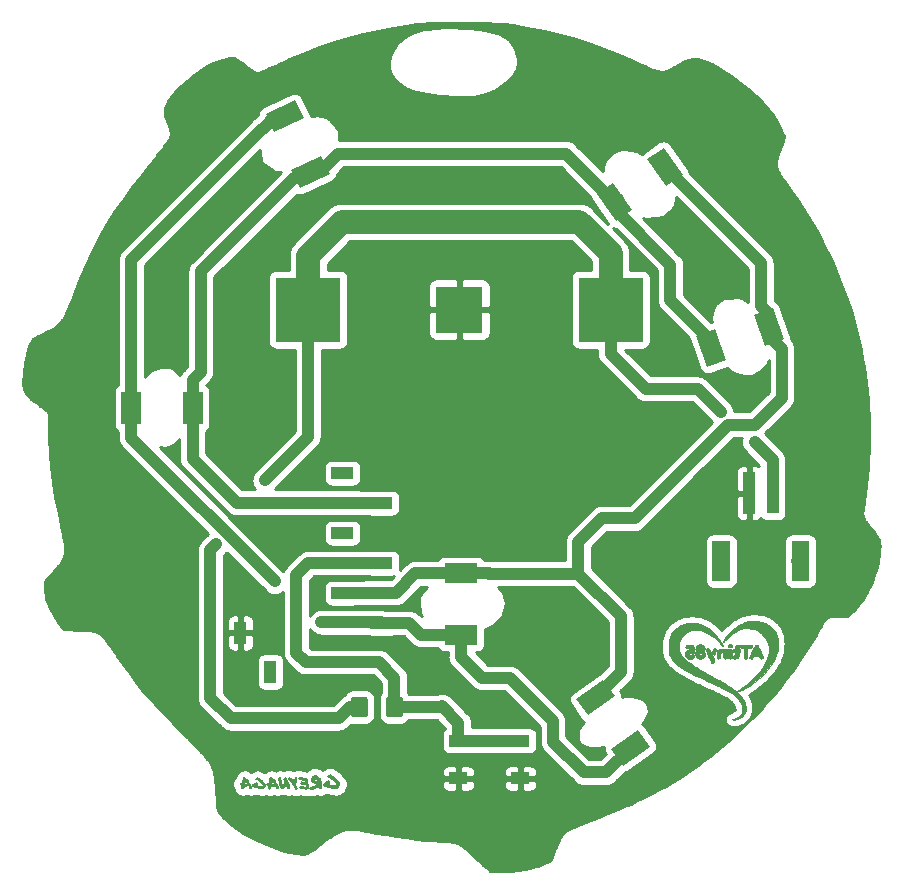
<source format=gbr>
G04 #@! TF.GenerationSoftware,KiCad,Pcbnew,5.1.4-e60b266~84~ubuntu18.04.1*
G04 #@! TF.CreationDate,2019-10-20T18:55:26-06:00*
G04 #@! TF.ProjectId,001,3030312e-6b69-4636-9164-5f7063625858,rev?*
G04 #@! TF.SameCoordinates,Original*
G04 #@! TF.FileFunction,Copper,L2,Bot*
G04 #@! TF.FilePolarity,Positive*
%FSLAX46Y46*%
G04 Gerber Fmt 4.6, Leading zero omitted, Abs format (unit mm)*
G04 Created by KiCad (PCBNEW 5.1.4-e60b266~84~ubuntu18.04.1) date 2019-10-20 18:55:26*
%MOMM*%
%LPD*%
G04 APERTURE LIST*
%ADD10C,0.010000*%
%ADD11C,0.100000*%
%ADD12C,1.425000*%
%ADD13R,4.000000X4.000000*%
%ADD14R,5.500000X5.500000*%
%ADD15R,2.800000X1.700000*%
%ADD16C,1.700000*%
%ADD17R,1.700000X2.800000*%
%ADD18C,1.500000*%
%ADD19R,1.000000X3.500000*%
%ADD20C,1.000000*%
%ADD21R,1.000000X1.900000*%
%ADD22R,1.900000X1.000000*%
%ADD23R,1.550000X1.000000*%
%ADD24C,0.685800*%
%ADD25C,2.000000*%
%ADD26C,1.000000*%
%ADD27C,0.254000*%
G04 APERTURE END LIST*
D10*
G36*
X175380663Y-122291996D02*
G01*
X175428293Y-122331101D01*
X175448948Y-122401071D01*
X175450500Y-122435862D01*
X175443348Y-122509689D01*
X175416715Y-122552842D01*
X175362832Y-122572508D01*
X175298845Y-122576167D01*
X175230662Y-122571660D01*
X175191969Y-122555438D01*
X175176078Y-122535225D01*
X175157648Y-122472890D01*
X175156399Y-122400802D01*
X175171355Y-122338052D01*
X175187429Y-122313095D01*
X175231191Y-122290473D01*
X175294494Y-122279971D01*
X175302334Y-122279834D01*
X175380663Y-122291996D01*
X175380663Y-122291996D01*
G37*
X175380663Y-122291996D02*
X175428293Y-122331101D01*
X175448948Y-122401071D01*
X175450500Y-122435862D01*
X175443348Y-122509689D01*
X175416715Y-122552842D01*
X175362832Y-122572508D01*
X175298845Y-122576167D01*
X175230662Y-122571660D01*
X175191969Y-122555438D01*
X175176078Y-122535225D01*
X175157648Y-122472890D01*
X175156399Y-122400802D01*
X175171355Y-122338052D01*
X175187429Y-122313095D01*
X175231191Y-122290473D01*
X175294494Y-122279971D01*
X175302334Y-122279834D01*
X175380663Y-122291996D01*
G36*
X176618937Y-122343658D02*
G01*
X176763614Y-122344535D01*
X176895140Y-122346827D01*
X177007291Y-122350305D01*
X177093844Y-122354738D01*
X177148575Y-122359898D01*
X177164519Y-122363755D01*
X177187006Y-122400273D01*
X177195769Y-122466644D01*
X177195788Y-122470334D01*
X177187756Y-122537839D01*
X177165844Y-122576021D01*
X177164519Y-122576912D01*
X177129644Y-122586173D01*
X177064805Y-122593200D01*
X176982362Y-122596787D01*
X176958625Y-122597009D01*
X176784000Y-122597334D01*
X176784000Y-123029738D01*
X176783595Y-123187455D01*
X176781384Y-123307868D01*
X176775873Y-123396008D01*
X176765570Y-123456904D01*
X176748979Y-123495586D01*
X176724609Y-123517082D01*
X176690964Y-123526423D01*
X176646552Y-123528637D01*
X176635834Y-123528667D01*
X176588997Y-123527303D01*
X176553237Y-123519857D01*
X176527062Y-123501301D01*
X176508978Y-123466605D01*
X176497491Y-123410739D01*
X176491107Y-123328675D01*
X176488333Y-123215382D01*
X176487676Y-123065831D01*
X176487667Y-123029738D01*
X176487667Y-122597334D01*
X176309262Y-122597334D01*
X176210828Y-122594972D01*
X176146357Y-122587035D01*
X176107701Y-122572241D01*
X176097595Y-122564072D01*
X176075567Y-122546266D01*
X176066259Y-122557562D01*
X176064334Y-122604530D01*
X176064334Y-122604999D01*
X176068671Y-122655838D01*
X176088338Y-122678555D01*
X176122542Y-122685886D01*
X176155379Y-122692560D01*
X176173588Y-122710055D01*
X176182482Y-122749050D01*
X176187141Y-122815716D01*
X176189487Y-122885297D01*
X176184271Y-122924758D01*
X176166920Y-122946206D01*
X176132860Y-122961748D01*
X176131826Y-122962139D01*
X176101681Y-122975541D01*
X176082584Y-122994290D01*
X176071031Y-123027910D01*
X176063518Y-123085927D01*
X176057505Y-123164200D01*
X176040899Y-123295448D01*
X176009236Y-123391149D01*
X175957808Y-123456801D01*
X175881906Y-123497905D01*
X175776823Y-123519962D01*
X175750655Y-123522684D01*
X175679039Y-123527444D01*
X175636272Y-123523231D01*
X175609274Y-123506894D01*
X175591148Y-123484286D01*
X175561952Y-123418281D01*
X175558930Y-123351298D01*
X175579164Y-123294618D01*
X175619740Y-123259522D01*
X175650816Y-123253500D01*
X175711774Y-123238920D01*
X175749755Y-123193216D01*
X175766686Y-123113442D01*
X175768000Y-123074086D01*
X175768000Y-122961195D01*
X175685791Y-122972222D01*
X175604806Y-122966264D01*
X175546453Y-122927438D01*
X175516628Y-122860668D01*
X175514000Y-122828775D01*
X175522468Y-122750758D01*
X175552544Y-122705075D01*
X175611234Y-122684820D01*
X175662912Y-122682000D01*
X175768000Y-122682000D01*
X175768000Y-122555745D01*
X175770592Y-122480902D01*
X175780442Y-122436935D01*
X175800658Y-122412594D01*
X175808942Y-122407578D01*
X175873515Y-122387545D01*
X175943068Y-122387063D01*
X176001183Y-122404666D01*
X176026277Y-122426983D01*
X176045249Y-122452222D01*
X176059452Y-122446039D01*
X176078351Y-122405816D01*
X176104623Y-122343334D01*
X176618937Y-122343658D01*
X176618937Y-122343658D01*
G37*
X176618937Y-122343658D02*
X176763614Y-122344535D01*
X176895140Y-122346827D01*
X177007291Y-122350305D01*
X177093844Y-122354738D01*
X177148575Y-122359898D01*
X177164519Y-122363755D01*
X177187006Y-122400273D01*
X177195769Y-122466644D01*
X177195788Y-122470334D01*
X177187756Y-122537839D01*
X177165844Y-122576021D01*
X177164519Y-122576912D01*
X177129644Y-122586173D01*
X177064805Y-122593200D01*
X176982362Y-122596787D01*
X176958625Y-122597009D01*
X176784000Y-122597334D01*
X176784000Y-123029738D01*
X176783595Y-123187455D01*
X176781384Y-123307868D01*
X176775873Y-123396008D01*
X176765570Y-123456904D01*
X176748979Y-123495586D01*
X176724609Y-123517082D01*
X176690964Y-123526423D01*
X176646552Y-123528637D01*
X176635834Y-123528667D01*
X176588997Y-123527303D01*
X176553237Y-123519857D01*
X176527062Y-123501301D01*
X176508978Y-123466605D01*
X176497491Y-123410739D01*
X176491107Y-123328675D01*
X176488333Y-123215382D01*
X176487676Y-123065831D01*
X176487667Y-123029738D01*
X176487667Y-122597334D01*
X176309262Y-122597334D01*
X176210828Y-122594972D01*
X176146357Y-122587035D01*
X176107701Y-122572241D01*
X176097595Y-122564072D01*
X176075567Y-122546266D01*
X176066259Y-122557562D01*
X176064334Y-122604530D01*
X176064334Y-122604999D01*
X176068671Y-122655838D01*
X176088338Y-122678555D01*
X176122542Y-122685886D01*
X176155379Y-122692560D01*
X176173588Y-122710055D01*
X176182482Y-122749050D01*
X176187141Y-122815716D01*
X176189487Y-122885297D01*
X176184271Y-122924758D01*
X176166920Y-122946206D01*
X176132860Y-122961748D01*
X176131826Y-122962139D01*
X176101681Y-122975541D01*
X176082584Y-122994290D01*
X176071031Y-123027910D01*
X176063518Y-123085927D01*
X176057505Y-123164200D01*
X176040899Y-123295448D01*
X176009236Y-123391149D01*
X175957808Y-123456801D01*
X175881906Y-123497905D01*
X175776823Y-123519962D01*
X175750655Y-123522684D01*
X175679039Y-123527444D01*
X175636272Y-123523231D01*
X175609274Y-123506894D01*
X175591148Y-123484286D01*
X175561952Y-123418281D01*
X175558930Y-123351298D01*
X175579164Y-123294618D01*
X175619740Y-123259522D01*
X175650816Y-123253500D01*
X175711774Y-123238920D01*
X175749755Y-123193216D01*
X175766686Y-123113442D01*
X175768000Y-123074086D01*
X175768000Y-122961195D01*
X175685791Y-122972222D01*
X175604806Y-122966264D01*
X175546453Y-122927438D01*
X175516628Y-122860668D01*
X175514000Y-122828775D01*
X175522468Y-122750758D01*
X175552544Y-122705075D01*
X175611234Y-122684820D01*
X175662912Y-122682000D01*
X175768000Y-122682000D01*
X175768000Y-122555745D01*
X175770592Y-122480902D01*
X175780442Y-122436935D01*
X175800658Y-122412594D01*
X175808942Y-122407578D01*
X175873515Y-122387545D01*
X175943068Y-122387063D01*
X176001183Y-122404666D01*
X176026277Y-122426983D01*
X176045249Y-122452222D01*
X176059452Y-122446039D01*
X176078351Y-122405816D01*
X176104623Y-122343334D01*
X176618937Y-122343658D01*
G36*
X175366532Y-122687224D02*
G01*
X175414295Y-122700390D01*
X175425100Y-122707400D01*
X175433505Y-122736283D01*
X175440350Y-122798896D01*
X175445558Y-122886663D01*
X175449052Y-122991007D01*
X175450756Y-123103350D01*
X175450593Y-123215117D01*
X175448485Y-123317729D01*
X175444355Y-123402611D01*
X175438126Y-123461185D01*
X175432060Y-123482647D01*
X175399910Y-123502638D01*
X175343142Y-123516789D01*
X175279347Y-123522501D01*
X175226115Y-123517176D01*
X175217667Y-123514307D01*
X175179740Y-123488763D01*
X175170366Y-123477868D01*
X175163022Y-123445884D01*
X175157834Y-123380979D01*
X175154700Y-123291734D01*
X175153516Y-123186734D01*
X175154181Y-123074562D01*
X175156592Y-122963801D01*
X175160646Y-122863035D01*
X175166242Y-122780847D01*
X175173275Y-122725821D01*
X175179567Y-122707400D01*
X175214977Y-122692016D01*
X175274471Y-122682990D01*
X175302334Y-122682000D01*
X175366532Y-122687224D01*
X175366532Y-122687224D01*
G37*
X175366532Y-122687224D02*
X175414295Y-122700390D01*
X175425100Y-122707400D01*
X175433505Y-122736283D01*
X175440350Y-122798896D01*
X175445558Y-122886663D01*
X175449052Y-122991007D01*
X175450756Y-123103350D01*
X175450593Y-123215117D01*
X175448485Y-123317729D01*
X175444355Y-123402611D01*
X175438126Y-123461185D01*
X175432060Y-123482647D01*
X175399910Y-123502638D01*
X175343142Y-123516789D01*
X175279347Y-123522501D01*
X175226115Y-123517176D01*
X175217667Y-123514307D01*
X175179740Y-123488763D01*
X175170366Y-123477868D01*
X175163022Y-123445884D01*
X175157834Y-123380979D01*
X175154700Y-123291734D01*
X175153516Y-123186734D01*
X175154181Y-123074562D01*
X175156592Y-122963801D01*
X175160646Y-122863035D01*
X175166242Y-122780847D01*
X175173275Y-122725821D01*
X175179567Y-122707400D01*
X175214977Y-122692016D01*
X175274471Y-122682990D01*
X175302334Y-122682000D01*
X175366532Y-122687224D01*
G36*
X174959440Y-122682800D02*
G01*
X175012210Y-122700175D01*
X175018134Y-122704453D01*
X175029567Y-122722285D01*
X175037864Y-122757646D01*
X175043448Y-122816064D01*
X175046745Y-122903064D01*
X175048181Y-123024172D01*
X175048334Y-123096854D01*
X175048334Y-123464191D01*
X174995007Y-123499132D01*
X174938458Y-123519545D01*
X174870575Y-123522511D01*
X174808574Y-123509358D01*
X174769912Y-123481792D01*
X174762393Y-123449775D01*
X174756457Y-123386283D01*
X174752933Y-123302171D01*
X174752324Y-123251489D01*
X174748954Y-123137744D01*
X174737082Y-123059787D01*
X174713426Y-123011397D01*
X174674703Y-122986352D01*
X174617629Y-122978430D01*
X174608203Y-122978334D01*
X174562213Y-122984694D01*
X174530688Y-123007897D01*
X174511139Y-123054122D01*
X174501078Y-123129553D01*
X174498017Y-123240369D01*
X174498000Y-123252109D01*
X174496680Y-123347300D01*
X174491515Y-123410208D01*
X174480698Y-123450835D01*
X174462420Y-123479183D01*
X174455667Y-123486334D01*
X174393143Y-123520577D01*
X174311745Y-123523756D01*
X174247650Y-123506233D01*
X174227816Y-123496878D01*
X174214379Y-123482771D01*
X174206338Y-123456752D01*
X174202688Y-123411656D01*
X174202426Y-123340320D01*
X174204549Y-123235583D01*
X174205317Y-123204044D01*
X174208630Y-123088430D01*
X174212969Y-123006300D01*
X174219899Y-122948805D01*
X174230984Y-122907099D01*
X174247789Y-122872336D01*
X174269978Y-122838400D01*
X174319532Y-122778659D01*
X174374165Y-122729176D01*
X174390943Y-122717840D01*
X174466354Y-122689766D01*
X174555640Y-122679628D01*
X174640671Y-122687919D01*
X174695678Y-122709572D01*
X174734824Y-122730693D01*
X174760944Y-122725472D01*
X174778702Y-122709727D01*
X174823711Y-122687994D01*
X174890281Y-122678879D01*
X174959440Y-122682800D01*
X174959440Y-122682800D01*
G37*
X174959440Y-122682800D02*
X175012210Y-122700175D01*
X175018134Y-122704453D01*
X175029567Y-122722285D01*
X175037864Y-122757646D01*
X175043448Y-122816064D01*
X175046745Y-122903064D01*
X175048181Y-123024172D01*
X175048334Y-123096854D01*
X175048334Y-123464191D01*
X174995007Y-123499132D01*
X174938458Y-123519545D01*
X174870575Y-123522511D01*
X174808574Y-123509358D01*
X174769912Y-123481792D01*
X174762393Y-123449775D01*
X174756457Y-123386283D01*
X174752933Y-123302171D01*
X174752324Y-123251489D01*
X174748954Y-123137744D01*
X174737082Y-123059787D01*
X174713426Y-123011397D01*
X174674703Y-122986352D01*
X174617629Y-122978430D01*
X174608203Y-122978334D01*
X174562213Y-122984694D01*
X174530688Y-123007897D01*
X174511139Y-123054122D01*
X174501078Y-123129553D01*
X174498017Y-123240369D01*
X174498000Y-123252109D01*
X174496680Y-123347300D01*
X174491515Y-123410208D01*
X174480698Y-123450835D01*
X174462420Y-123479183D01*
X174455667Y-123486334D01*
X174393143Y-123520577D01*
X174311745Y-123523756D01*
X174247650Y-123506233D01*
X174227816Y-123496878D01*
X174214379Y-123482771D01*
X174206338Y-123456752D01*
X174202688Y-123411656D01*
X174202426Y-123340320D01*
X174204549Y-123235583D01*
X174205317Y-123204044D01*
X174208630Y-123088430D01*
X174212969Y-123006300D01*
X174219899Y-122948805D01*
X174230984Y-122907099D01*
X174247789Y-122872336D01*
X174269978Y-122838400D01*
X174319532Y-122778659D01*
X174374165Y-122729176D01*
X174390943Y-122717840D01*
X174466354Y-122689766D01*
X174555640Y-122679628D01*
X174640671Y-122687919D01*
X174695678Y-122709572D01*
X174734824Y-122730693D01*
X174760944Y-122725472D01*
X174778702Y-122709727D01*
X174823711Y-122687994D01*
X174890281Y-122678879D01*
X174959440Y-122682800D01*
G36*
X177569303Y-122358651D02*
G01*
X177616940Y-122390959D01*
X177638573Y-122421164D01*
X177674418Y-122482869D01*
X177721301Y-122569619D01*
X177776050Y-122674957D01*
X177835493Y-122792429D01*
X177896457Y-122915580D01*
X177955769Y-123037954D01*
X178010257Y-123153097D01*
X178056747Y-123254554D01*
X178092068Y-123335869D01*
X178113046Y-123390588D01*
X178117500Y-123409392D01*
X178098625Y-123453251D01*
X178050900Y-123492343D01*
X177987679Y-123518558D01*
X177928128Y-123524405D01*
X177884898Y-123517142D01*
X177853235Y-123497998D01*
X177823130Y-123457736D01*
X177789417Y-123396436D01*
X177725917Y-123274788D01*
X177519847Y-123274727D01*
X177313776Y-123274667D01*
X177251011Y-123399003D01*
X177204698Y-123478111D01*
X177160743Y-123530255D01*
X177124258Y-123549791D01*
X177115644Y-123548492D01*
X177095801Y-123540633D01*
X177059602Y-123526211D01*
X176989127Y-123486713D01*
X176943921Y-123438180D01*
X176932167Y-123400270D01*
X176941348Y-123369005D01*
X176966821Y-123306580D01*
X177005485Y-123219361D01*
X177054234Y-123113717D01*
X177098294Y-123020667D01*
X177440852Y-123020667D01*
X177608815Y-123020667D01*
X177573487Y-122946584D01*
X177547838Y-122899277D01*
X177528047Y-122873878D01*
X177524834Y-122872500D01*
X177508131Y-122889682D01*
X177483206Y-122932369D01*
X177476180Y-122946584D01*
X177440852Y-123020667D01*
X177098294Y-123020667D01*
X177109968Y-122996015D01*
X177169581Y-122872622D01*
X177229971Y-122749908D01*
X177288036Y-122634238D01*
X177340671Y-122531982D01*
X177384774Y-122449507D01*
X177417241Y-122393180D01*
X177434343Y-122369792D01*
X177499141Y-122344972D01*
X177569303Y-122358651D01*
X177569303Y-122358651D01*
G37*
X177569303Y-122358651D02*
X177616940Y-122390959D01*
X177638573Y-122421164D01*
X177674418Y-122482869D01*
X177721301Y-122569619D01*
X177776050Y-122674957D01*
X177835493Y-122792429D01*
X177896457Y-122915580D01*
X177955769Y-123037954D01*
X178010257Y-123153097D01*
X178056747Y-123254554D01*
X178092068Y-123335869D01*
X178113046Y-123390588D01*
X178117500Y-123409392D01*
X178098625Y-123453251D01*
X178050900Y-123492343D01*
X177987679Y-123518558D01*
X177928128Y-123524405D01*
X177884898Y-123517142D01*
X177853235Y-123497998D01*
X177823130Y-123457736D01*
X177789417Y-123396436D01*
X177725917Y-123274788D01*
X177519847Y-123274727D01*
X177313776Y-123274667D01*
X177251011Y-123399003D01*
X177204698Y-123478111D01*
X177160743Y-123530255D01*
X177124258Y-123549791D01*
X177115644Y-123548492D01*
X177095801Y-123540633D01*
X177059602Y-123526211D01*
X176989127Y-123486713D01*
X176943921Y-123438180D01*
X176932167Y-123400270D01*
X176941348Y-123369005D01*
X176966821Y-123306580D01*
X177005485Y-123219361D01*
X177054234Y-123113717D01*
X177098294Y-123020667D01*
X177440852Y-123020667D01*
X177608815Y-123020667D01*
X177573487Y-122946584D01*
X177547838Y-122899277D01*
X177528047Y-122873878D01*
X177524834Y-122872500D01*
X177508131Y-122889682D01*
X177483206Y-122932369D01*
X177476180Y-122946584D01*
X177440852Y-123020667D01*
X177098294Y-123020667D01*
X177109968Y-122996015D01*
X177169581Y-122872622D01*
X177229971Y-122749908D01*
X177288036Y-122634238D01*
X177340671Y-122531982D01*
X177384774Y-122449507D01*
X177417241Y-122393180D01*
X177434343Y-122369792D01*
X177499141Y-122344972D01*
X177569303Y-122358651D01*
G36*
X172896753Y-122343461D02*
G01*
X172993665Y-122378756D01*
X173073932Y-122443378D01*
X173110159Y-122486956D01*
X173144315Y-122560287D01*
X173160414Y-122654059D01*
X173157156Y-122749838D01*
X173134163Y-122827435D01*
X173113244Y-122873679D01*
X173113427Y-122906946D01*
X173136748Y-122947667D01*
X173147704Y-122963189D01*
X173183041Y-123041454D01*
X173198457Y-123138541D01*
X173193776Y-123238157D01*
X173168822Y-123324008D01*
X173151922Y-123352490D01*
X173052978Y-123452203D01*
X172932120Y-123517038D01*
X172813231Y-123542651D01*
X172733576Y-123545819D01*
X172671061Y-123536184D01*
X172603742Y-123509259D01*
X172571856Y-123493315D01*
X172462474Y-123419651D01*
X172389965Y-123328402D01*
X172350958Y-123215123D01*
X172348110Y-123198133D01*
X172345004Y-123155529D01*
X172656500Y-123155529D01*
X172672469Y-123214566D01*
X172720780Y-123246718D01*
X172775950Y-123253500D01*
X172843663Y-123238037D01*
X172877550Y-123206457D01*
X172905046Y-123159861D01*
X172903324Y-123126323D01*
X172870935Y-123086946D01*
X172868167Y-123084167D01*
X172810050Y-123049067D01*
X172748437Y-123045985D01*
X172695126Y-123070941D01*
X172661919Y-123119957D01*
X172656500Y-123155529D01*
X172345004Y-123155529D01*
X172343330Y-123132569D01*
X172354505Y-123074393D01*
X172385760Y-123003689D01*
X172390154Y-122995152D01*
X172421218Y-122932537D01*
X172433981Y-122891748D01*
X172430247Y-122857356D01*
X172411821Y-122813934D01*
X172411444Y-122813139D01*
X172387858Y-122722869D01*
X172388979Y-122674650D01*
X172680657Y-122674650D01*
X172689690Y-122709133D01*
X172710929Y-122733405D01*
X172757784Y-122763430D01*
X172807276Y-122755345D01*
X172837663Y-122736157D01*
X172865417Y-122705543D01*
X172857906Y-122671577D01*
X172855422Y-122667365D01*
X172812331Y-122631330D01*
X172755406Y-122622142D01*
X172708252Y-122640634D01*
X172680657Y-122674650D01*
X172388979Y-122674650D01*
X172390218Y-122621359D01*
X172417239Y-122528730D01*
X172431180Y-122503798D01*
X172469585Y-122458326D01*
X172524471Y-122407415D01*
X172543292Y-122392368D01*
X172590758Y-122360164D01*
X172636807Y-122342119D01*
X172696586Y-122334298D01*
X172772820Y-122332750D01*
X172896753Y-122343461D01*
X172896753Y-122343461D01*
G37*
X172896753Y-122343461D02*
X172993665Y-122378756D01*
X173073932Y-122443378D01*
X173110159Y-122486956D01*
X173144315Y-122560287D01*
X173160414Y-122654059D01*
X173157156Y-122749838D01*
X173134163Y-122827435D01*
X173113244Y-122873679D01*
X173113427Y-122906946D01*
X173136748Y-122947667D01*
X173147704Y-122963189D01*
X173183041Y-123041454D01*
X173198457Y-123138541D01*
X173193776Y-123238157D01*
X173168822Y-123324008D01*
X173151922Y-123352490D01*
X173052978Y-123452203D01*
X172932120Y-123517038D01*
X172813231Y-123542651D01*
X172733576Y-123545819D01*
X172671061Y-123536184D01*
X172603742Y-123509259D01*
X172571856Y-123493315D01*
X172462474Y-123419651D01*
X172389965Y-123328402D01*
X172350958Y-123215123D01*
X172348110Y-123198133D01*
X172345004Y-123155529D01*
X172656500Y-123155529D01*
X172672469Y-123214566D01*
X172720780Y-123246718D01*
X172775950Y-123253500D01*
X172843663Y-123238037D01*
X172877550Y-123206457D01*
X172905046Y-123159861D01*
X172903324Y-123126323D01*
X172870935Y-123086946D01*
X172868167Y-123084167D01*
X172810050Y-123049067D01*
X172748437Y-123045985D01*
X172695126Y-123070941D01*
X172661919Y-123119957D01*
X172656500Y-123155529D01*
X172345004Y-123155529D01*
X172343330Y-123132569D01*
X172354505Y-123074393D01*
X172385760Y-123003689D01*
X172390154Y-122995152D01*
X172421218Y-122932537D01*
X172433981Y-122891748D01*
X172430247Y-122857356D01*
X172411821Y-122813934D01*
X172411444Y-122813139D01*
X172387858Y-122722869D01*
X172388979Y-122674650D01*
X172680657Y-122674650D01*
X172689690Y-122709133D01*
X172710929Y-122733405D01*
X172757784Y-122763430D01*
X172807276Y-122755345D01*
X172837663Y-122736157D01*
X172865417Y-122705543D01*
X172857906Y-122671577D01*
X172855422Y-122667365D01*
X172812331Y-122631330D01*
X172755406Y-122622142D01*
X172708252Y-122640634D01*
X172680657Y-122674650D01*
X172388979Y-122674650D01*
X172390218Y-122621359D01*
X172417239Y-122528730D01*
X172431180Y-122503798D01*
X172469585Y-122458326D01*
X172524471Y-122407415D01*
X172543292Y-122392368D01*
X172590758Y-122360164D01*
X172636807Y-122342119D01*
X172696586Y-122334298D01*
X172772820Y-122332750D01*
X172896753Y-122343461D01*
G36*
X171981192Y-122344994D02*
G01*
X172071670Y-122350977D01*
X172133100Y-122362785D01*
X172172077Y-122381922D01*
X172195196Y-122409891D01*
X172200792Y-122422120D01*
X172211773Y-122464227D01*
X172225367Y-122536853D01*
X172239921Y-122628402D01*
X172253782Y-122727276D01*
X172265298Y-122821876D01*
X172272815Y-122900605D01*
X172274829Y-122941603D01*
X172268986Y-123000103D01*
X172242545Y-123038284D01*
X172206709Y-123063232D01*
X172124326Y-123099526D01*
X172054647Y-123098066D01*
X172009671Y-123074257D01*
X171958593Y-123049000D01*
X171924239Y-123042507D01*
X171872849Y-123059254D01*
X171829194Y-123100416D01*
X171809866Y-123150110D01*
X171809834Y-123152033D01*
X171827927Y-123197191D01*
X171873616Y-123227042D01*
X171934009Y-123238655D01*
X171996218Y-123229096D01*
X172038769Y-123204111D01*
X172102763Y-123171788D01*
X172174206Y-123173675D01*
X172237760Y-123208303D01*
X172252797Y-123224605D01*
X172290586Y-123294680D01*
X172287125Y-123359840D01*
X172242031Y-123424786D01*
X172236041Y-123430663D01*
X172146513Y-123491050D01*
X172033679Y-123530461D01*
X171912719Y-123545552D01*
X171798811Y-123532979D01*
X171786837Y-123529604D01*
X171676389Y-123475341D01*
X171590922Y-123390497D01*
X171535112Y-123281636D01*
X171513630Y-123155321D01*
X171513533Y-123145807D01*
X171531643Y-123018056D01*
X171582692Y-122908815D01*
X171661878Y-122823760D01*
X171764396Y-122768565D01*
X171847946Y-122750689D01*
X171909301Y-122742966D01*
X171938153Y-122731130D01*
X171944277Y-122708866D01*
X171941561Y-122690216D01*
X171934382Y-122665317D01*
X171918555Y-122650309D01*
X171885055Y-122642697D01*
X171824855Y-122639985D01*
X171758683Y-122639667D01*
X171661756Y-122636436D01*
X171592857Y-122627362D01*
X171560067Y-122614267D01*
X171541007Y-122571497D01*
X171535040Y-122507076D01*
X171541556Y-122439404D01*
X171559948Y-122386885D01*
X171567929Y-122376595D01*
X171591332Y-122361772D01*
X171631249Y-122351901D01*
X171694984Y-122346135D01*
X171789841Y-122343629D01*
X171855070Y-122343334D01*
X171981192Y-122344994D01*
X171981192Y-122344994D01*
G37*
X171981192Y-122344994D02*
X172071670Y-122350977D01*
X172133100Y-122362785D01*
X172172077Y-122381922D01*
X172195196Y-122409891D01*
X172200792Y-122422120D01*
X172211773Y-122464227D01*
X172225367Y-122536853D01*
X172239921Y-122628402D01*
X172253782Y-122727276D01*
X172265298Y-122821876D01*
X172272815Y-122900605D01*
X172274829Y-122941603D01*
X172268986Y-123000103D01*
X172242545Y-123038284D01*
X172206709Y-123063232D01*
X172124326Y-123099526D01*
X172054647Y-123098066D01*
X172009671Y-123074257D01*
X171958593Y-123049000D01*
X171924239Y-123042507D01*
X171872849Y-123059254D01*
X171829194Y-123100416D01*
X171809866Y-123150110D01*
X171809834Y-123152033D01*
X171827927Y-123197191D01*
X171873616Y-123227042D01*
X171934009Y-123238655D01*
X171996218Y-123229096D01*
X172038769Y-123204111D01*
X172102763Y-123171788D01*
X172174206Y-123173675D01*
X172237760Y-123208303D01*
X172252797Y-123224605D01*
X172290586Y-123294680D01*
X172287125Y-123359840D01*
X172242031Y-123424786D01*
X172236041Y-123430663D01*
X172146513Y-123491050D01*
X172033679Y-123530461D01*
X171912719Y-123545552D01*
X171798811Y-123532979D01*
X171786837Y-123529604D01*
X171676389Y-123475341D01*
X171590922Y-123390497D01*
X171535112Y-123281636D01*
X171513630Y-123155321D01*
X171513533Y-123145807D01*
X171531643Y-123018056D01*
X171582692Y-122908815D01*
X171661878Y-122823760D01*
X171764396Y-122768565D01*
X171847946Y-122750689D01*
X171909301Y-122742966D01*
X171938153Y-122731130D01*
X171944277Y-122708866D01*
X171941561Y-122690216D01*
X171934382Y-122665317D01*
X171918555Y-122650309D01*
X171885055Y-122642697D01*
X171824855Y-122639985D01*
X171758683Y-122639667D01*
X171661756Y-122636436D01*
X171592857Y-122627362D01*
X171560067Y-122614267D01*
X171541007Y-122571497D01*
X171535040Y-122507076D01*
X171541556Y-122439404D01*
X171559948Y-122386885D01*
X171567929Y-122376595D01*
X171591332Y-122361772D01*
X171631249Y-122351901D01*
X171694984Y-122346135D01*
X171789841Y-122343629D01*
X171855070Y-122343334D01*
X171981192Y-122344994D01*
G36*
X174049794Y-122673380D02*
G01*
X174114590Y-122705049D01*
X174160037Y-122746888D01*
X174169589Y-122765635D01*
X174174359Y-122784330D01*
X174174198Y-122804192D01*
X174166426Y-122830830D01*
X174148362Y-122869849D01*
X174117327Y-122926856D01*
X174070640Y-123007456D01*
X174005620Y-123117257D01*
X173984505Y-123152752D01*
X173836633Y-123401254D01*
X173914034Y-123581428D01*
X173954099Y-123682311D01*
X173972809Y-123754105D01*
X173969958Y-123804390D01*
X173945336Y-123840748D01*
X173906240Y-123866848D01*
X173848858Y-123884633D01*
X173785526Y-123886670D01*
X173734735Y-123873438D01*
X173720425Y-123862042D01*
X173703577Y-123832216D01*
X173673437Y-123770595D01*
X173632770Y-123683474D01*
X173584342Y-123577152D01*
X173530919Y-123457926D01*
X173475266Y-123332093D01*
X173420150Y-123205951D01*
X173368334Y-123085797D01*
X173322586Y-122977929D01*
X173285671Y-122888644D01*
X173260354Y-122824239D01*
X173249402Y-122791012D01*
X173249167Y-122788970D01*
X173267941Y-122737597D01*
X173315501Y-122697013D01*
X173378705Y-122672168D01*
X173444411Y-122668011D01*
X173499477Y-122689492D01*
X173503741Y-122693103D01*
X173534916Y-122726376D01*
X173545500Y-122745933D01*
X173553838Y-122770962D01*
X173575974Y-122824024D01*
X173607591Y-122894890D01*
X173616965Y-122915258D01*
X173688429Y-123069546D01*
X173808700Y-122865190D01*
X173863925Y-122773743D01*
X173904534Y-122713679D01*
X173935660Y-122678938D01*
X173962433Y-122663457D01*
X173981703Y-122660834D01*
X174049794Y-122673380D01*
X174049794Y-122673380D01*
G37*
X174049794Y-122673380D02*
X174114590Y-122705049D01*
X174160037Y-122746888D01*
X174169589Y-122765635D01*
X174174359Y-122784330D01*
X174174198Y-122804192D01*
X174166426Y-122830830D01*
X174148362Y-122869849D01*
X174117327Y-122926856D01*
X174070640Y-123007456D01*
X174005620Y-123117257D01*
X173984505Y-123152752D01*
X173836633Y-123401254D01*
X173914034Y-123581428D01*
X173954099Y-123682311D01*
X173972809Y-123754105D01*
X173969958Y-123804390D01*
X173945336Y-123840748D01*
X173906240Y-123866848D01*
X173848858Y-123884633D01*
X173785526Y-123886670D01*
X173734735Y-123873438D01*
X173720425Y-123862042D01*
X173703577Y-123832216D01*
X173673437Y-123770595D01*
X173632770Y-123683474D01*
X173584342Y-123577152D01*
X173530919Y-123457926D01*
X173475266Y-123332093D01*
X173420150Y-123205951D01*
X173368334Y-123085797D01*
X173322586Y-122977929D01*
X173285671Y-122888644D01*
X173260354Y-122824239D01*
X173249402Y-122791012D01*
X173249167Y-122788970D01*
X173267941Y-122737597D01*
X173315501Y-122697013D01*
X173378705Y-122672168D01*
X173444411Y-122668011D01*
X173499477Y-122689492D01*
X173503741Y-122693103D01*
X173534916Y-122726376D01*
X173545500Y-122745933D01*
X173553838Y-122770962D01*
X173575974Y-122824024D01*
X173607591Y-122894890D01*
X173616965Y-122915258D01*
X173688429Y-123069546D01*
X173808700Y-122865190D01*
X173863925Y-122773743D01*
X173904534Y-122713679D01*
X173935660Y-122678938D01*
X173962433Y-122663457D01*
X173981703Y-122660834D01*
X174049794Y-122673380D01*
G36*
X177593285Y-120346291D02*
G01*
X177647986Y-120351531D01*
X177953856Y-120400993D01*
X178231907Y-120481455D01*
X178481665Y-120592621D01*
X178702659Y-120734192D01*
X178894416Y-120905870D01*
X179056462Y-121107359D01*
X179176603Y-121314128D01*
X179242008Y-121454282D01*
X179291149Y-121580341D01*
X179326173Y-121702631D01*
X179349228Y-121831480D01*
X179362461Y-121977217D01*
X179368020Y-122150169D01*
X179368587Y-122237500D01*
X179366687Y-122420165D01*
X179360265Y-122567837D01*
X179348863Y-122687659D01*
X179334036Y-122777250D01*
X179238319Y-123138236D01*
X179101616Y-123494660D01*
X178925202Y-123844472D01*
X178710349Y-124185620D01*
X178458331Y-124516055D01*
X178170422Y-124833724D01*
X177894301Y-125095842D01*
X177702512Y-125259310D01*
X177491204Y-125427792D01*
X177272624Y-125592063D01*
X177059022Y-125742899D01*
X176875952Y-125862798D01*
X176734736Y-125947977D01*
X176591974Y-126028592D01*
X176452295Y-126102559D01*
X176320324Y-126167794D01*
X176200688Y-126222211D01*
X176098014Y-126263726D01*
X176016929Y-126290256D01*
X175962059Y-126299714D01*
X175938031Y-126290017D01*
X175937334Y-126285677D01*
X175943648Y-126272167D01*
X175964843Y-126249935D01*
X176004290Y-126216341D01*
X176065364Y-126168747D01*
X176151438Y-126104513D01*
X176265888Y-126021000D01*
X176392417Y-125929708D01*
X176643605Y-125743784D01*
X176868726Y-125565087D01*
X177080222Y-125383261D01*
X177290537Y-125187954D01*
X177331779Y-125148089D01*
X177636417Y-124833114D01*
X177899630Y-124520900D01*
X178121315Y-124211641D01*
X178301366Y-123905533D01*
X178439680Y-123602771D01*
X178536151Y-123303550D01*
X178590675Y-123008066D01*
X178604021Y-122772851D01*
X178585571Y-122507702D01*
X178530232Y-122259314D01*
X178436889Y-122025226D01*
X178304430Y-121802975D01*
X178131742Y-121590101D01*
X178016216Y-121473280D01*
X177795703Y-121291018D01*
X177561278Y-121148267D01*
X177314920Y-121045299D01*
X177058611Y-120982389D01*
X176794332Y-120959811D01*
X176524063Y-120977837D01*
X176249785Y-121036742D01*
X175973480Y-121136800D01*
X175883011Y-121178498D01*
X175706171Y-121273013D01*
X175537021Y-121382387D01*
X175369657Y-121511425D01*
X175198172Y-121664935D01*
X175016660Y-121847721D01*
X174884813Y-121990833D01*
X174825723Y-122052790D01*
X174775561Y-122098446D01*
X174741660Y-122121452D01*
X174732924Y-122122375D01*
X174723301Y-122093093D01*
X174739478Y-122037300D01*
X174778297Y-121959369D01*
X174836605Y-121863671D01*
X174911245Y-121754579D01*
X174999062Y-121636466D01*
X175096901Y-121513704D01*
X175201606Y-121390664D01*
X175310022Y-121271720D01*
X175418993Y-121161244D01*
X175443432Y-121137844D01*
X175715013Y-120907311D01*
X176001616Y-120714798D01*
X176301336Y-120560982D01*
X176612267Y-120446545D01*
X176932506Y-120372164D01*
X177260147Y-120338520D01*
X177593285Y-120346291D01*
X177593285Y-120346291D01*
G37*
X177593285Y-120346291D02*
X177647986Y-120351531D01*
X177953856Y-120400993D01*
X178231907Y-120481455D01*
X178481665Y-120592621D01*
X178702659Y-120734192D01*
X178894416Y-120905870D01*
X179056462Y-121107359D01*
X179176603Y-121314128D01*
X179242008Y-121454282D01*
X179291149Y-121580341D01*
X179326173Y-121702631D01*
X179349228Y-121831480D01*
X179362461Y-121977217D01*
X179368020Y-122150169D01*
X179368587Y-122237500D01*
X179366687Y-122420165D01*
X179360265Y-122567837D01*
X179348863Y-122687659D01*
X179334036Y-122777250D01*
X179238319Y-123138236D01*
X179101616Y-123494660D01*
X178925202Y-123844472D01*
X178710349Y-124185620D01*
X178458331Y-124516055D01*
X178170422Y-124833724D01*
X177894301Y-125095842D01*
X177702512Y-125259310D01*
X177491204Y-125427792D01*
X177272624Y-125592063D01*
X177059022Y-125742899D01*
X176875952Y-125862798D01*
X176734736Y-125947977D01*
X176591974Y-126028592D01*
X176452295Y-126102559D01*
X176320324Y-126167794D01*
X176200688Y-126222211D01*
X176098014Y-126263726D01*
X176016929Y-126290256D01*
X175962059Y-126299714D01*
X175938031Y-126290017D01*
X175937334Y-126285677D01*
X175943648Y-126272167D01*
X175964843Y-126249935D01*
X176004290Y-126216341D01*
X176065364Y-126168747D01*
X176151438Y-126104513D01*
X176265888Y-126021000D01*
X176392417Y-125929708D01*
X176643605Y-125743784D01*
X176868726Y-125565087D01*
X177080222Y-125383261D01*
X177290537Y-125187954D01*
X177331779Y-125148089D01*
X177636417Y-124833114D01*
X177899630Y-124520900D01*
X178121315Y-124211641D01*
X178301366Y-123905533D01*
X178439680Y-123602771D01*
X178536151Y-123303550D01*
X178590675Y-123008066D01*
X178604021Y-122772851D01*
X178585571Y-122507702D01*
X178530232Y-122259314D01*
X178436889Y-122025226D01*
X178304430Y-121802975D01*
X178131742Y-121590101D01*
X178016216Y-121473280D01*
X177795703Y-121291018D01*
X177561278Y-121148267D01*
X177314920Y-121045299D01*
X177058611Y-120982389D01*
X176794332Y-120959811D01*
X176524063Y-120977837D01*
X176249785Y-121036742D01*
X175973480Y-121136800D01*
X175883011Y-121178498D01*
X175706171Y-121273013D01*
X175537021Y-121382387D01*
X175369657Y-121511425D01*
X175198172Y-121664935D01*
X175016660Y-121847721D01*
X174884813Y-121990833D01*
X174825723Y-122052790D01*
X174775561Y-122098446D01*
X174741660Y-122121452D01*
X174732924Y-122122375D01*
X174723301Y-122093093D01*
X174739478Y-122037300D01*
X174778297Y-121959369D01*
X174836605Y-121863671D01*
X174911245Y-121754579D01*
X174999062Y-121636466D01*
X175096901Y-121513704D01*
X175201606Y-121390664D01*
X175310022Y-121271720D01*
X175418993Y-121161244D01*
X175443432Y-121137844D01*
X175715013Y-120907311D01*
X176001616Y-120714798D01*
X176301336Y-120560982D01*
X176612267Y-120446545D01*
X176932506Y-120372164D01*
X177260147Y-120338520D01*
X177593285Y-120346291D01*
G36*
X172207073Y-120515543D02*
G01*
X172317255Y-120517663D01*
X172403650Y-120522171D01*
X172475530Y-120529949D01*
X172542166Y-120541879D01*
X172612829Y-120558842D01*
X172660533Y-120571670D01*
X172986285Y-120682894D01*
X173296099Y-120832287D01*
X173587755Y-121017969D01*
X173859037Y-121238062D01*
X174107727Y-121490685D01*
X174331607Y-121773960D01*
X174528459Y-122086008D01*
X174595448Y-122211218D01*
X174651382Y-122328076D01*
X174682848Y-122410686D01*
X174690389Y-122458957D01*
X174674550Y-122472793D01*
X174635875Y-122452102D01*
X174574909Y-122396789D01*
X174492195Y-122306763D01*
X174434654Y-122238826D01*
X174180699Y-121958528D01*
X173914470Y-121715997D01*
X173637240Y-121512074D01*
X173350286Y-121347599D01*
X173054882Y-121223413D01*
X172774887Y-121145068D01*
X172644232Y-121124835D01*
X172493554Y-121113765D01*
X172336849Y-121111870D01*
X172188109Y-121119163D01*
X172061329Y-121135656D01*
X172021500Y-121144420D01*
X171828268Y-121207339D01*
X171657695Y-121293965D01*
X171498485Y-121410900D01*
X171386500Y-121515589D01*
X171263909Y-121651686D01*
X171166997Y-121789154D01*
X171088504Y-121940473D01*
X171021167Y-122118126D01*
X171003411Y-122174000D01*
X170966152Y-122347619D01*
X170954589Y-122532039D01*
X170968789Y-122711640D01*
X171000471Y-122846723D01*
X171079184Y-123032236D01*
X171195550Y-123220428D01*
X171350236Y-123411963D01*
X171543912Y-123607506D01*
X171777247Y-123807722D01*
X172050910Y-124013275D01*
X172365570Y-124224831D01*
X172426349Y-124263434D01*
X172590634Y-124364356D01*
X172782567Y-124477465D01*
X173004224Y-124603927D01*
X173257680Y-124744909D01*
X173545009Y-124901577D01*
X173868288Y-125075098D01*
X173905334Y-125094839D01*
X174137936Y-125219015D01*
X174337282Y-125326213D01*
X174507709Y-125418915D01*
X174653556Y-125499603D01*
X174779160Y-125570760D01*
X174888861Y-125634869D01*
X174986995Y-125694412D01*
X175077902Y-125751872D01*
X175165919Y-125809731D01*
X175228250Y-125851878D01*
X175544956Y-126079641D01*
X175820220Y-126302276D01*
X176054557Y-126520293D01*
X176248481Y-126734203D01*
X176402506Y-126944517D01*
X176499972Y-127115818D01*
X176570683Y-127278827D01*
X176613677Y-127431325D01*
X176633128Y-127590637D01*
X176635331Y-127677334D01*
X176621876Y-127876757D01*
X176579827Y-128049771D01*
X176506662Y-128203318D01*
X176399855Y-128344342D01*
X176388370Y-128356803D01*
X176234685Y-128493272D01*
X176062519Y-128596364D01*
X175878027Y-128663304D01*
X175687362Y-128691316D01*
X175645329Y-128691980D01*
X175564653Y-128690873D01*
X175521088Y-128688146D01*
X175509412Y-128682175D01*
X175524403Y-128671336D01*
X175545750Y-128661015D01*
X175595519Y-128639038D01*
X175670268Y-128607444D01*
X175755646Y-128572279D01*
X175774792Y-128564519D01*
X175960662Y-128476235D01*
X176107033Y-128376282D01*
X176215766Y-128262020D01*
X176288721Y-128130813D01*
X176327758Y-127980022D01*
X176334737Y-127807010D01*
X176332734Y-127773330D01*
X176294911Y-127542097D01*
X176216479Y-127315101D01*
X176099154Y-127095824D01*
X175944654Y-126887750D01*
X175840882Y-126775765D01*
X175752132Y-126690940D01*
X175657458Y-126608887D01*
X175554005Y-126528018D01*
X175438918Y-126446743D01*
X175309342Y-126363475D01*
X175162422Y-126276625D01*
X174995303Y-126184604D01*
X174805129Y-126085824D01*
X174589047Y-125978696D01*
X174344200Y-125861632D01*
X174067733Y-125733043D01*
X173756792Y-125591340D01*
X173523157Y-125486214D01*
X173198342Y-125339869D01*
X172908882Y-125207671D01*
X172650941Y-125087756D01*
X172420686Y-124978262D01*
X172214280Y-124877327D01*
X172027890Y-124783090D01*
X171857680Y-124693686D01*
X171699815Y-124607255D01*
X171619164Y-124561628D01*
X171322459Y-124383969D01*
X171064593Y-124212004D01*
X170842905Y-124043081D01*
X170654730Y-123874547D01*
X170497406Y-123703750D01*
X170368270Y-123528036D01*
X170264659Y-123344754D01*
X170183911Y-123151250D01*
X170173829Y-123121847D01*
X170150923Y-123051761D01*
X170134065Y-122993000D01*
X170122310Y-122937065D01*
X170114715Y-122875454D01*
X170110334Y-122799670D01*
X170108223Y-122701213D01*
X170107438Y-122571582D01*
X170107315Y-122523250D01*
X170109635Y-122324824D01*
X170118902Y-122158554D01*
X170137098Y-122014555D01*
X170166207Y-121882941D01*
X170208213Y-121753826D01*
X170265096Y-121617326D01*
X170306879Y-121528417D01*
X170439739Y-121295510D01*
X170598292Y-121094361D01*
X170785842Y-120921660D01*
X171005693Y-120774098D01*
X171121917Y-120712091D01*
X171260494Y-120646416D01*
X171382983Y-120596754D01*
X171499429Y-120561001D01*
X171619874Y-120537055D01*
X171754361Y-120522815D01*
X171912934Y-120516179D01*
X172063834Y-120514931D01*
X172207073Y-120515543D01*
X172207073Y-120515543D01*
G37*
X172207073Y-120515543D02*
X172317255Y-120517663D01*
X172403650Y-120522171D01*
X172475530Y-120529949D01*
X172542166Y-120541879D01*
X172612829Y-120558842D01*
X172660533Y-120571670D01*
X172986285Y-120682894D01*
X173296099Y-120832287D01*
X173587755Y-121017969D01*
X173859037Y-121238062D01*
X174107727Y-121490685D01*
X174331607Y-121773960D01*
X174528459Y-122086008D01*
X174595448Y-122211218D01*
X174651382Y-122328076D01*
X174682848Y-122410686D01*
X174690389Y-122458957D01*
X174674550Y-122472793D01*
X174635875Y-122452102D01*
X174574909Y-122396789D01*
X174492195Y-122306763D01*
X174434654Y-122238826D01*
X174180699Y-121958528D01*
X173914470Y-121715997D01*
X173637240Y-121512074D01*
X173350286Y-121347599D01*
X173054882Y-121223413D01*
X172774887Y-121145068D01*
X172644232Y-121124835D01*
X172493554Y-121113765D01*
X172336849Y-121111870D01*
X172188109Y-121119163D01*
X172061329Y-121135656D01*
X172021500Y-121144420D01*
X171828268Y-121207339D01*
X171657695Y-121293965D01*
X171498485Y-121410900D01*
X171386500Y-121515589D01*
X171263909Y-121651686D01*
X171166997Y-121789154D01*
X171088504Y-121940473D01*
X171021167Y-122118126D01*
X171003411Y-122174000D01*
X170966152Y-122347619D01*
X170954589Y-122532039D01*
X170968789Y-122711640D01*
X171000471Y-122846723D01*
X171079184Y-123032236D01*
X171195550Y-123220428D01*
X171350236Y-123411963D01*
X171543912Y-123607506D01*
X171777247Y-123807722D01*
X172050910Y-124013275D01*
X172365570Y-124224831D01*
X172426349Y-124263434D01*
X172590634Y-124364356D01*
X172782567Y-124477465D01*
X173004224Y-124603927D01*
X173257680Y-124744909D01*
X173545009Y-124901577D01*
X173868288Y-125075098D01*
X173905334Y-125094839D01*
X174137936Y-125219015D01*
X174337282Y-125326213D01*
X174507709Y-125418915D01*
X174653556Y-125499603D01*
X174779160Y-125570760D01*
X174888861Y-125634869D01*
X174986995Y-125694412D01*
X175077902Y-125751872D01*
X175165919Y-125809731D01*
X175228250Y-125851878D01*
X175544956Y-126079641D01*
X175820220Y-126302276D01*
X176054557Y-126520293D01*
X176248481Y-126734203D01*
X176402506Y-126944517D01*
X176499972Y-127115818D01*
X176570683Y-127278827D01*
X176613677Y-127431325D01*
X176633128Y-127590637D01*
X176635331Y-127677334D01*
X176621876Y-127876757D01*
X176579827Y-128049771D01*
X176506662Y-128203318D01*
X176399855Y-128344342D01*
X176388370Y-128356803D01*
X176234685Y-128493272D01*
X176062519Y-128596364D01*
X175878027Y-128663304D01*
X175687362Y-128691316D01*
X175645329Y-128691980D01*
X175564653Y-128690873D01*
X175521088Y-128688146D01*
X175509412Y-128682175D01*
X175524403Y-128671336D01*
X175545750Y-128661015D01*
X175595519Y-128639038D01*
X175670268Y-128607444D01*
X175755646Y-128572279D01*
X175774792Y-128564519D01*
X175960662Y-128476235D01*
X176107033Y-128376282D01*
X176215766Y-128262020D01*
X176288721Y-128130813D01*
X176327758Y-127980022D01*
X176334737Y-127807010D01*
X176332734Y-127773330D01*
X176294911Y-127542097D01*
X176216479Y-127315101D01*
X176099154Y-127095824D01*
X175944654Y-126887750D01*
X175840882Y-126775765D01*
X175752132Y-126690940D01*
X175657458Y-126608887D01*
X175554005Y-126528018D01*
X175438918Y-126446743D01*
X175309342Y-126363475D01*
X175162422Y-126276625D01*
X174995303Y-126184604D01*
X174805129Y-126085824D01*
X174589047Y-125978696D01*
X174344200Y-125861632D01*
X174067733Y-125733043D01*
X173756792Y-125591340D01*
X173523157Y-125486214D01*
X173198342Y-125339869D01*
X172908882Y-125207671D01*
X172650941Y-125087756D01*
X172420686Y-124978262D01*
X172214280Y-124877327D01*
X172027890Y-124783090D01*
X171857680Y-124693686D01*
X171699815Y-124607255D01*
X171619164Y-124561628D01*
X171322459Y-124383969D01*
X171064593Y-124212004D01*
X170842905Y-124043081D01*
X170654730Y-123874547D01*
X170497406Y-123703750D01*
X170368270Y-123528036D01*
X170264659Y-123344754D01*
X170183911Y-123151250D01*
X170173829Y-123121847D01*
X170150923Y-123051761D01*
X170134065Y-122993000D01*
X170122310Y-122937065D01*
X170114715Y-122875454D01*
X170110334Y-122799670D01*
X170108223Y-122701213D01*
X170107438Y-122571582D01*
X170107315Y-122523250D01*
X170109635Y-122324824D01*
X170118902Y-122158554D01*
X170137098Y-122014555D01*
X170166207Y-121882941D01*
X170208213Y-121753826D01*
X170265096Y-121617326D01*
X170306879Y-121528417D01*
X170439739Y-121295510D01*
X170598292Y-121094361D01*
X170785842Y-120921660D01*
X171005693Y-120774098D01*
X171121917Y-120712091D01*
X171260494Y-120646416D01*
X171382983Y-120596754D01*
X171499429Y-120561001D01*
X171619874Y-120537055D01*
X171754361Y-120522815D01*
X171912934Y-120516179D01*
X172063834Y-120514931D01*
X172207073Y-120515543D01*
D11*
G36*
X133897623Y-134437496D02*
G01*
X134391839Y-134132681D01*
X134298819Y-134125781D01*
X134204079Y-134110280D01*
X134229919Y-134003483D01*
X134259199Y-133891516D01*
X134269539Y-133908746D01*
X134336719Y-133989707D01*
X134390119Y-134074117D01*
X134410789Y-134105127D01*
X134429739Y-134136137D01*
X134410789Y-134134437D01*
X134391839Y-134132737D01*
X134391839Y-134132681D01*
X133897623Y-134437496D01*
X133928633Y-134497786D01*
X133975143Y-134551186D01*
X134033713Y-134589086D01*
X134102613Y-134606316D01*
X134133623Y-134594256D01*
X134149123Y-134583926D01*
X134159463Y-134578726D01*
X134166363Y-134573526D01*
X134187033Y-134564926D01*
X134180133Y-134542536D01*
X134181833Y-134521866D01*
X134202503Y-134499476D01*
X134212843Y-134489135D01*
X134221443Y-134478806D01*
X134250723Y-134446076D01*
X134204213Y-134434016D01*
X134147363Y-134403006D01*
X134135303Y-134339266D01*
X134193873Y-134337566D01*
X134240383Y-134349626D01*
X134304113Y-134365126D01*
X134373013Y-134370326D01*
X134398853Y-134370326D01*
X134424693Y-134366926D01*
X134441913Y-134363526D01*
X134448813Y-134342856D01*
X134455713Y-134335956D01*
X134474663Y-134313566D01*
X134478063Y-134275666D01*
X134488393Y-134244655D01*
X134503893Y-134287716D01*
X134510793Y-134304946D01*
X134528023Y-134308346D01*
X134533223Y-134316946D01*
X134534923Y-134325546D01*
X134543523Y-134354826D01*
X134550423Y-134361726D01*
X134557323Y-134366926D01*
X134565923Y-134397936D01*
X134576263Y-134427216D01*
X134591763Y-134472006D01*
X134595163Y-134513346D01*
X134602063Y-134532296D01*
X134621013Y-134549526D01*
X134641683Y-134559856D01*
X134652023Y-134566756D01*
X134660623Y-134570156D01*
X134665823Y-134589106D01*
X134686493Y-134592506D01*
X134714053Y-134597706D01*
X134731283Y-134599406D01*
X134748513Y-134597706D01*
X134777793Y-134573586D01*
X134801913Y-134554636D01*
X134819133Y-134523626D01*
X134822533Y-134504675D01*
X134825933Y-134487446D01*
X134831133Y-134477116D01*
X134853523Y-134456446D01*
X134834573Y-134440946D01*
X134832873Y-134411666D01*
X134760523Y-134242857D01*
X134679563Y-134077492D01*
X134653723Y-134022372D01*
X134626163Y-133967251D01*
X134627863Y-133955191D01*
X134624463Y-133939691D01*
X134593453Y-133888011D01*
X134569333Y-133839781D01*
X134541773Y-133782941D01*
X134503873Y-133726102D01*
X134476313Y-133714041D01*
X134464253Y-133710641D01*
X134448753Y-133707241D01*
X134422913Y-133710641D01*
X134338513Y-133648631D01*
X134264443Y-133550441D01*
X134247213Y-133526331D01*
X134224823Y-133540111D01*
X134200703Y-133550441D01*
X134167973Y-133559041D01*
X134109403Y-133574541D01*
X134064613Y-133600381D01*
X134052553Y-133641721D01*
X134047353Y-133669281D01*
X134038753Y-133727851D01*
X134031853Y-133793311D01*
X134018073Y-133851881D01*
X134006013Y-133908721D01*
X133988783Y-133989682D01*
X133966393Y-134062032D01*
X133949163Y-134063732D01*
X133931943Y-134058532D01*
X133909553Y-134055132D01*
X133890603Y-134053432D01*
X133883703Y-134070662D01*
X133866473Y-134087892D01*
X133833743Y-134098232D01*
X133814793Y-134113732D01*
X133801013Y-134124072D01*
X133775173Y-134134402D01*
X133788953Y-134160242D01*
X133838903Y-134220532D01*
X133909523Y-134267042D01*
X133907823Y-134287712D01*
X133902623Y-134306662D01*
X133894023Y-134366952D01*
X133894023Y-134430682D01*
X133897623Y-134437496D01*
X133897623Y-134437496D01*
G37*
G36*
X134825924Y-134283824D02*
G01*
X134934445Y-134399235D01*
X135082584Y-134466415D01*
X135253116Y-134512925D01*
X135423649Y-134566325D01*
X135466709Y-134568025D01*
X135501159Y-134573225D01*
X135532169Y-134578425D01*
X135566619Y-134581825D01*
X135575219Y-134585225D01*
X135580419Y-134592125D01*
X135633819Y-134597325D01*
X135671719Y-134597325D01*
X135714779Y-134602525D01*
X135752679Y-134607725D01*
X135955940Y-134516425D01*
X136036900Y-134278713D01*
X136040300Y-134268383D01*
X136047200Y-134263183D01*
X136043800Y-134233903D01*
X136042100Y-134202893D01*
X135940470Y-134027193D01*
X135804389Y-133882498D01*
X135783719Y-133861828D01*
X135768219Y-133841158D01*
X135749269Y-133823928D01*
X135723429Y-133811868D01*
X135637299Y-133736078D01*
X135532224Y-133670618D01*
X135423704Y-133606888D01*
X135323794Y-133534538D01*
X135296234Y-133539738D01*
X135277284Y-133539738D01*
X135244554Y-133575908D01*
X135201494Y-133598298D01*
X135160154Y-133624138D01*
X135130874Y-133665478D01*
X135141214Y-133674078D01*
X135136014Y-133689578D01*
X135134314Y-133705078D01*
X135146374Y-133711978D01*
X135136044Y-133722318D01*
X135125704Y-133730918D01*
X135130904Y-133744698D01*
X135130904Y-133761928D01*
X135208424Y-133804988D01*
X135296274Y-133849778D01*
X135391014Y-133899728D01*
X135485754Y-133960018D01*
X135580494Y-134037539D01*
X135673514Y-134125389D01*
X135757924Y-134221849D01*
X135825104Y-134318309D01*
X135818204Y-134332089D01*
X135809604Y-134344149D01*
X135707974Y-134344149D01*
X135611514Y-134349349D01*
X135604614Y-134339009D01*
X135596014Y-134328669D01*
X135413424Y-134297659D01*
X135241169Y-134251149D01*
X135267009Y-134242549D01*
X135287679Y-134233949D01*
X135287679Y-134220169D01*
X135270449Y-134206389D01*
X135310069Y-134171939D01*
X135327299Y-134116819D01*
X135316969Y-134096149D01*
X135327299Y-134077199D01*
X135335899Y-134077199D01*
X135339299Y-134082399D01*
X135340999Y-134089299D01*
X135349599Y-134087599D01*
X135342699Y-134061759D01*
X135332359Y-134037649D01*
X135213504Y-133958408D01*
X135166994Y-133989419D01*
X135110154Y-134022149D01*
X135048144Y-134054879D01*
X134987854Y-134085889D01*
X134944794Y-134113449D01*
X134908624Y-134149619D01*
X134874174Y-134184069D01*
X134831114Y-134213349D01*
X134829414Y-134249519D01*
X134826014Y-134283969D01*
X134825924Y-134283824D01*
X134825924Y-134283824D01*
G37*
G36*
X136162622Y-134449189D02*
G01*
X136660438Y-134151188D01*
X136567418Y-134144288D01*
X136472678Y-134128788D01*
X136498518Y-134021990D01*
X136527798Y-133910023D01*
X136538128Y-133927253D01*
X136605308Y-134008214D01*
X136658708Y-134092624D01*
X136679378Y-134123634D01*
X136698328Y-134154644D01*
X136679378Y-134152944D01*
X136660428Y-134151244D01*
X136660438Y-134151188D01*
X136162622Y-134449189D01*
X136193632Y-134509479D01*
X136240142Y-134562879D01*
X136298712Y-134600779D01*
X136367612Y-134618009D01*
X136398622Y-134605949D01*
X136414122Y-134595619D01*
X136424462Y-134590419D01*
X136431362Y-134585219D01*
X136452032Y-134576619D01*
X136445132Y-134554229D01*
X136446832Y-134533559D01*
X136467502Y-134511169D01*
X136477842Y-134500829D01*
X136486442Y-134490498D01*
X136515722Y-134457769D01*
X136469212Y-134445709D01*
X136412362Y-134414699D01*
X136400302Y-134350959D01*
X136458872Y-134349259D01*
X136505382Y-134361319D01*
X136569112Y-134376819D01*
X136638012Y-134382019D01*
X136663852Y-134382019D01*
X136689692Y-134378619D01*
X136706912Y-134375219D01*
X136713812Y-134354549D01*
X136720712Y-134347649D01*
X136739662Y-134325259D01*
X136743062Y-134287359D01*
X136753392Y-134256349D01*
X136768892Y-134299409D01*
X136775792Y-134316639D01*
X136793022Y-134320039D01*
X136798222Y-134328639D01*
X136799922Y-134337239D01*
X136808522Y-134366519D01*
X136815422Y-134373419D01*
X136822322Y-134378619D01*
X136830922Y-134409629D01*
X136841262Y-134438909D01*
X136856762Y-134483699D01*
X136860162Y-134525039D01*
X136867062Y-134543989D01*
X136886012Y-134561219D01*
X136906682Y-134571549D01*
X136917022Y-134578449D01*
X136925622Y-134581849D01*
X136930822Y-134600799D01*
X136951492Y-134604199D01*
X136979052Y-134609399D01*
X136996282Y-134611099D01*
X137013512Y-134609399D01*
X137042792Y-134585279D01*
X137066912Y-134566329D01*
X137084132Y-134535319D01*
X137087532Y-134516369D01*
X137090932Y-134499139D01*
X137096132Y-134488809D01*
X137118522Y-134468139D01*
X137099572Y-134452639D01*
X137097872Y-134423359D01*
X137025522Y-134254550D01*
X136944562Y-134089185D01*
X136918722Y-134034065D01*
X136891162Y-133978944D01*
X136892862Y-133966884D01*
X136889462Y-133951384D01*
X136858452Y-133899704D01*
X136834332Y-133851474D01*
X136806772Y-133794634D01*
X136768872Y-133737794D01*
X136741312Y-133725735D01*
X136729252Y-133722334D01*
X136713752Y-133718934D01*
X136687912Y-133722334D01*
X136603512Y-133660324D01*
X136529442Y-133562134D01*
X136512212Y-133538024D01*
X136489822Y-133551804D01*
X136465702Y-133562134D01*
X136432972Y-133570734D01*
X136374402Y-133586234D01*
X136329612Y-133612074D01*
X136317552Y-133653414D01*
X136312352Y-133680974D01*
X136303752Y-133739544D01*
X136296852Y-133805004D01*
X136283072Y-133863574D01*
X136271012Y-133920414D01*
X136253792Y-134001375D01*
X136231402Y-134073725D01*
X136214172Y-134075425D01*
X136196952Y-134070225D01*
X136174562Y-134066825D01*
X136155612Y-134065125D01*
X136148712Y-134082355D01*
X136131482Y-134099585D01*
X136098752Y-134109925D01*
X136079802Y-134125425D01*
X136066022Y-134135765D01*
X136040182Y-134146095D01*
X136053962Y-134171935D01*
X136103912Y-134232225D01*
X136174532Y-134278735D01*
X136172832Y-134299405D01*
X136167632Y-134318355D01*
X136159032Y-134378645D01*
X136159032Y-134442375D01*
X136162622Y-134449189D01*
X136162622Y-134449189D01*
G37*
G36*
X137716360Y-134280379D02*
G01*
X137738750Y-134299329D01*
X137752530Y-134328609D01*
X137764590Y-134357889D01*
X137781820Y-134369949D01*
X137792150Y-134394069D01*
X137805930Y-134416459D01*
X137816260Y-134440579D01*
X137812860Y-134469859D01*
X137830080Y-134499139D01*
X137838680Y-134535309D01*
X137852460Y-134564589D01*
X137890360Y-134574929D01*
X137892060Y-134583529D01*
X137886860Y-134595589D01*
X137916140Y-134597289D01*
X137938530Y-134605889D01*
X137993650Y-134569719D01*
X138031550Y-134512879D01*
X138060830Y-134447419D01*
X138084950Y-134390579D01*
X138083250Y-134354409D01*
X138095310Y-134323399D01*
X138073970Y-134278239D01*
X138052140Y-134232319D01*
X138029830Y-134185649D01*
X138007030Y-134138229D01*
X137983750Y-134090049D01*
X137959980Y-134041119D01*
X137935730Y-133991429D01*
X137910990Y-133940988D01*
X137886170Y-133890248D01*
X137861680Y-133839678D01*
X137837510Y-133789268D01*
X137813660Y-133739018D01*
X137790140Y-133688928D01*
X137766940Y-133638998D01*
X137744060Y-133589228D01*
X137721510Y-133539628D01*
X137644000Y-133575798D01*
X137573380Y-133620588D01*
X137518260Y-133680878D01*
X137488980Y-133754948D01*
X137497580Y-133763548D01*
X137504480Y-133765248D01*
X137497580Y-133777308D01*
X137497580Y-133784208D01*
X137497580Y-133794548D01*
X137492380Y-133810048D01*
X137502710Y-133811748D01*
X137513050Y-133811748D01*
X137509650Y-133842758D01*
X137516550Y-133865148D01*
X137525150Y-133885818D01*
X137523450Y-133913378D01*
X137532050Y-133916778D01*
X137535450Y-133921979D01*
X137540650Y-133927178D01*
X137547550Y-133927178D01*
X137544150Y-134002969D01*
X137547550Y-134080479D01*
X137545850Y-134161439D01*
X137533790Y-134247569D01*
X137435610Y-134154549D01*
X137375320Y-134027080D01*
X137339150Y-133875495D01*
X137313310Y-133710130D01*
X137289190Y-133672230D01*
X137273690Y-133625720D01*
X137259910Y-133575770D01*
X137242680Y-133529260D01*
X137199620Y-133546490D01*
X137165170Y-133574050D01*
X137132440Y-133601610D01*
X137089380Y-133617110D01*
X137051480Y-133673950D01*
X137029090Y-133732520D01*
X137042870Y-133763530D01*
X137051470Y-133797980D01*
X137065250Y-133830710D01*
X137089370Y-133854830D01*
X137103150Y-133937510D01*
X137118650Y-134009861D01*
X137130710Y-134085651D01*
X137134110Y-134170051D01*
X137163390Y-134254451D01*
X137187510Y-134335411D01*
X137230570Y-134388811D01*
X137263300Y-134450821D01*
X137271900Y-134454221D01*
X137283960Y-134449021D01*
X137283960Y-134459361D01*
X137289160Y-134466261D01*
X137292560Y-134473161D01*
X137289160Y-134486941D01*
X137332220Y-134516221D01*
X137373560Y-134550671D01*
X137425240Y-134571341D01*
X137502750Y-134559281D01*
X137628496Y-134440425D01*
X137716346Y-134280228D01*
X137716360Y-134280379D01*
X137716360Y-134280379D01*
G37*
G36*
X138224512Y-134142575D02*
G01*
X138245182Y-134168415D01*
X138262412Y-134197695D01*
X138281362Y-134233865D01*
X138307202Y-134264875D01*
X138324432Y-134306215D01*
X138351992Y-134338945D01*
X138432952Y-134488807D01*
X138443292Y-134519817D01*
X138458792Y-134547377D01*
X138465692Y-134559437D01*
X138470892Y-134568037D01*
X138474292Y-134585267D01*
X138493242Y-134609387D01*
X138512192Y-134628337D01*
X138524252Y-134642117D01*
X138550092Y-134652447D01*
X138703398Y-134518089D01*
X138701698Y-134500859D01*
X138696498Y-134483639D01*
X138689598Y-134462969D01*
X138674098Y-134414739D01*
X138644818Y-134371679D01*
X138629318Y-134333779D01*
X138587978Y-134252819D01*
X138550078Y-134187359D01*
X138527688Y-134149459D01*
X138569028Y-134099509D01*
X138608648Y-134016829D01*
X138632768Y-133946208D01*
X138637968Y-133908308D01*
X138644868Y-133875578D01*
X138653468Y-133837678D01*
X138656868Y-133798058D01*
X138667198Y-133773938D01*
X138663798Y-133756708D01*
X138662098Y-133725698D01*
X138670698Y-133684358D01*
X138679298Y-133646458D01*
X138680998Y-133605118D01*
X138670658Y-133567218D01*
X138637928Y-133534488D01*
X138608648Y-133532788D01*
X138579368Y-133550018D01*
X138550088Y-133565518D01*
X138513918Y-133582748D01*
X138477748Y-133605138D01*
X138465688Y-133629258D01*
X138443298Y-133648208D01*
X138443298Y-133667158D01*
X138441598Y-133686108D01*
X138434698Y-133713668D01*
X138427798Y-133734339D01*
X138422598Y-133780848D01*
X138412268Y-133820468D01*
X138401938Y-133860088D01*
X138400238Y-133904878D01*
X138383008Y-133892818D01*
X138376108Y-133887618D01*
X138369208Y-133882418D01*
X138267578Y-133744614D01*
X138270978Y-133727384D01*
X138234808Y-133692934D01*
X138208968Y-133667094D01*
X138186578Y-133641254D01*
X138167628Y-133627474D01*
X138010876Y-133520676D01*
X137986756Y-133517276D01*
X137979856Y-133539666D01*
X137952296Y-133574116D01*
X137905786Y-133603396D01*
X137890286Y-133613736D01*
X137881686Y-133639576D01*
X137883386Y-133655076D01*
X137876486Y-133672306D01*
X137910936Y-133732596D01*
X137948836Y-133767046D01*
X137978116Y-133792886D01*
X137997066Y-133820446D01*
X138009126Y-133834226D01*
X138055636Y-133889346D01*
X138060836Y-133910016D01*
X138081506Y-133910016D01*
X138090106Y-133916916D01*
X138107336Y-133946196D01*
X138124556Y-133968586D01*
X138133156Y-133977187D01*
X138138356Y-133990967D01*
X138143556Y-134004747D01*
X138171116Y-134039197D01*
X138183176Y-134063317D01*
X138196956Y-134090877D01*
X138215906Y-134116717D01*
X138224512Y-134142575D01*
X138224512Y-134142575D01*
G37*
G36*
X138734386Y-133624087D02*
G01*
X138734386Y-133643037D01*
X138736086Y-133653367D01*
X138736086Y-133665427D01*
X138732686Y-133682657D01*
X138817096Y-133763617D01*
X138918726Y-133794627D01*
X139032414Y-133813577D01*
X139146102Y-133858367D01*
X139187442Y-133858367D01*
X139239122Y-133863567D01*
X139264962Y-133879067D01*
X139295972Y-133887667D01*
X139290772Y-133920398D01*
X139285572Y-133946237D01*
X139152935Y-133944537D01*
X139008241Y-133935937D01*
X139009941Y-133947997D01*
X139011641Y-133956597D01*
X138987521Y-133978987D01*
X138963401Y-134003108D01*
X138939281Y-134023778D01*
X138908271Y-134028978D01*
X138899671Y-134059988D01*
X138903071Y-134092718D01*
X138958191Y-134132338D01*
X139016761Y-134166788D01*
X139080491Y-134192628D01*
X139154561Y-134199528D01*
X139168341Y-134199528D01*
X139178681Y-134194328D01*
X139218301Y-134199528D01*
X139256201Y-134204728D01*
X139302711Y-134197828D01*
X139349221Y-134190928D01*
X139399171Y-134268438D01*
X139438791Y-134356288D01*
X139342331Y-134363188D01*
X139268261Y-134357988D01*
X139197641Y-134349388D01*
X139106341Y-134345988D01*
X139025381Y-134321868D01*
X138937531Y-134301198D01*
X138913411Y-134320148D01*
X138894461Y-134344268D01*
X138873791Y-134363218D01*
X138847951Y-134370118D01*
X138839351Y-134387348D01*
X138834151Y-134404568D01*
X138828951Y-134420068D01*
X138813451Y-134423468D01*
X138873741Y-134511318D01*
X138949531Y-134556108D01*
X139045991Y-134580218D01*
X139161402Y-134600888D01*
X139187242Y-134599188D01*
X139211362Y-134595788D01*
X139306102Y-134611288D01*
X139418068Y-134616488D01*
X139526588Y-134600988D01*
X139610988Y-134556198D01*
X139629938Y-134528638D01*
X139652328Y-134502798D01*
X139659228Y-134452848D01*
X139669558Y-134396008D01*
X139678158Y-134335718D01*
X139674758Y-134282318D01*
X139654088Y-134235808D01*
X139642028Y-134191018D01*
X139631688Y-134182418D01*
X139617908Y-134175518D01*
X139595518Y-134116948D01*
X139571398Y-134063548D01*
X139545558Y-134011868D01*
X139519718Y-133951577D01*
X139555888Y-133903347D01*
X139571388Y-133849947D01*
X139579988Y-133794827D01*
X139592048Y-133736257D01*
X139550708Y-133694917D01*
X139495588Y-133667357D01*
X139431848Y-133650127D01*
X139359498Y-133634627D01*
X139237197Y-133600177D01*
X139130399Y-133581227D01*
X139020156Y-133565727D01*
X138890965Y-133545057D01*
X138861685Y-133560557D01*
X138846185Y-133551957D01*
X138837585Y-133541627D01*
X138794525Y-133591577D01*
X138734235Y-133624307D01*
X138734386Y-133624087D01*
X138734386Y-133624087D01*
G37*
G36*
X140787664Y-134445743D02*
G01*
X140364093Y-133836105D01*
X140393373Y-133915345D01*
X140241789Y-133875725D01*
X140091927Y-133813715D01*
X140136717Y-133712085D01*
X140212507Y-133658685D01*
X140212513Y-133658685D01*
X140262463Y-133718975D01*
X140317583Y-133774095D01*
X140364093Y-133836105D01*
X140787664Y-134445743D01*
X140803164Y-134433683D01*
X140818664Y-134404403D01*
X140799714Y-134404403D01*
X140806614Y-134335503D01*
X140791114Y-134273493D01*
X140777334Y-134214923D01*
X140782534Y-134154633D01*
X140770474Y-134151233D01*
X140763574Y-134127113D01*
X140761874Y-134096103D01*
X140763574Y-134068543D01*
X140729124Y-133958299D01*
X140705004Y-133846334D01*
X140682614Y-133737813D01*
X140648164Y-133637903D01*
X140598214Y-133644803D01*
X140562044Y-133667193D01*
X140467304Y-133567283D01*
X140384624Y-133453595D01*
X140288164Y-133353685D01*
X140155527Y-133302005D01*
X140062507Y-133365735D01*
X139978097Y-133448415D01*
X139952257Y-133467365D01*
X139924697Y-133484595D01*
X139924697Y-133510435D01*
X139885077Y-133563835D01*
X139855797Y-133627565D01*
X139829957Y-133694745D01*
X139802397Y-133758475D01*
X139805797Y-133777425D01*
X139802397Y-133792925D01*
X139797197Y-133810145D01*
X139795497Y-133832535D01*
X139855787Y-133980674D01*
X139983256Y-134071975D01*
X140141730Y-134132265D01*
X140295037Y-134185665D01*
X140288137Y-134192565D01*
X140282937Y-134202895D01*
X140203697Y-134252845D01*
X140150297Y-134285575D01*
X140095177Y-134306245D01*
X140010767Y-134326915D01*
X139928087Y-134347585D01*
X139872967Y-134359645D01*
X139821287Y-134366545D01*
X139747217Y-134375145D01*
X139716207Y-134419935D01*
X139698977Y-134471615D01*
X139697277Y-134521565D01*
X139711057Y-134557735D01*
X139702457Y-134564635D01*
X139685237Y-134564635D01*
X139705907Y-134585305D01*
X139723137Y-134609425D01*
X139743807Y-134631815D01*
X139771367Y-134643875D01*
X139929842Y-134645575D01*
X140176166Y-134566335D01*
X140296744Y-134516385D01*
X140377704Y-134473325D01*
X140441434Y-134426815D01*
X140508614Y-134366525D01*
X140515514Y-134373425D01*
X140520714Y-134380325D01*
X140548274Y-134492289D01*
X140599954Y-134580140D01*
X140637854Y-134585340D01*
X140660244Y-134604290D01*
X140686084Y-134602590D01*
X140701584Y-134593990D01*
X140717084Y-134583650D01*
X140744644Y-134580250D01*
X140754984Y-134550970D01*
X140782544Y-134537190D01*
X140779144Y-134511350D01*
X140784344Y-134490679D01*
X140791244Y-134470010D01*
X140787844Y-134445890D01*
X140787664Y-134445743D01*
X140787664Y-134445743D01*
G37*
G36*
X142322799Y-134177371D02*
G01*
X142317599Y-134142921D01*
X142315899Y-134103301D01*
X142195320Y-133893149D01*
X142031678Y-133720894D01*
X142007568Y-133696774D01*
X141988618Y-133670934D01*
X141966228Y-133650264D01*
X141935218Y-133636484D01*
X141831866Y-133545184D01*
X141706120Y-133465944D01*
X141575206Y-133388434D01*
X141454628Y-133302304D01*
X141425348Y-133310904D01*
X141401228Y-133309204D01*
X141361608Y-133355714D01*
X141309928Y-133381554D01*
X141259978Y-133412564D01*
X141223808Y-133460794D01*
X141235868Y-133469394D01*
X141230668Y-133488344D01*
X141227268Y-133507294D01*
X141242768Y-133515894D01*
X141230708Y-133527954D01*
X141218648Y-133540014D01*
X141223848Y-133557234D01*
X141223848Y-133576184D01*
X141316868Y-133629584D01*
X141423666Y-133681264D01*
X141537354Y-133741554D01*
X141651042Y-133813904D01*
X141766453Y-133905204D01*
X141876696Y-134012003D01*
X141976606Y-134127414D01*
X142055846Y-134242825D01*
X142047246Y-134258325D01*
X142036916Y-134273825D01*
X141914615Y-134273825D01*
X141800927Y-134280725D01*
X141792327Y-134266945D01*
X141781987Y-134254885D01*
X141563223Y-134216985D01*
X141356517Y-134161865D01*
X141411637Y-134142915D01*
X141411637Y-134125685D01*
X141392687Y-134108465D01*
X141439197Y-134067125D01*
X141459867Y-133999945D01*
X141447807Y-133975834D01*
X141459867Y-133953444D01*
X141470207Y-133953444D01*
X141473607Y-133960344D01*
X141477007Y-133967244D01*
X141485607Y-133967244D01*
X141477007Y-133936234D01*
X141466667Y-133906954D01*
X141323696Y-133812214D01*
X141268576Y-133848384D01*
X141199676Y-133886284D01*
X141125606Y-133925904D01*
X141054986Y-133963804D01*
X141001586Y-133998255D01*
X140958526Y-134039595D01*
X140917186Y-134080935D01*
X140867236Y-134115384D01*
X140863836Y-134160175D01*
X140860436Y-134201515D01*
X140939676Y-134301425D01*
X141044751Y-134370325D01*
X141167052Y-134420275D01*
X141301411Y-134458175D01*
X141440937Y-134496075D01*
X141577018Y-134540865D01*
X141626968Y-134542565D01*
X141666588Y-134547765D01*
X141704488Y-134554665D01*
X141745828Y-134559865D01*
X141757888Y-134563265D01*
X141764788Y-134571865D01*
X141826798Y-134577065D01*
X141873308Y-134577065D01*
X141923258Y-134583965D01*
X141971488Y-134589165D01*
X142214367Y-134478922D01*
X142310827Y-134194701D01*
X142314227Y-134184371D01*
X142322827Y-134177471D01*
X142322799Y-134177371D01*
X142322799Y-134177371D01*
G37*
G36*
X147389504Y-126761204D02*
G01*
X147413773Y-126764804D01*
X147437571Y-126770765D01*
X147460671Y-126779030D01*
X147482849Y-126789520D01*
X147503893Y-126802133D01*
X147523598Y-126816747D01*
X147541777Y-126833223D01*
X147558253Y-126851402D01*
X147572867Y-126871107D01*
X147585480Y-126892151D01*
X147595970Y-126914329D01*
X147604235Y-126937429D01*
X147610196Y-126961227D01*
X147613796Y-126985496D01*
X147615000Y-127010000D01*
X147615000Y-128260000D01*
X147613796Y-128284504D01*
X147610196Y-128308773D01*
X147604235Y-128332571D01*
X147595970Y-128355671D01*
X147585480Y-128377849D01*
X147572867Y-128398893D01*
X147558253Y-128418598D01*
X147541777Y-128436777D01*
X147523598Y-128453253D01*
X147503893Y-128467867D01*
X147482849Y-128480480D01*
X147460671Y-128490970D01*
X147437571Y-128499235D01*
X147413773Y-128505196D01*
X147389504Y-128508796D01*
X147365000Y-128510000D01*
X146440000Y-128510000D01*
X146415496Y-128508796D01*
X146391227Y-128505196D01*
X146367429Y-128499235D01*
X146344329Y-128490970D01*
X146322151Y-128480480D01*
X146301107Y-128467867D01*
X146281402Y-128453253D01*
X146263223Y-128436777D01*
X146246747Y-128418598D01*
X146232133Y-128398893D01*
X146219520Y-128377849D01*
X146209030Y-128355671D01*
X146200765Y-128332571D01*
X146194804Y-128308773D01*
X146191204Y-128284504D01*
X146190000Y-128260000D01*
X146190000Y-127010000D01*
X146191204Y-126985496D01*
X146194804Y-126961227D01*
X146200765Y-126937429D01*
X146209030Y-126914329D01*
X146219520Y-126892151D01*
X146232133Y-126871107D01*
X146246747Y-126851402D01*
X146263223Y-126833223D01*
X146281402Y-126816747D01*
X146301107Y-126802133D01*
X146322151Y-126789520D01*
X146344329Y-126779030D01*
X146367429Y-126770765D01*
X146391227Y-126764804D01*
X146415496Y-126761204D01*
X146440000Y-126760000D01*
X147365000Y-126760000D01*
X147389504Y-126761204D01*
X147389504Y-126761204D01*
G37*
D12*
X146902500Y-127635000D03*
D11*
G36*
X144414504Y-126761204D02*
G01*
X144438773Y-126764804D01*
X144462571Y-126770765D01*
X144485671Y-126779030D01*
X144507849Y-126789520D01*
X144528893Y-126802133D01*
X144548598Y-126816747D01*
X144566777Y-126833223D01*
X144583253Y-126851402D01*
X144597867Y-126871107D01*
X144610480Y-126892151D01*
X144620970Y-126914329D01*
X144629235Y-126937429D01*
X144635196Y-126961227D01*
X144638796Y-126985496D01*
X144640000Y-127010000D01*
X144640000Y-128260000D01*
X144638796Y-128284504D01*
X144635196Y-128308773D01*
X144629235Y-128332571D01*
X144620970Y-128355671D01*
X144610480Y-128377849D01*
X144597867Y-128398893D01*
X144583253Y-128418598D01*
X144566777Y-128436777D01*
X144548598Y-128453253D01*
X144528893Y-128467867D01*
X144507849Y-128480480D01*
X144485671Y-128490970D01*
X144462571Y-128499235D01*
X144438773Y-128505196D01*
X144414504Y-128508796D01*
X144390000Y-128510000D01*
X143465000Y-128510000D01*
X143440496Y-128508796D01*
X143416227Y-128505196D01*
X143392429Y-128499235D01*
X143369329Y-128490970D01*
X143347151Y-128480480D01*
X143326107Y-128467867D01*
X143306402Y-128453253D01*
X143288223Y-128436777D01*
X143271747Y-128418598D01*
X143257133Y-128398893D01*
X143244520Y-128377849D01*
X143234030Y-128355671D01*
X143225765Y-128332571D01*
X143219804Y-128308773D01*
X143216204Y-128284504D01*
X143215000Y-128260000D01*
X143215000Y-127010000D01*
X143216204Y-126985496D01*
X143219804Y-126961227D01*
X143225765Y-126937429D01*
X143234030Y-126914329D01*
X143244520Y-126892151D01*
X143257133Y-126871107D01*
X143271747Y-126851402D01*
X143288223Y-126833223D01*
X143306402Y-126816747D01*
X143326107Y-126802133D01*
X143347151Y-126789520D01*
X143369329Y-126779030D01*
X143392429Y-126770765D01*
X143416227Y-126764804D01*
X143440496Y-126761204D01*
X143465000Y-126760000D01*
X144390000Y-126760000D01*
X144414504Y-126761204D01*
X144414504Y-126761204D01*
G37*
D12*
X143927500Y-127635000D03*
D13*
X152400000Y-93980000D03*
D14*
X139600000Y-93980000D03*
X165200000Y-93980000D03*
D15*
X152527000Y-116322800D03*
X152527000Y-121522800D03*
D16*
X163913501Y-126826005D03*
D11*
G36*
X162279148Y-126932733D02*
G01*
X164572774Y-125326719D01*
X165547854Y-126719277D01*
X163254228Y-128325291D01*
X162279148Y-126932733D01*
X162279148Y-126932733D01*
G37*
D16*
X166896099Y-131085595D03*
D11*
G36*
X165261746Y-131192323D02*
G01*
X167555372Y-129586309D01*
X168530452Y-130978867D01*
X166236826Y-132584881D01*
X165261746Y-131192323D01*
X165261746Y-131192323D01*
G37*
D16*
X173705799Y-97231452D03*
D11*
G36*
X174025710Y-95625165D02*
G01*
X174983366Y-98256305D01*
X173385888Y-98837739D01*
X172428232Y-96206599D01*
X174025710Y-95625165D01*
X174025710Y-95625165D01*
G37*
D16*
X178592201Y-95452948D03*
D11*
G36*
X178912112Y-93846661D02*
G01*
X179869768Y-96477801D01*
X178272290Y-97059235D01*
X177314634Y-94428095D01*
X178912112Y-93846661D01*
X178912112Y-93846661D01*
G37*
D16*
X165535605Y-84879499D03*
D11*
G36*
X165642333Y-86513852D02*
G01*
X164036319Y-84220226D01*
X165428877Y-83245146D01*
X167034891Y-85538772D01*
X165642333Y-86513852D01*
X165642333Y-86513852D01*
G37*
D16*
X169795195Y-81896901D03*
D11*
G36*
X169901923Y-83531254D02*
G01*
X168295909Y-81237628D01*
X169688467Y-80262548D01*
X171294481Y-82556174D01*
X169901923Y-83531254D01*
X169901923Y-83531254D01*
G37*
D16*
X139808207Y-82315600D03*
D11*
G36*
X138180151Y-82136904D02*
G01*
X140717812Y-80953573D01*
X141436263Y-82494296D01*
X138898602Y-83677627D01*
X138180151Y-82136904D01*
X138180151Y-82136904D01*
G37*
D16*
X137610593Y-77602800D03*
D11*
G36*
X135982537Y-77424104D02*
G01*
X138520198Y-76240773D01*
X139238649Y-77781496D01*
X136700988Y-78964827D01*
X135982537Y-77424104D01*
X135982537Y-77424104D01*
G37*
D17*
X129803200Y-102336600D03*
X124603200Y-102336600D03*
D11*
G36*
X182006705Y-113571308D02*
G01*
X182008890Y-113571632D01*
X182011031Y-113572169D01*
X182013110Y-113572913D01*
X182015106Y-113573857D01*
X182017000Y-113574992D01*
X182018774Y-113576307D01*
X182020410Y-113577790D01*
X182021893Y-113579426D01*
X182023208Y-113581200D01*
X182024343Y-113583094D01*
X182025287Y-113585090D01*
X182026031Y-113587169D01*
X182026568Y-113589310D01*
X182026892Y-113591495D01*
X182027000Y-113593700D01*
X182027000Y-116948700D01*
X182026892Y-116950905D01*
X182026568Y-116953090D01*
X182026031Y-116955231D01*
X182025287Y-116957310D01*
X182024343Y-116959306D01*
X182023208Y-116961200D01*
X182021893Y-116962974D01*
X182020410Y-116964610D01*
X182018774Y-116966093D01*
X182017000Y-116967408D01*
X182015106Y-116968543D01*
X182013110Y-116969487D01*
X182011031Y-116970231D01*
X182008890Y-116970768D01*
X182006705Y-116971092D01*
X182004500Y-116971200D01*
X180549500Y-116971200D01*
X180547295Y-116971092D01*
X180545110Y-116970768D01*
X180542969Y-116970231D01*
X180540890Y-116969487D01*
X180538894Y-116968543D01*
X180537000Y-116967408D01*
X180535226Y-116966093D01*
X180533590Y-116964610D01*
X180532107Y-116962974D01*
X180530792Y-116961200D01*
X180529657Y-116959306D01*
X180528713Y-116957310D01*
X180527969Y-116955231D01*
X180527432Y-116953090D01*
X180527108Y-116950905D01*
X180527000Y-116948700D01*
X180527000Y-113593700D01*
X180527108Y-113591495D01*
X180527432Y-113589310D01*
X180527969Y-113587169D01*
X180528713Y-113585090D01*
X180529657Y-113583094D01*
X180530792Y-113581200D01*
X180532107Y-113579426D01*
X180533590Y-113577790D01*
X180535226Y-113576307D01*
X180537000Y-113574992D01*
X180538894Y-113573857D01*
X180540890Y-113572913D01*
X180542969Y-113572169D01*
X180545110Y-113571632D01*
X180547295Y-113571308D01*
X180549500Y-113571200D01*
X182004500Y-113571200D01*
X182006705Y-113571308D01*
X182006705Y-113571308D01*
G37*
D18*
X181277000Y-115271200D03*
D11*
G36*
X175306705Y-113571308D02*
G01*
X175308890Y-113571632D01*
X175311031Y-113572169D01*
X175313110Y-113572913D01*
X175315106Y-113573857D01*
X175317000Y-113574992D01*
X175318774Y-113576307D01*
X175320410Y-113577790D01*
X175321893Y-113579426D01*
X175323208Y-113581200D01*
X175324343Y-113583094D01*
X175325287Y-113585090D01*
X175326031Y-113587169D01*
X175326568Y-113589310D01*
X175326892Y-113591495D01*
X175327000Y-113593700D01*
X175327000Y-116948700D01*
X175326892Y-116950905D01*
X175326568Y-116953090D01*
X175326031Y-116955231D01*
X175325287Y-116957310D01*
X175324343Y-116959306D01*
X175323208Y-116961200D01*
X175321893Y-116962974D01*
X175320410Y-116964610D01*
X175318774Y-116966093D01*
X175317000Y-116967408D01*
X175315106Y-116968543D01*
X175313110Y-116969487D01*
X175311031Y-116970231D01*
X175308890Y-116970768D01*
X175306705Y-116971092D01*
X175304500Y-116971200D01*
X173849500Y-116971200D01*
X173847295Y-116971092D01*
X173845110Y-116970768D01*
X173842969Y-116970231D01*
X173840890Y-116969487D01*
X173838894Y-116968543D01*
X173837000Y-116967408D01*
X173835226Y-116966093D01*
X173833590Y-116964610D01*
X173832107Y-116962974D01*
X173830792Y-116961200D01*
X173829657Y-116959306D01*
X173828713Y-116957310D01*
X173827969Y-116955231D01*
X173827432Y-116953090D01*
X173827108Y-116950905D01*
X173827000Y-116948700D01*
X173827000Y-113593700D01*
X173827108Y-113591495D01*
X173827432Y-113589310D01*
X173827969Y-113587169D01*
X173828713Y-113585090D01*
X173829657Y-113583094D01*
X173830792Y-113581200D01*
X173832107Y-113579426D01*
X173833590Y-113577790D01*
X173835226Y-113576307D01*
X173837000Y-113574992D01*
X173838894Y-113573857D01*
X173840890Y-113572913D01*
X173842969Y-113572169D01*
X173845110Y-113571632D01*
X173847295Y-113571308D01*
X173849500Y-113571200D01*
X175304500Y-113571200D01*
X175306705Y-113571308D01*
X175306705Y-113571308D01*
G37*
D18*
X174577000Y-115271200D03*
D19*
X178927000Y-109521200D03*
D11*
G36*
X177413470Y-107771272D02*
G01*
X177414926Y-107771488D01*
X177416354Y-107771846D01*
X177417740Y-107772342D01*
X177419071Y-107772971D01*
X177420334Y-107773728D01*
X177421516Y-107774605D01*
X177422607Y-107775593D01*
X177423595Y-107776684D01*
X177424472Y-107777866D01*
X177425229Y-107779129D01*
X177425858Y-107780460D01*
X177426354Y-107781846D01*
X177426712Y-107783274D01*
X177426928Y-107784730D01*
X177427000Y-107786200D01*
X177427000Y-111256200D01*
X177426928Y-111257670D01*
X177426712Y-111259126D01*
X177426354Y-111260554D01*
X177425858Y-111261940D01*
X177425229Y-111263271D01*
X177424472Y-111264534D01*
X177423595Y-111265716D01*
X177422607Y-111266807D01*
X177421516Y-111267795D01*
X177420334Y-111268672D01*
X177419071Y-111269429D01*
X177417740Y-111270058D01*
X177416354Y-111270554D01*
X177414926Y-111270912D01*
X177413470Y-111271128D01*
X177412000Y-111271200D01*
X176442000Y-111271200D01*
X176440530Y-111271128D01*
X176439074Y-111270912D01*
X176437646Y-111270554D01*
X176436260Y-111270058D01*
X176434929Y-111269429D01*
X176433666Y-111268672D01*
X176432484Y-111267795D01*
X176431393Y-111266807D01*
X176430405Y-111265716D01*
X176429528Y-111264534D01*
X176428771Y-111263271D01*
X176428142Y-111261940D01*
X176427646Y-111260554D01*
X176427288Y-111259126D01*
X176427072Y-111257670D01*
X176427000Y-111256200D01*
X176427000Y-107786200D01*
X176427072Y-107784730D01*
X176427288Y-107783274D01*
X176427646Y-107781846D01*
X176428142Y-107780460D01*
X176428771Y-107779129D01*
X176429528Y-107777866D01*
X176430405Y-107776684D01*
X176431393Y-107775593D01*
X176432484Y-107774605D01*
X176433666Y-107773728D01*
X176434929Y-107772971D01*
X176436260Y-107772342D01*
X176437646Y-107771846D01*
X176439074Y-107771488D01*
X176440530Y-107771272D01*
X176442000Y-107771200D01*
X177412000Y-107771200D01*
X177413470Y-107771272D01*
X177413470Y-107771272D01*
G37*
D20*
X176927000Y-109521200D03*
D21*
X131318000Y-124662200D03*
X133858000Y-121362200D03*
X136398000Y-124662200D03*
D22*
X145795000Y-120523000D03*
X142495000Y-117983000D03*
X145795000Y-115443000D03*
X142495000Y-112903000D03*
X145795000Y-110363000D03*
X142495000Y-107823000D03*
D23*
X157565000Y-130480000D03*
X152315000Y-130480000D03*
X157565000Y-133680000D03*
X152315000Y-133680000D03*
D24*
X152400000Y-93980000D03*
X158064200Y-123266200D03*
X173609000Y-89408000D03*
X129260600Y-88722200D03*
X162458400Y-73634600D03*
X135178800Y-102768400D03*
X169722800Y-98145600D03*
X140309600Y-117068600D03*
X131800600Y-113868200D03*
X135915400Y-108432600D03*
X177393600Y-105181400D03*
X174574200Y-102692200D03*
X136753600Y-116992400D03*
X140716000Y-120446800D03*
D25*
X142443200Y-86563200D02*
X139600000Y-89406400D01*
X139600000Y-89406400D02*
X139600000Y-93980000D01*
X162533200Y-86563200D02*
X142443200Y-86563200D01*
X165200000Y-93980000D02*
X165200000Y-89230000D01*
X165200000Y-89230000D02*
X162533200Y-86563200D01*
D26*
X142175200Y-128574800D02*
X133019800Y-128574800D01*
X143927500Y-127635000D02*
X143115000Y-127635000D01*
X131318000Y-126873000D02*
X131318000Y-124662200D01*
X133019800Y-128574800D02*
X131318000Y-126873000D01*
X143115000Y-127635000D02*
X142175200Y-128574800D01*
X139600000Y-104748000D02*
X135915400Y-108432600D01*
X139600000Y-93980000D02*
X139600000Y-104748000D01*
X131318000Y-114350800D02*
X131318000Y-124662200D01*
X131800600Y-113868200D02*
X131318000Y-114350800D01*
X178927000Y-106714800D02*
X177393600Y-105181400D01*
X178927000Y-109521200D02*
X178927000Y-106714800D01*
X165200000Y-97730000D02*
X168155600Y-100685600D01*
X165200000Y-93980000D02*
X165200000Y-97730000D01*
X172567600Y-100685600D02*
X174538465Y-102656465D01*
X168155600Y-100685600D02*
X172567600Y-100685600D01*
X145795000Y-120523000D02*
X148158200Y-120523000D01*
X149158000Y-121522800D02*
X152527000Y-121522800D01*
X148158200Y-120523000D02*
X149158000Y-121522800D01*
X162941000Y-133172200D02*
X164809494Y-133172200D01*
X152527000Y-121522800D02*
X152527000Y-123372800D01*
X160324800Y-128828800D02*
X160324800Y-130556000D01*
X154325400Y-125171200D02*
X156667200Y-125171200D01*
X152527000Y-123372800D02*
X154325400Y-125171200D01*
X156667200Y-125171200D02*
X160324800Y-128828800D01*
X164809494Y-133172200D02*
X166896099Y-131085595D01*
X160324800Y-130556000D02*
X162941000Y-133172200D01*
X137610593Y-77602800D02*
X136824000Y-77602800D01*
X136824000Y-77602800D02*
X135737600Y-78689200D01*
X135737600Y-78689200D02*
X135686800Y-78689200D01*
X124603200Y-89772800D02*
X124603200Y-102336600D01*
X135686800Y-78689200D02*
X124603200Y-89772800D01*
X124603200Y-102336600D02*
X124603200Y-104842000D01*
X124603200Y-104842000D02*
X136753600Y-116992400D01*
X145718800Y-120446800D02*
X145795000Y-120523000D01*
X140716000Y-120446800D02*
X145718800Y-120446800D01*
X148675400Y-116322800D02*
X152527000Y-116322800D01*
X147040600Y-117957600D02*
X148675400Y-116322800D01*
X144470400Y-117957600D02*
X147040600Y-117957600D01*
X142495000Y-117983000D02*
X144445000Y-117983000D01*
X144445000Y-117983000D02*
X144470400Y-117957600D01*
X166090600Y-124648906D02*
X163913501Y-126826005D01*
X162458400Y-116332000D02*
X166090600Y-119964200D01*
X154936200Y-116332000D02*
X162458400Y-116332000D01*
X166090600Y-119964200D02*
X166090600Y-124648906D01*
X152527000Y-116322800D02*
X154927000Y-116322800D01*
X154927000Y-116322800D02*
X154936200Y-116332000D01*
X178592201Y-96194601D02*
X178592201Y-95452948D01*
X179705000Y-97307400D02*
X178592201Y-96194601D01*
X179705000Y-101447600D02*
X179705000Y-97307400D01*
X162458400Y-113639600D02*
X164439600Y-111658400D01*
X162458400Y-116332000D02*
X162458400Y-113639600D01*
X164439600Y-111658400D02*
X167233600Y-111658400D01*
X175158400Y-103733600D02*
X177419000Y-103733600D01*
X167233600Y-111658400D02*
X175158400Y-103733600D01*
X177419000Y-103733600D02*
X179705000Y-101447600D01*
X172099294Y-84201000D02*
X169795195Y-81896901D01*
X177952400Y-90054106D02*
X172099294Y-84201000D01*
X177952400Y-93700600D02*
X177952400Y-90054106D01*
X178592201Y-95452948D02*
X178592201Y-94340401D01*
X178592201Y-94340401D02*
X177952400Y-93700600D01*
X140620200Y-82315600D02*
X139808207Y-82315600D01*
X141274800Y-81661000D02*
X140620200Y-82315600D01*
X164399906Y-83743800D02*
X164399906Y-83729506D01*
X142138400Y-80772000D02*
X141274800Y-81635600D01*
X164399906Y-83729506D02*
X161442400Y-80772000D01*
X161442400Y-80772000D02*
X142138400Y-80772000D01*
X165535605Y-84879499D02*
X164399906Y-83743800D01*
X141274800Y-81635600D02*
X141274800Y-81661000D01*
X139294407Y-82829400D02*
X139808207Y-82315600D01*
X130505200Y-90754200D02*
X138430000Y-82829400D01*
X130505200Y-99234600D02*
X130505200Y-90754200D01*
X129803200Y-102336600D02*
X129803200Y-99936600D01*
X138430000Y-82829400D02*
X139294407Y-82829400D01*
X129803200Y-99936600D02*
X130505200Y-99234600D01*
X143845000Y-110363000D02*
X143819600Y-110337600D01*
X145795000Y-110363000D02*
X143845000Y-110363000D01*
X143819600Y-110337600D02*
X133527800Y-110337600D01*
X129803200Y-106613000D02*
X129803200Y-102336600D01*
X133527800Y-110337600D02*
X129803200Y-106613000D01*
X165535605Y-85449405D02*
X165535605Y-84879499D01*
X170256200Y-90170000D02*
X165535605Y-85449405D01*
X170256200Y-93192600D02*
X170256200Y-90170000D01*
X173705799Y-97231452D02*
X173705799Y-96642199D01*
X173705799Y-96642199D02*
X170256200Y-93192600D01*
X152315000Y-128980000D02*
X150893800Y-127558800D01*
X152315000Y-130480000D02*
X152315000Y-128980000D01*
X150817600Y-127635000D02*
X146902500Y-127635000D01*
X150893800Y-127558800D02*
X150817600Y-127635000D01*
X152315000Y-130480000D02*
X157565000Y-130480000D01*
X146902500Y-125131500D02*
X146902500Y-127635000D01*
X146900900Y-125133100D02*
X146902500Y-125131500D01*
X139598400Y-115443000D02*
X138582400Y-116459000D01*
X145795000Y-115443000D02*
X139598400Y-115443000D01*
X138582400Y-116459000D02*
X138582400Y-123037600D01*
X138582400Y-123037600D02*
X139369800Y-123825000D01*
X139369800Y-123825000D02*
X145592800Y-123825000D01*
X145592800Y-123825000D02*
X146900900Y-125133100D01*
D27*
G36*
X153819330Y-69714396D02*
G01*
X154697113Y-69734442D01*
X155473647Y-69772633D01*
X156198767Y-69832905D01*
X156924079Y-69919689D01*
X157700742Y-70037921D01*
X158578014Y-70192555D01*
X159554718Y-70378839D01*
X160563711Y-70614021D01*
X161649140Y-70909553D01*
X162780184Y-71255300D01*
X163924518Y-71640473D01*
X165050166Y-72054184D01*
X166125252Y-72485393D01*
X167117996Y-72922873D01*
X167768389Y-73240663D01*
X167771106Y-73242304D01*
X167798500Y-73255375D01*
X167825977Y-73268801D01*
X167828974Y-73269917D01*
X168015974Y-73359146D01*
X168022873Y-73363098D01*
X168046323Y-73373627D01*
X168069526Y-73384699D01*
X168077005Y-73387404D01*
X168263870Y-73471309D01*
X168271019Y-73475182D01*
X168294522Y-73485072D01*
X168317826Y-73495536D01*
X168325548Y-73498128D01*
X168502672Y-73572663D01*
X168510760Y-73576772D01*
X168533706Y-73585722D01*
X168556353Y-73595252D01*
X168565000Y-73597928D01*
X168728079Y-73661537D01*
X168738196Y-73666269D01*
X168759410Y-73673757D01*
X168780363Y-73681930D01*
X168791115Y-73684949D01*
X168937315Y-73736556D01*
X168951767Y-73742529D01*
X168969031Y-73747751D01*
X168986025Y-73753750D01*
X169001202Y-73757483D01*
X169132388Y-73797166D01*
X169157129Y-73805255D01*
X169164578Y-73806904D01*
X169171872Y-73809110D01*
X169197385Y-73814164D01*
X169268218Y-73829841D01*
X169290609Y-73837891D01*
X169333938Y-73844386D01*
X169343704Y-73846547D01*
X169367204Y-73849372D01*
X169390615Y-73852881D01*
X169400607Y-73853387D01*
X169444105Y-73858616D01*
X169466576Y-73856889D01*
X169493272Y-73861316D01*
X169532393Y-73860063D01*
X169537733Y-73860334D01*
X169566050Y-73858986D01*
X169594342Y-73858080D01*
X169599637Y-73857387D01*
X169638742Y-73855525D01*
X169661928Y-73849755D01*
X169714607Y-73842336D01*
X169744715Y-73838394D01*
X169747978Y-73837636D01*
X169751291Y-73837169D01*
X169780791Y-73830009D01*
X169843213Y-73815502D01*
X169846276Y-73814117D01*
X169872176Y-73807831D01*
X169898955Y-73801841D01*
X169904823Y-73799908D01*
X169910834Y-73798449D01*
X169936766Y-73789385D01*
X170021844Y-73761357D01*
X170043492Y-73754994D01*
X170053787Y-73750834D01*
X170064322Y-73747363D01*
X170084944Y-73738242D01*
X170167940Y-73704702D01*
X170187087Y-73697816D01*
X170199108Y-73692106D01*
X170211447Y-73687120D01*
X170229478Y-73677682D01*
X170311620Y-73638667D01*
X170330002Y-73630819D01*
X170342003Y-73624236D01*
X170354354Y-73618370D01*
X170371464Y-73608077D01*
X170452855Y-73563433D01*
X170471860Y-73553885D01*
X170482340Y-73547260D01*
X170493204Y-73541301D01*
X170510749Y-73529301D01*
X170593723Y-73476849D01*
X170617094Y-73462669D01*
X170622139Y-73458885D01*
X170627467Y-73455517D01*
X170649017Y-73438726D01*
X170873389Y-73270442D01*
X171351411Y-72978707D01*
X171768265Y-72814709D01*
X172164964Y-72753461D01*
X172597949Y-72787800D01*
X173116317Y-72935242D01*
X173745100Y-73217213D01*
X174496771Y-73645086D01*
X175363080Y-74209407D01*
X176149463Y-74769444D01*
X176853388Y-75322837D01*
X177478696Y-75872502D01*
X178029882Y-76421708D01*
X178511852Y-76974055D01*
X178929834Y-77533684D01*
X179289536Y-78105971D01*
X179562014Y-78628442D01*
X179732831Y-78991107D01*
X179862502Y-79292005D01*
X179891911Y-79372291D01*
X179808020Y-79628351D01*
X179685725Y-79963949D01*
X179546723Y-80315800D01*
X179542807Y-80323947D01*
X179534365Y-80347081D01*
X179525320Y-80369977D01*
X179522840Y-80378666D01*
X179400233Y-80714661D01*
X179394950Y-80726836D01*
X179388703Y-80746256D01*
X179381714Y-80765410D01*
X179378410Y-80778256D01*
X179281057Y-81080920D01*
X179274160Y-81099766D01*
X179270766Y-81112912D01*
X179266605Y-81125849D01*
X179262359Y-81145477D01*
X179210958Y-81344585D01*
X179201546Y-81368546D01*
X179194137Y-81409742D01*
X179192122Y-81417548D01*
X179188178Y-81442877D01*
X179183647Y-81468072D01*
X179183005Y-81476098D01*
X179176564Y-81517467D01*
X179177642Y-81543190D01*
X179172522Y-81607233D01*
X179166087Y-81648450D01*
X179168556Y-81707948D01*
X179169653Y-81767526D01*
X179171351Y-81775310D01*
X179171681Y-81783266D01*
X179185715Y-81841163D01*
X179198409Y-81899359D01*
X179215079Y-81937597D01*
X179251365Y-82041499D01*
X179254065Y-82056113D01*
X179273563Y-82105063D01*
X179279798Y-82122916D01*
X179286018Y-82136330D01*
X179291486Y-82150058D01*
X179300167Y-82166846D01*
X179322336Y-82214657D01*
X179331099Y-82226663D01*
X179426200Y-82410571D01*
X179438460Y-82435332D01*
X179441633Y-82440416D01*
X179444388Y-82445744D01*
X179459430Y-82468934D01*
X179584221Y-82668895D01*
X179591755Y-82682519D01*
X179602024Y-82697422D01*
X179611602Y-82712770D01*
X179621096Y-82725101D01*
X179692195Y-82828288D01*
X179699709Y-82840619D01*
X179711268Y-82855968D01*
X179722175Y-82871798D01*
X179731498Y-82882833D01*
X179978003Y-83210174D01*
X180512135Y-83936256D01*
X180997514Y-84624405D01*
X181444060Y-85289850D01*
X181860779Y-85946653D01*
X182256696Y-86609094D01*
X182640991Y-87291916D01*
X182926965Y-87828199D01*
X183021838Y-88010224D01*
X183117810Y-88196711D01*
X183214106Y-88386126D01*
X183387605Y-88731704D01*
X183703882Y-89387859D01*
X184005587Y-90045509D01*
X184293126Y-90705479D01*
X184566557Y-91367904D01*
X184825870Y-92032756D01*
X185071073Y-92700050D01*
X185302206Y-93369878D01*
X185519250Y-94042191D01*
X185722256Y-94717151D01*
X185911200Y-95394664D01*
X186086107Y-96074824D01*
X186246987Y-96757668D01*
X186393851Y-97443238D01*
X186526698Y-98131547D01*
X186645545Y-98822665D01*
X186750387Y-99516594D01*
X186841234Y-100213404D01*
X186918081Y-100913126D01*
X186980968Y-101615838D01*
X187029830Y-102321432D01*
X187064699Y-103030067D01*
X187085577Y-103741846D01*
X187092511Y-104456679D01*
X187085473Y-105174558D01*
X187064348Y-105895697D01*
X187029244Y-106619967D01*
X186980097Y-107347501D01*
X186916961Y-108078270D01*
X186839775Y-108812338D01*
X186748566Y-109549731D01*
X186643251Y-110290909D01*
X186564019Y-110788978D01*
X186563357Y-110791592D01*
X186558721Y-110822282D01*
X186553869Y-110852784D01*
X186553709Y-110855463D01*
X186549326Y-110884482D01*
X186547229Y-110893855D01*
X186544306Y-110917716D01*
X186540711Y-110941514D01*
X186540214Y-110951116D01*
X186536111Y-110984608D01*
X186533412Y-110999881D01*
X186532019Y-111018007D01*
X186529812Y-111036020D01*
X186529444Y-111051501D01*
X186526104Y-111094960D01*
X186523528Y-111121116D01*
X186523528Y-111128478D01*
X186522964Y-111135816D01*
X186523528Y-111162080D01*
X186523528Y-111234118D01*
X186520778Y-111253826D01*
X186523528Y-111301429D01*
X186523528Y-111315322D01*
X186525469Y-111335030D01*
X186528560Y-111388534D01*
X186532070Y-111402053D01*
X186533440Y-111415958D01*
X186549002Y-111467258D01*
X186553975Y-111486411D01*
X186558764Y-111499441D01*
X186572609Y-111545081D01*
X186581991Y-111562634D01*
X186627794Y-111687248D01*
X186628166Y-111689518D01*
X186651014Y-111750424D01*
X186661879Y-111779983D01*
X186662879Y-111782052D01*
X186675560Y-111815854D01*
X186692179Y-111842644D01*
X186705901Y-111871021D01*
X186727654Y-111899829D01*
X186728867Y-111901785D01*
X186748014Y-111926794D01*
X186787211Y-111978704D01*
X186788931Y-111980236D01*
X186969891Y-112216593D01*
X186986149Y-112238646D01*
X186990314Y-112243267D01*
X186994097Y-112248209D01*
X187012814Y-112268236D01*
X187339956Y-112631262D01*
X187509405Y-112842999D01*
X187560063Y-112910237D01*
X187611478Y-112980958D01*
X187660631Y-113051010D01*
X187706895Y-113119476D01*
X187749719Y-113185458D01*
X187788550Y-113248028D01*
X187822861Y-113306155D01*
X187851818Y-113358202D01*
X187874808Y-113402668D01*
X187891081Y-113437183D01*
X187898863Y-113455912D01*
X187911216Y-113492537D01*
X187941447Y-113630488D01*
X187962149Y-113804742D01*
X187970881Y-114014238D01*
X187965934Y-114252696D01*
X187946511Y-114515396D01*
X187912668Y-114798185D01*
X187864585Y-115097053D01*
X187802675Y-115408483D01*
X187727400Y-115729214D01*
X187639366Y-116055908D01*
X187539154Y-116385553D01*
X187427420Y-116715084D01*
X187304880Y-117041457D01*
X187172276Y-117361704D01*
X187030236Y-117673263D01*
X186913004Y-117907615D01*
X186846897Y-118024895D01*
X186764944Y-118158052D01*
X186669601Y-118302794D01*
X186563269Y-118455506D01*
X186448277Y-118612974D01*
X186326791Y-118772387D01*
X186201013Y-118930976D01*
X186073081Y-119086124D01*
X185945241Y-119235154D01*
X185819843Y-119375336D01*
X185699339Y-119503938D01*
X185586633Y-119617903D01*
X185485259Y-119713858D01*
X185400278Y-119787665D01*
X185338869Y-119834899D01*
X185315431Y-119849926D01*
X185304523Y-119854879D01*
X185284658Y-119862679D01*
X185257620Y-119871903D01*
X185224267Y-119881792D01*
X185185100Y-119891867D01*
X185140531Y-119901775D01*
X185091079Y-119911230D01*
X185037441Y-119919954D01*
X184979943Y-119927790D01*
X184919540Y-119934525D01*
X184855383Y-119940074D01*
X184787811Y-119944536D01*
X184718161Y-119947660D01*
X184647050Y-119949418D01*
X184551054Y-119949661D01*
X183864798Y-119949661D01*
X183809472Y-119947713D01*
X183764198Y-119955073D01*
X183718513Y-119959573D01*
X183697717Y-119965881D01*
X183676289Y-119969365D01*
X183633319Y-119985416D01*
X183589390Y-119998742D01*
X183570231Y-120008982D01*
X183549887Y-120016582D01*
X183510868Y-120040713D01*
X183470389Y-120062349D01*
X183453592Y-120076134D01*
X183435126Y-120087554D01*
X183401567Y-120118830D01*
X183366085Y-120147950D01*
X183352302Y-120164745D01*
X183336416Y-120179550D01*
X183309604Y-120216772D01*
X183280484Y-120252254D01*
X183254361Y-120301128D01*
X183118888Y-120534442D01*
X182979737Y-120774089D01*
X182979734Y-120774093D01*
X182905331Y-120902231D01*
X182905329Y-120902233D01*
X182899976Y-120911453D01*
X182871547Y-120960413D01*
X182871543Y-120960423D01*
X182845954Y-121004494D01*
X182830946Y-121030339D01*
X182830937Y-121030352D01*
X182812075Y-121062838D01*
X182797160Y-121088524D01*
X182797156Y-121088532D01*
X182781579Y-121115361D01*
X182756551Y-121158463D01*
X182756546Y-121158470D01*
X182741204Y-121184893D01*
X182722762Y-121216653D01*
X182722759Y-121216660D01*
X182694651Y-121265069D01*
X182682160Y-121286580D01*
X182682155Y-121286587D01*
X182562056Y-121493422D01*
X182247379Y-122020277D01*
X181928828Y-122535592D01*
X181605413Y-123040859D01*
X181276700Y-123536664D01*
X180942149Y-124023744D01*
X180601293Y-124502714D01*
X180253662Y-124974197D01*
X179898693Y-125438941D01*
X179535897Y-125897579D01*
X179164750Y-126350791D01*
X178784812Y-126799151D01*
X178395427Y-127243475D01*
X177996193Y-127684283D01*
X177586564Y-128122259D01*
X177166136Y-128557932D01*
X176705563Y-129020783D01*
X176188839Y-129523873D01*
X175675362Y-130006915D01*
X175163774Y-130470983D01*
X174652826Y-130917040D01*
X174141303Y-131346011D01*
X173627831Y-131758955D01*
X173111229Y-132156763D01*
X172590078Y-132540502D01*
X172063133Y-132911092D01*
X171529067Y-133269510D01*
X170986560Y-133616708D01*
X170434221Y-133953676D01*
X169870793Y-134281306D01*
X169294835Y-134600592D01*
X168704957Y-134912486D01*
X168186093Y-135174690D01*
X167860499Y-135336646D01*
X167454828Y-135536011D01*
X166895748Y-135802605D01*
X166354344Y-136049150D01*
X165788493Y-136293843D01*
X165156922Y-136554309D01*
X164419127Y-136847768D01*
X163535982Y-137190913D01*
X162824059Y-137464194D01*
X162821794Y-137464834D01*
X162792666Y-137476245D01*
X162763437Y-137487465D01*
X162761332Y-137488520D01*
X162697839Y-137513394D01*
X162694848Y-137514268D01*
X162666579Y-137525640D01*
X162638095Y-137536799D01*
X162635308Y-137538220D01*
X162572555Y-137563465D01*
X162569739Y-137564314D01*
X162541372Y-137576009D01*
X162512856Y-137587481D01*
X162510243Y-137588843D01*
X162449486Y-137613893D01*
X162446513Y-137614819D01*
X162418415Y-137626703D01*
X162390156Y-137638354D01*
X162387403Y-137639820D01*
X162288950Y-137681461D01*
X162283649Y-137683207D01*
X162257961Y-137694568D01*
X162232111Y-137705501D01*
X162227212Y-137708167D01*
X162062649Y-137780945D01*
X162056048Y-137783270D01*
X162031848Y-137794568D01*
X162007492Y-137805339D01*
X162001416Y-137808774D01*
X161854635Y-137877297D01*
X161846443Y-137880419D01*
X161824166Y-137891521D01*
X161801607Y-137902052D01*
X161794063Y-137906522D01*
X161668596Y-137969049D01*
X161657048Y-137973941D01*
X161638520Y-137984037D01*
X161619611Y-137993460D01*
X161608976Y-138000135D01*
X161503826Y-138057430D01*
X161484307Y-138067209D01*
X161474307Y-138073515D01*
X161463925Y-138079172D01*
X161445870Y-138091447D01*
X161401119Y-138119667D01*
X161383813Y-138127421D01*
X161344175Y-138155575D01*
X161331638Y-138163481D01*
X161316745Y-138175058D01*
X161301370Y-138185979D01*
X161290186Y-138195704D01*
X161251801Y-138225544D01*
X161240044Y-138239121D01*
X161206412Y-138264588D01*
X161168543Y-138307216D01*
X161129396Y-138348665D01*
X161105864Y-138386157D01*
X161066515Y-138440334D01*
X161047321Y-138466590D01*
X161046785Y-138467498D01*
X161046173Y-138468341D01*
X161029862Y-138496180D01*
X160974848Y-138589418D01*
X160964831Y-138604783D01*
X160957769Y-138618363D01*
X160949984Y-138631557D01*
X160942253Y-138648200D01*
X160888652Y-138751273D01*
X160882230Y-138761952D01*
X160873143Y-138781095D01*
X160863359Y-138799909D01*
X160858718Y-138811484D01*
X160802563Y-138929779D01*
X160797732Y-138938362D01*
X160788135Y-138960175D01*
X160777926Y-138981680D01*
X160774598Y-138990939D01*
X160716163Y-139123748D01*
X160712158Y-139131297D01*
X160702628Y-139154509D01*
X160692509Y-139177507D01*
X160689847Y-139185639D01*
X160630551Y-139330067D01*
X160626915Y-139337330D01*
X160617769Y-139361200D01*
X160608074Y-139384813D01*
X160605744Y-139392582D01*
X160547131Y-139545548D01*
X160543434Y-139553427D01*
X160535098Y-139576950D01*
X160526169Y-139600254D01*
X160523867Y-139608647D01*
X160445482Y-139829850D01*
X160348748Y-140093918D01*
X160271824Y-140281568D01*
X160212562Y-140400974D01*
X160169272Y-140467905D01*
X160130913Y-140511731D01*
X160071846Y-140562585D01*
X159966287Y-140636225D01*
X159842828Y-140713014D01*
X159734538Y-140770599D01*
X159589084Y-140838924D01*
X159415896Y-140912803D01*
X159224452Y-140987903D01*
X159023143Y-141060780D01*
X158819779Y-141128407D01*
X158623093Y-141187720D01*
X158373961Y-141253446D01*
X157904131Y-141344416D01*
X157364169Y-141421075D01*
X156793158Y-141479641D01*
X156230995Y-141517228D01*
X155718080Y-141531627D01*
X155300365Y-141521792D01*
X155042219Y-141493090D01*
X155032371Y-141490065D01*
X155026593Y-141486412D01*
X154926274Y-141411928D01*
X154782957Y-141296547D01*
X154610953Y-141150618D01*
X154418779Y-140980970D01*
X154213532Y-140793550D01*
X154001542Y-140593758D01*
X153805808Y-140403288D01*
X153802824Y-140399845D01*
X153781702Y-140379831D01*
X153760845Y-140359534D01*
X153757284Y-140356692D01*
X153576483Y-140185368D01*
X153572221Y-140180631D01*
X153552087Y-140162250D01*
X153532269Y-140143471D01*
X153527230Y-140139557D01*
X153349011Y-139976858D01*
X153344517Y-139972052D01*
X153324175Y-139954185D01*
X153304175Y-139935926D01*
X153298903Y-139931987D01*
X153129739Y-139783400D01*
X153124564Y-139778100D01*
X153104452Y-139761189D01*
X153084738Y-139743873D01*
X153078729Y-139739560D01*
X152923164Y-139608754D01*
X152916537Y-139602323D01*
X152897436Y-139587121D01*
X152878737Y-139571398D01*
X152871114Y-139566172D01*
X152732579Y-139455915D01*
X152722794Y-139447122D01*
X152706277Y-139434981D01*
X152690230Y-139422210D01*
X152679179Y-139415063D01*
X152557387Y-139325542D01*
X152539667Y-139311612D01*
X152530310Y-139305640D01*
X152521358Y-139299060D01*
X152501962Y-139287547D01*
X152436700Y-139245895D01*
X152421860Y-139233196D01*
X152379943Y-139209670D01*
X152367933Y-139202005D01*
X152350625Y-139193216D01*
X152333676Y-139183703D01*
X152320612Y-139177974D01*
X152277770Y-139156218D01*
X152265922Y-139152894D01*
X152257126Y-139147385D01*
X152210116Y-139129520D01*
X152195004Y-139122893D01*
X152178665Y-139117568D01*
X152162599Y-139111462D01*
X152146670Y-139107139D01*
X152098859Y-139091556D01*
X152081704Y-139089509D01*
X152046314Y-139079905D01*
X152024043Y-139073132D01*
X152013870Y-139071101D01*
X152003862Y-139068385D01*
X151980912Y-139064521D01*
X151891023Y-139046574D01*
X151876138Y-139042766D01*
X151858052Y-139039991D01*
X151840107Y-139036408D01*
X151824816Y-139034891D01*
X151727207Y-139019914D01*
X151715828Y-139017411D01*
X151693944Y-139014810D01*
X151672198Y-139011473D01*
X151660582Y-139010844D01*
X151553797Y-138998151D01*
X151544158Y-138996319D01*
X151520448Y-138994187D01*
X151496747Y-138991370D01*
X151486913Y-138991172D01*
X151372533Y-138980888D01*
X151363416Y-138979408D01*
X151339009Y-138977874D01*
X151314696Y-138975688D01*
X151305476Y-138975766D01*
X151186342Y-138968279D01*
X151177304Y-138967057D01*
X151152786Y-138966170D01*
X151128290Y-138964630D01*
X151119172Y-138964953D01*
X150997168Y-138960537D01*
X150985936Y-138959394D01*
X150963575Y-138959321D01*
X150941215Y-138958512D01*
X150929940Y-138959212D01*
X150726075Y-138958549D01*
X150203106Y-138929333D01*
X149525523Y-138868054D01*
X148738301Y-138779740D01*
X147885410Y-138669814D01*
X147009283Y-138543796D01*
X146151662Y-138407209D01*
X145354856Y-138265760D01*
X144664947Y-138126076D01*
X144659316Y-138124452D01*
X144632029Y-138119411D01*
X144604753Y-138113889D01*
X144598907Y-138113293D01*
X144028338Y-138007896D01*
X144004237Y-138002784D01*
X143995251Y-138001784D01*
X143986378Y-138000145D01*
X143961869Y-137998069D01*
X143528373Y-137949829D01*
X143514582Y-137946075D01*
X143461430Y-137942379D01*
X143442088Y-137940227D01*
X143427888Y-137940047D01*
X143413703Y-137939061D01*
X143394231Y-137939621D01*
X143340974Y-137938947D01*
X143326924Y-137941557D01*
X142990695Y-137951230D01*
X142956107Y-137948913D01*
X142890258Y-137957485D01*
X142823996Y-137965942D01*
X142791118Y-137976958D01*
X142467629Y-138051892D01*
X142433254Y-138056456D01*
X142370271Y-138077912D01*
X142307120Y-138099248D01*
X142277064Y-138116543D01*
X141963966Y-138258817D01*
X141949771Y-138262790D01*
X141902663Y-138286674D01*
X141885339Y-138294546D01*
X141872651Y-138301890D01*
X141859578Y-138308518D01*
X141843533Y-138318744D01*
X141797820Y-138345203D01*
X141786749Y-138354933D01*
X141404875Y-138598308D01*
X141382719Y-138611734D01*
X141376504Y-138616390D01*
X141369964Y-138620558D01*
X141349616Y-138636533D01*
X140861567Y-139002153D01*
X140853173Y-139007579D01*
X140834635Y-139022328D01*
X140815702Y-139036512D01*
X140808338Y-139043251D01*
X140368020Y-139393583D01*
X140215390Y-139508079D01*
X140057075Y-139618985D01*
X139897347Y-139723764D01*
X139742970Y-139818294D01*
X139601509Y-139898302D01*
X139482415Y-139959058D01*
X139405419Y-139992703D01*
X139253883Y-140039516D01*
X138536768Y-140027682D01*
X137548932Y-139816887D01*
X136408889Y-139427648D01*
X135225268Y-138899662D01*
X134095204Y-138276297D01*
X133114364Y-137605544D01*
X132378638Y-136945396D01*
X132041062Y-136487913D01*
X131975537Y-136376492D01*
X131925698Y-136276990D01*
X131894358Y-136196092D01*
X131872207Y-136113230D01*
X131854765Y-136005542D01*
X131842294Y-135855972D01*
X131835772Y-135654882D01*
X131834728Y-135369077D01*
X131835420Y-135357902D01*
X131834605Y-135335474D01*
X131834523Y-135313001D01*
X131833383Y-135301849D01*
X131819548Y-134921064D01*
X131819855Y-134907730D01*
X131818327Y-134887443D01*
X131817589Y-134867137D01*
X131815802Y-134853928D01*
X131787101Y-134472927D01*
X131786909Y-134459960D01*
X131784575Y-134439397D01*
X131783021Y-134418762D01*
X131780784Y-134405990D01*
X131748694Y-134123209D01*
X133140272Y-134123209D01*
X133142881Y-134155710D01*
X133142466Y-134188313D01*
X133147828Y-134217328D01*
X133150189Y-134246741D01*
X133159061Y-134278115D01*
X133164986Y-134310179D01*
X133175881Y-134337598D01*
X133183911Y-134365995D01*
X133198712Y-134395055D01*
X133210750Y-134425351D01*
X133214867Y-134433203D01*
X133228647Y-134459043D01*
X133239924Y-134475971D01*
X133240156Y-134476427D01*
X133240623Y-134477020D01*
X133261655Y-134508593D01*
X133267508Y-134517523D01*
X133267572Y-134517876D01*
X133271116Y-134554021D01*
X133278572Y-134578716D01*
X133283161Y-134604098D01*
X133296439Y-134637894D01*
X133297964Y-134642947D01*
X133301165Y-134655354D01*
X133302632Y-134658408D01*
X133306936Y-134672662D01*
X133319049Y-134695444D01*
X133328479Y-134719445D01*
X133332565Y-134727314D01*
X133334532Y-134731035D01*
X133363950Y-134788230D01*
X133369480Y-134796804D01*
X133373545Y-134806173D01*
X133403023Y-134848816D01*
X133431118Y-134892380D01*
X133438213Y-134899722D01*
X133444016Y-134908117D01*
X133449793Y-134914843D01*
X133496303Y-134968244D01*
X133512608Y-134983633D01*
X133526864Y-135000931D01*
X133557567Y-135026067D01*
X133586429Y-135053308D01*
X133605412Y-135065237D01*
X133622757Y-135079437D01*
X133630167Y-135084306D01*
X133688737Y-135122206D01*
X133722553Y-135139664D01*
X133754947Y-135159625D01*
X133777483Y-135168024D01*
X133798857Y-135179059D01*
X133835421Y-135189617D01*
X133871075Y-135202905D01*
X133879661Y-135205116D01*
X133948561Y-135222346D01*
X133953470Y-135223074D01*
X133958165Y-135224668D01*
X134014676Y-135232157D01*
X134071149Y-135240537D01*
X134076108Y-135240298D01*
X134081021Y-135240949D01*
X134137917Y-135237318D01*
X134194936Y-135234569D01*
X134199752Y-135233372D01*
X134204700Y-135233056D01*
X134259803Y-135218444D01*
X134315206Y-135204672D01*
X134319700Y-135202561D01*
X134324490Y-135201291D01*
X134332776Y-135198135D01*
X134363786Y-135186075D01*
X134365920Y-135184995D01*
X134368222Y-135184331D01*
X134404913Y-135165408D01*
X134434736Y-135180565D01*
X134449099Y-135184613D01*
X134462703Y-135190743D01*
X134508633Y-135201394D01*
X134554019Y-135214186D01*
X134562757Y-135215686D01*
X134576087Y-135217879D01*
X134596319Y-135221696D01*
X134619818Y-135223787D01*
X134642886Y-135228705D01*
X134651703Y-135229638D01*
X134668934Y-135231338D01*
X134704917Y-135231360D01*
X134719761Y-135232681D01*
X134731407Y-135231433D01*
X134784803Y-135232146D01*
X134792803Y-135231414D01*
X134792864Y-135231414D01*
X134792917Y-135231404D01*
X134793633Y-135231338D01*
X134810863Y-135229638D01*
X134868741Y-135218142D01*
X134926531Y-135207242D01*
X134929386Y-135206095D01*
X134932419Y-135205493D01*
X134986918Y-135182991D01*
X135041534Y-135161057D01*
X135044120Y-135159372D01*
X135046969Y-135158196D01*
X135092368Y-135127993D01*
X135233893Y-135172310D01*
X135250894Y-135175858D01*
X135267225Y-135181757D01*
X135311423Y-135188489D01*
X135355210Y-135197627D01*
X135372581Y-135197805D01*
X135389742Y-135200419D01*
X135398599Y-135200831D01*
X135405732Y-135201113D01*
X135439537Y-135208275D01*
X135489878Y-135220637D01*
X135500071Y-135221099D01*
X135510057Y-135223215D01*
X135518875Y-135224136D01*
X135572275Y-135229336D01*
X135598702Y-135229319D01*
X135624953Y-135232263D01*
X135633496Y-135232323D01*
X135633576Y-135232332D01*
X135666364Y-135236831D01*
X135715051Y-135238712D01*
X135763634Y-135242631D01*
X135776879Y-135241101D01*
X135790202Y-135241616D01*
X135838340Y-135234002D01*
X135886746Y-135228411D01*
X135899441Y-135224338D01*
X135912610Y-135222255D01*
X135958343Y-135205440D01*
X136004751Y-135190550D01*
X136012864Y-135186974D01*
X136035125Y-135176975D01*
X136042482Y-135179717D01*
X136063856Y-135190752D01*
X136100420Y-135201310D01*
X136136074Y-135214598D01*
X136144660Y-135216809D01*
X136213560Y-135234039D01*
X136218469Y-135234767D01*
X136223164Y-135236361D01*
X136279675Y-135243850D01*
X136336148Y-135252230D01*
X136341107Y-135251991D01*
X136346020Y-135252642D01*
X136402916Y-135249011D01*
X136459935Y-135246262D01*
X136464751Y-135245065D01*
X136469699Y-135244749D01*
X136524802Y-135230137D01*
X136580205Y-135216365D01*
X136584699Y-135214254D01*
X136589489Y-135212984D01*
X136597775Y-135209828D01*
X136628785Y-135197768D01*
X136630919Y-135196688D01*
X136633221Y-135196024D01*
X136669912Y-135177101D01*
X136699735Y-135192258D01*
X136714098Y-135196306D01*
X136727702Y-135202436D01*
X136773632Y-135213087D01*
X136819018Y-135225879D01*
X136827756Y-135227379D01*
X136841086Y-135229572D01*
X136861318Y-135233389D01*
X136884817Y-135235480D01*
X136907885Y-135240398D01*
X136916702Y-135241331D01*
X136933933Y-135243031D01*
X136969916Y-135243053D01*
X136984760Y-135244374D01*
X136996406Y-135243126D01*
X137049802Y-135243839D01*
X137057802Y-135243107D01*
X137057863Y-135243107D01*
X137057916Y-135243097D01*
X137058632Y-135243031D01*
X137075862Y-135241331D01*
X137133740Y-135229835D01*
X137191530Y-135218935D01*
X137194385Y-135217788D01*
X137197418Y-135217186D01*
X137251917Y-135194684D01*
X137271025Y-135187010D01*
X137288407Y-135189687D01*
X137308436Y-135195506D01*
X137349519Y-135199100D01*
X137390279Y-135205378D01*
X137411118Y-135204488D01*
X137431895Y-135206306D01*
X137472897Y-135201852D01*
X137514097Y-135200093D01*
X137522867Y-135198791D01*
X137600377Y-135186731D01*
X137601146Y-135186533D01*
X137601938Y-135186486D01*
X137634607Y-135177985D01*
X137675602Y-135191402D01*
X137719056Y-135208016D01*
X137734384Y-135210642D01*
X137749155Y-135215477D01*
X137781996Y-135219466D01*
X137802964Y-135226249D01*
X137816841Y-135227886D01*
X137830318Y-135231601D01*
X137878291Y-135235134D01*
X137926041Y-135240766D01*
X137939972Y-135239676D01*
X137953914Y-135240703D01*
X138001657Y-135234851D01*
X138049594Y-135231101D01*
X138063050Y-135227326D01*
X138076924Y-135225625D01*
X138122607Y-135210616D01*
X138168917Y-135197622D01*
X138181388Y-135191302D01*
X138194662Y-135186941D01*
X138198717Y-135184657D01*
X138207137Y-135189171D01*
X138241827Y-135210854D01*
X138261647Y-135218386D01*
X138280327Y-135228398D01*
X138288537Y-135231747D01*
X138314377Y-135242077D01*
X138347503Y-135251695D01*
X138379664Y-135264149D01*
X138406863Y-135268929D01*
X138433392Y-135276632D01*
X138467759Y-135279632D01*
X138501723Y-135285602D01*
X138529335Y-135285009D01*
X138556853Y-135287411D01*
X138591140Y-135283680D01*
X138625625Y-135282939D01*
X138652600Y-135276993D01*
X138680056Y-135274005D01*
X138712967Y-135263685D01*
X138746649Y-135256260D01*
X138771953Y-135245188D01*
X138798309Y-135236924D01*
X138828584Y-135220410D01*
X138860187Y-135206583D01*
X138879505Y-135193140D01*
X138892010Y-135196266D01*
X138908934Y-135198775D01*
X138925328Y-135203648D01*
X138934044Y-135205272D01*
X139049455Y-135225942D01*
X139060083Y-135226789D01*
X139070438Y-135229339D01*
X139121755Y-135231701D01*
X139172994Y-135235783D01*
X139183098Y-135234606D01*
X139203576Y-135237956D01*
X139235849Y-135240038D01*
X139267789Y-135245131D01*
X139276643Y-135245604D01*
X139388609Y-135250804D01*
X139443827Y-135247967D01*
X139499069Y-135246300D01*
X139507854Y-135245108D01*
X139555689Y-135238276D01*
X139574745Y-135244480D01*
X139632688Y-135263547D01*
X139633686Y-135263670D01*
X139634645Y-135263982D01*
X139695334Y-135271255D01*
X139755691Y-135278681D01*
X139757582Y-135278714D01*
X139757695Y-135278728D01*
X139757817Y-135278719D01*
X139764556Y-135278838D01*
X139923030Y-135280538D01*
X139958627Y-135277433D01*
X139994371Y-135277288D01*
X140020220Y-135272061D01*
X140046492Y-135269769D01*
X140080818Y-135259806D01*
X140115842Y-135252723D01*
X140124301Y-135250067D01*
X140370592Y-135170838D01*
X140384726Y-135177553D01*
X140405514Y-135182818D01*
X140448946Y-135203104D01*
X140457543Y-135205221D01*
X140465671Y-135208746D01*
X140517658Y-135220027D01*
X140569280Y-135232741D01*
X140578125Y-135233148D01*
X140586783Y-135235027D01*
X140639977Y-135235995D01*
X140693079Y-135238440D01*
X140701930Y-135237920D01*
X140727770Y-135236220D01*
X140739064Y-135234358D01*
X140750511Y-135234313D01*
X140800124Y-135224289D01*
X140850049Y-135216056D01*
X140860763Y-135212037D01*
X140871986Y-135209769D01*
X140918704Y-135190300D01*
X140928059Y-135186790D01*
X140943323Y-135183369D01*
X140977390Y-135168320D01*
X141012501Y-135155990D01*
X141033919Y-135143349D01*
X141056686Y-135133292D01*
X141087174Y-135111918D01*
X141119229Y-135092999D01*
X141137789Y-135076433D01*
X141142614Y-135073051D01*
X141258322Y-135104481D01*
X141378490Y-135144033D01*
X141401611Y-135149209D01*
X141423943Y-135157139D01*
X141461947Y-135162716D01*
X141499427Y-135171107D01*
X141523118Y-135171694D01*
X141546560Y-135175134D01*
X141555419Y-135175498D01*
X141569949Y-135175992D01*
X141572160Y-135176943D01*
X141576868Y-135177949D01*
X141581322Y-135179784D01*
X141637439Y-135190888D01*
X141693356Y-135202834D01*
X141698171Y-135202906D01*
X141702895Y-135203841D01*
X141711725Y-135204644D01*
X141773735Y-135209844D01*
X141795902Y-135209532D01*
X141817932Y-135212003D01*
X141826798Y-135212065D01*
X141829654Y-135212065D01*
X141836365Y-135212992D01*
X141841434Y-135213193D01*
X141846381Y-135214294D01*
X141855189Y-135215306D01*
X141903419Y-135220506D01*
X141944235Y-135220901D01*
X141984934Y-135224023D01*
X142006064Y-135221498D01*
X142027344Y-135221704D01*
X142067464Y-135214162D01*
X142107989Y-135209320D01*
X142128224Y-135202740D01*
X142149141Y-135198808D01*
X142187031Y-135183617D01*
X142225845Y-135170996D01*
X142233944Y-135167388D01*
X142476823Y-135057145D01*
X142482800Y-135053692D01*
X142489277Y-135051328D01*
X142536378Y-135022743D01*
X142584136Y-134995155D01*
X142589328Y-134990608D01*
X142595223Y-134987030D01*
X142635872Y-134949842D01*
X142677364Y-134913502D01*
X142681576Y-134908030D01*
X142686661Y-134903378D01*
X142719325Y-134858988D01*
X142752956Y-134815295D01*
X142756020Y-134809118D01*
X142760111Y-134803559D01*
X142783539Y-134753650D01*
X142808034Y-134704276D01*
X142809842Y-134697617D01*
X142812772Y-134691374D01*
X142815681Y-134682998D01*
X142892191Y-134457559D01*
X142894422Y-134453906D01*
X142907618Y-134418072D01*
X142924100Y-134381667D01*
X142925492Y-134375714D01*
X142927905Y-134370099D01*
X142931525Y-134353153D01*
X142937249Y-134337610D01*
X142943271Y-134299662D01*
X142952311Y-134260990D01*
X142952520Y-134254876D01*
X142953796Y-134248903D01*
X142954054Y-134231705D01*
X142956671Y-134215212D01*
X142955329Y-134180000D01*
X150901928Y-134180000D01*
X150914188Y-134304482D01*
X150950498Y-134424180D01*
X151009463Y-134534494D01*
X151088815Y-134631185D01*
X151185506Y-134710537D01*
X151295820Y-134769502D01*
X151415518Y-134805812D01*
X151540000Y-134818072D01*
X152029250Y-134815000D01*
X152188000Y-134656250D01*
X152188000Y-133807000D01*
X152442000Y-133807000D01*
X152442000Y-134656250D01*
X152600750Y-134815000D01*
X153090000Y-134818072D01*
X153214482Y-134805812D01*
X153334180Y-134769502D01*
X153444494Y-134710537D01*
X153541185Y-134631185D01*
X153620537Y-134534494D01*
X153679502Y-134424180D01*
X153715812Y-134304482D01*
X153728072Y-134180000D01*
X156151928Y-134180000D01*
X156164188Y-134304482D01*
X156200498Y-134424180D01*
X156259463Y-134534494D01*
X156338815Y-134631185D01*
X156435506Y-134710537D01*
X156545820Y-134769502D01*
X156665518Y-134805812D01*
X156790000Y-134818072D01*
X157279250Y-134815000D01*
X157438000Y-134656250D01*
X157438000Y-133807000D01*
X157692000Y-133807000D01*
X157692000Y-134656250D01*
X157850750Y-134815000D01*
X158340000Y-134818072D01*
X158464482Y-134805812D01*
X158584180Y-134769502D01*
X158694494Y-134710537D01*
X158791185Y-134631185D01*
X158870537Y-134534494D01*
X158929502Y-134424180D01*
X158965812Y-134304482D01*
X158978072Y-134180000D01*
X158975000Y-133965750D01*
X158816250Y-133807000D01*
X157692000Y-133807000D01*
X157438000Y-133807000D01*
X156313750Y-133807000D01*
X156155000Y-133965750D01*
X156151928Y-134180000D01*
X153728072Y-134180000D01*
X153725000Y-133965750D01*
X153566250Y-133807000D01*
X152442000Y-133807000D01*
X152188000Y-133807000D01*
X151063750Y-133807000D01*
X150905000Y-133965750D01*
X150901928Y-134180000D01*
X142955329Y-134180000D01*
X142955197Y-134176556D01*
X142956545Y-134137132D01*
X142955562Y-134131094D01*
X142955654Y-134124987D01*
X142952590Y-134108192D01*
X142951948Y-134091371D01*
X142950686Y-134082595D01*
X142950558Y-134081749D01*
X142950315Y-134076080D01*
X142947056Y-134053059D01*
X142946632Y-134029810D01*
X142938391Y-133991840D01*
X142932946Y-133953372D01*
X142925275Y-133931416D01*
X142920345Y-133908700D01*
X142904891Y-133873066D01*
X142892073Y-133836376D01*
X142880283Y-133816327D01*
X142871035Y-133795002D01*
X142866677Y-133787281D01*
X142746098Y-133577129D01*
X142740663Y-133569495D01*
X142736566Y-133561068D01*
X142704784Y-133519093D01*
X142674227Y-133476167D01*
X142667408Y-133469729D01*
X142661756Y-133462264D01*
X142655695Y-133455793D01*
X142492053Y-133283538D01*
X142489286Y-133281144D01*
X142487008Y-133278289D01*
X142480784Y-133271974D01*
X142470199Y-133261385D01*
X142462881Y-133253215D01*
X142425824Y-133210417D01*
X142419352Y-133204358D01*
X142396962Y-133183688D01*
X142392088Y-133180000D01*
X150901928Y-133180000D01*
X150905000Y-133394250D01*
X151063750Y-133553000D01*
X152188000Y-133553000D01*
X152188000Y-132703750D01*
X152442000Y-132703750D01*
X152442000Y-133553000D01*
X153566250Y-133553000D01*
X153725000Y-133394250D01*
X153728072Y-133180000D01*
X156151928Y-133180000D01*
X156155000Y-133394250D01*
X156313750Y-133553000D01*
X157438000Y-133553000D01*
X157438000Y-132703750D01*
X157692000Y-132703750D01*
X157692000Y-133553000D01*
X158816250Y-133553000D01*
X158975000Y-133394250D01*
X158978072Y-133180000D01*
X158965812Y-133055518D01*
X158929502Y-132935820D01*
X158870537Y-132825506D01*
X158791185Y-132728815D01*
X158694494Y-132649463D01*
X158584180Y-132590498D01*
X158464482Y-132554188D01*
X158340000Y-132541928D01*
X157850750Y-132545000D01*
X157692000Y-132703750D01*
X157438000Y-132703750D01*
X157279250Y-132545000D01*
X156790000Y-132541928D01*
X156665518Y-132554188D01*
X156545820Y-132590498D01*
X156435506Y-132649463D01*
X156338815Y-132728815D01*
X156259463Y-132825506D01*
X156200498Y-132935820D01*
X156164188Y-133055518D01*
X156151928Y-133180000D01*
X153728072Y-133180000D01*
X153715812Y-133055518D01*
X153679502Y-132935820D01*
X153620537Y-132825506D01*
X153541185Y-132728815D01*
X153444494Y-132649463D01*
X153334180Y-132590498D01*
X153214482Y-132554188D01*
X153090000Y-132541928D01*
X152600750Y-132545000D01*
X152442000Y-132703750D01*
X152188000Y-132703750D01*
X152029250Y-132545000D01*
X151540000Y-132541928D01*
X151415518Y-132554188D01*
X151295820Y-132590498D01*
X151185506Y-132649463D01*
X151088815Y-132728815D01*
X151009463Y-132825506D01*
X150950498Y-132935820D01*
X150914188Y-133055518D01*
X150901928Y-133180000D01*
X142392088Y-133180000D01*
X142367117Y-133161106D01*
X142339105Y-133136271D01*
X142317811Y-133123798D01*
X142298134Y-133108910D01*
X142295909Y-133107829D01*
X142252273Y-133069282D01*
X142214387Y-133041900D01*
X142177874Y-133012734D01*
X142170407Y-133007955D01*
X142044660Y-132928714D01*
X142040731Y-132926745D01*
X142037230Y-132924104D01*
X142029632Y-132919533D01*
X141922144Y-132855893D01*
X141823722Y-132785589D01*
X141793422Y-132768138D01*
X141764725Y-132748170D01*
X141739861Y-132737291D01*
X141716329Y-132723738D01*
X141683206Y-132712502D01*
X141651187Y-132698492D01*
X141624682Y-132692649D01*
X141598968Y-132683926D01*
X141564306Y-132679339D01*
X141530163Y-132671812D01*
X141503020Y-132671228D01*
X141476109Y-132667667D01*
X141441222Y-132669900D01*
X141406261Y-132669148D01*
X141379518Y-132673848D01*
X141352431Y-132675582D01*
X141342530Y-132678209D01*
X141339732Y-132678681D01*
X141321989Y-132679167D01*
X141278735Y-132688969D01*
X141235020Y-132696342D01*
X141218431Y-132702635D01*
X141201123Y-132706557D01*
X141160604Y-132724570D01*
X141119146Y-132740297D01*
X141104092Y-132749694D01*
X141087879Y-132756902D01*
X141051636Y-132782439D01*
X141014017Y-132805922D01*
X141001074Y-132818065D01*
X140986571Y-132828284D01*
X140971162Y-132844448D01*
X140925052Y-132873074D01*
X140884175Y-132904364D01*
X140842277Y-132934284D01*
X140835032Y-132941981D01*
X140826642Y-132948403D01*
X140804171Y-132973921D01*
X140744995Y-132912629D01*
X140738564Y-132907154D01*
X140733144Y-132900675D01*
X140691439Y-132867038D01*
X140650627Y-132832296D01*
X140643251Y-132828173D01*
X140636679Y-132822872D01*
X140589245Y-132797982D01*
X140542452Y-132771823D01*
X140534416Y-132769211D01*
X140526940Y-132765288D01*
X140518701Y-132762011D01*
X140386064Y-132710331D01*
X140332189Y-132695200D01*
X140278693Y-132679065D01*
X140272629Y-132678472D01*
X140266750Y-132676821D01*
X140210960Y-132672442D01*
X140155351Y-132667005D01*
X140149284Y-132667602D01*
X140143199Y-132667124D01*
X140087629Y-132673664D01*
X140032015Y-132679133D01*
X140026179Y-132680897D01*
X140020118Y-132681610D01*
X139966914Y-132698807D01*
X139913384Y-132714985D01*
X139907996Y-132717852D01*
X139902195Y-132719727D01*
X139853341Y-132746932D01*
X139803977Y-132773198D01*
X139796627Y-132778158D01*
X139703608Y-132841887D01*
X139664629Y-132874612D01*
X139624544Y-132905938D01*
X139618167Y-132912097D01*
X139572302Y-132957022D01*
X139533832Y-132987954D01*
X139499550Y-133014366D01*
X139409365Y-132988963D01*
X139382771Y-132984211D01*
X139356856Y-132976553D01*
X139348137Y-132974943D01*
X139241339Y-132955993D01*
X139234356Y-132955448D01*
X139227580Y-132953708D01*
X139218809Y-132952412D01*
X139114531Y-132937751D01*
X138991286Y-132918032D01*
X138976951Y-132917158D01*
X138962899Y-132914144D01*
X138927278Y-132913582D01*
X138921165Y-132912152D01*
X138909270Y-132911744D01*
X138897583Y-132909468D01*
X138847429Y-132909624D01*
X138797308Y-132907906D01*
X138785557Y-132909817D01*
X138773653Y-132909854D01*
X138763087Y-132911980D01*
X138723329Y-132907942D01*
X138683581Y-132901131D01*
X138674734Y-132900556D01*
X138645454Y-132898856D01*
X138586812Y-132901187D01*
X138528237Y-132902900D01*
X138524974Y-132903646D01*
X138521622Y-132903779D01*
X138464562Y-132917454D01*
X138407422Y-132930514D01*
X138404362Y-132931881D01*
X138401104Y-132932662D01*
X138347784Y-132957161D01*
X138321657Y-132968835D01*
X138299314Y-132958119D01*
X138259677Y-132936447D01*
X138243547Y-132931371D01*
X138228305Y-132924061D01*
X138184558Y-132912809D01*
X138141461Y-132899248D01*
X138124655Y-132897402D01*
X138108281Y-132893191D01*
X138099510Y-132891892D01*
X138075391Y-132888492D01*
X138065968Y-132888093D01*
X138056745Y-132886145D01*
X138004150Y-132885477D01*
X137951571Y-132883251D01*
X137942251Y-132884690D01*
X137932825Y-132884570D01*
X137881106Y-132894130D01*
X137829092Y-132902160D01*
X137820226Y-132905383D01*
X137810958Y-132907096D01*
X137799959Y-132911467D01*
X137764075Y-132909093D01*
X137703244Y-132904891D01*
X137702319Y-132905009D01*
X137701386Y-132904947D01*
X137640818Y-132912831D01*
X137580304Y-132920527D01*
X137579418Y-132920822D01*
X137578492Y-132920943D01*
X137520755Y-132940392D01*
X137498056Y-132947964D01*
X137445664Y-132930747D01*
X137392775Y-132912254D01*
X137386821Y-132911410D01*
X137381111Y-132909533D01*
X137325526Y-132902716D01*
X137270073Y-132894851D01*
X137264071Y-132895179D01*
X137258102Y-132894447D01*
X137202217Y-132898559D01*
X137146327Y-132901613D01*
X137140507Y-132903099D01*
X137134506Y-132903541D01*
X137080501Y-132918426D01*
X137026252Y-132932281D01*
X137020825Y-132934873D01*
X137015030Y-132936470D01*
X137006776Y-132939706D01*
X136963716Y-132956936D01*
X136939821Y-132969326D01*
X136914701Y-132978999D01*
X136884943Y-132997782D01*
X136861985Y-133009686D01*
X136849170Y-132999800D01*
X136815130Y-132982867D01*
X136782478Y-132963410D01*
X136759784Y-132955334D01*
X136738211Y-132944602D01*
X136701530Y-132934602D01*
X136665721Y-132921859D01*
X136641889Y-132918344D01*
X136618643Y-132912007D01*
X136580729Y-132909323D01*
X136543117Y-132903776D01*
X136519049Y-132904958D01*
X136495022Y-132903257D01*
X136457308Y-132907989D01*
X136419336Y-132909853D01*
X136395959Y-132915686D01*
X136372056Y-132918685D01*
X136335980Y-132930652D01*
X136299092Y-132939856D01*
X136277292Y-132950119D01*
X136254429Y-132957703D01*
X136243114Y-132964118D01*
X136211948Y-132972366D01*
X136195507Y-132978488D01*
X136178373Y-132982249D01*
X136137553Y-133000067D01*
X136095807Y-133015611D01*
X136080868Y-133024810D01*
X136064792Y-133031827D01*
X136057082Y-133036204D01*
X136012292Y-133062044D01*
X135970164Y-133092184D01*
X135927101Y-133120943D01*
X135919842Y-133128186D01*
X135911500Y-133134154D01*
X135896918Y-133149672D01*
X135867991Y-133131651D01*
X135864510Y-133129929D01*
X135861401Y-133127601D01*
X135853787Y-133123058D01*
X135771502Y-133074735D01*
X135696232Y-133020228D01*
X135691448Y-133017431D01*
X135687243Y-133013838D01*
X135638056Y-132986218D01*
X135589243Y-132957682D01*
X135584005Y-132955867D01*
X135579184Y-132953160D01*
X135525553Y-132935615D01*
X135472142Y-132917109D01*
X135466656Y-132916347D01*
X135461396Y-132914626D01*
X135405338Y-132907827D01*
X135349391Y-132900054D01*
X135343864Y-132900372D01*
X135338367Y-132899705D01*
X135282045Y-132903925D01*
X135255759Y-132905436D01*
X135252262Y-132905232D01*
X135247231Y-132905926D01*
X135225665Y-132907166D01*
X135220304Y-132908551D01*
X135214784Y-132908965D01*
X135206060Y-132910548D01*
X135193114Y-132912991D01*
X135153945Y-132916831D01*
X135141922Y-132920461D01*
X135129496Y-132922176D01*
X135082716Y-132938336D01*
X135035304Y-132952651D01*
X135024222Y-132958544D01*
X135012358Y-132962642D01*
X134969590Y-132987592D01*
X134925880Y-133010833D01*
X134916155Y-133018764D01*
X134905312Y-133025090D01*
X134868424Y-133057678D01*
X134864921Y-133059834D01*
X134823581Y-133085674D01*
X134776734Y-133121761D01*
X134751093Y-133141147D01*
X134749137Y-133140291D01*
X134738833Y-133128500D01*
X134716055Y-133098064D01*
X134698149Y-133081947D01*
X134682295Y-133063806D01*
X134652195Y-133040585D01*
X134623942Y-133015155D01*
X134603247Y-133002824D01*
X134584171Y-132988107D01*
X134550131Y-132971174D01*
X134517479Y-132951717D01*
X134494785Y-132943641D01*
X134473212Y-132932909D01*
X134436531Y-132922909D01*
X134400722Y-132910166D01*
X134376890Y-132906651D01*
X134353644Y-132900314D01*
X134315730Y-132897630D01*
X134278118Y-132892083D01*
X134254050Y-132893265D01*
X134230023Y-132891564D01*
X134192309Y-132896296D01*
X134154337Y-132898160D01*
X134130960Y-132903993D01*
X134107057Y-132906992D01*
X134070981Y-132918959D01*
X134034093Y-132928163D01*
X134012293Y-132938426D01*
X133989430Y-132946010D01*
X133978115Y-132952425D01*
X133946949Y-132960673D01*
X133930508Y-132966795D01*
X133913374Y-132970556D01*
X133872554Y-132988374D01*
X133830808Y-133003918D01*
X133815869Y-133013117D01*
X133799793Y-133020134D01*
X133792083Y-133024511D01*
X133747293Y-133050351D01*
X133705162Y-133080493D01*
X133662102Y-133109250D01*
X133654843Y-133116493D01*
X133646501Y-133122461D01*
X133611024Y-133160215D01*
X133574373Y-133196785D01*
X133568661Y-133205297D01*
X133561635Y-133212774D01*
X133534174Y-133256690D01*
X133505317Y-133299692D01*
X133501364Y-133309158D01*
X133495928Y-133317852D01*
X133477526Y-133366249D01*
X133457565Y-133414053D01*
X133455023Y-133422547D01*
X133442963Y-133463887D01*
X133438056Y-133489945D01*
X133430268Y-133515286D01*
X133428563Y-133523987D01*
X133423363Y-133551547D01*
X133422608Y-133560030D01*
X133420439Y-133568268D01*
X133419090Y-133577031D01*
X133413602Y-133614408D01*
X133403930Y-133622126D01*
X133376674Y-133640010D01*
X133355619Y-133660679D01*
X133332553Y-133679086D01*
X133311503Y-133703987D01*
X133288235Y-133726828D01*
X133271595Y-133751194D01*
X133252544Y-133773730D01*
X133236729Y-133802249D01*
X133218344Y-133829171D01*
X133206754Y-133856303D01*
X133192443Y-133882111D01*
X133182471Y-133913153D01*
X133169662Y-133943139D01*
X133163561Y-133972014D01*
X133154538Y-134000102D01*
X133150786Y-134032484D01*
X133144044Y-134064392D01*
X133143668Y-134093902D01*
X133140272Y-134123209D01*
X131748694Y-134123209D01*
X131738843Y-134036410D01*
X131738108Y-134022892D01*
X131735054Y-134003024D01*
X131732786Y-133983040D01*
X131729944Y-133969784D01*
X131676117Y-133619625D01*
X131674600Y-133604362D01*
X131671010Y-133586401D01*
X131668226Y-133568289D01*
X131664419Y-133553426D01*
X131599723Y-133229731D01*
X131596798Y-133210952D01*
X131593135Y-133196767D01*
X131590263Y-133182398D01*
X131584729Y-133164215D01*
X131509240Y-132871890D01*
X131503243Y-132846386D01*
X131500828Y-132839315D01*
X131498963Y-132832093D01*
X131489972Y-132807530D01*
X131423158Y-132611904D01*
X131422344Y-132606470D01*
X131401379Y-132548138D01*
X131392256Y-132521426D01*
X131389991Y-132516452D01*
X131388142Y-132511307D01*
X131376035Y-132485802D01*
X131350350Y-132429395D01*
X131347141Y-132424934D01*
X131308444Y-132343417D01*
X131294569Y-132306665D01*
X131261773Y-132254045D01*
X131229826Y-132200915D01*
X131203406Y-132171848D01*
X131109242Y-132049389D01*
X131098061Y-132033525D01*
X131088742Y-132022730D01*
X131080055Y-132011432D01*
X131066779Y-131997287D01*
X130887812Y-131789961D01*
X130882635Y-131782996D01*
X130865828Y-131764493D01*
X130849508Y-131745587D01*
X130843226Y-131739610D01*
X130600553Y-131472450D01*
X130597358Y-131468286D01*
X130577939Y-131447554D01*
X130558837Y-131426524D01*
X130554944Y-131423004D01*
X130252844Y-131100470D01*
X130250502Y-131097487D01*
X130229840Y-131075911D01*
X130209433Y-131054123D01*
X130206584Y-131051624D01*
X129853656Y-130683072D01*
X129851717Y-130680648D01*
X129830417Y-130658804D01*
X129809265Y-130636716D01*
X129806904Y-130634691D01*
X129412895Y-130230627D01*
X129411117Y-130228441D01*
X129389334Y-130206465D01*
X129367869Y-130184452D01*
X129365727Y-130182649D01*
X128940666Y-129753818D01*
X128938835Y-129751604D01*
X128916918Y-129729859D01*
X128895305Y-129708054D01*
X128893105Y-129706232D01*
X128268717Y-129086735D01*
X127430281Y-128241576D01*
X126716166Y-127496416D01*
X126095650Y-126815507D01*
X125537525Y-126162576D01*
X125009788Y-125500034D01*
X124480738Y-124790000D01*
X123919421Y-123995040D01*
X123449258Y-123305183D01*
X123448007Y-123302934D01*
X123430348Y-123277437D01*
X123412814Y-123251710D01*
X123411157Y-123249729D01*
X123217337Y-122969883D01*
X123215305Y-122966329D01*
X123198202Y-122942254D01*
X123181358Y-122917934D01*
X123178704Y-122914808D01*
X122990859Y-122650390D01*
X122988654Y-122646645D01*
X122971338Y-122622912D01*
X122954393Y-122599059D01*
X122951552Y-122595793D01*
X122775835Y-122354953D01*
X122773221Y-122350658D01*
X122756004Y-122327772D01*
X122739135Y-122304651D01*
X122735790Y-122300902D01*
X122577219Y-122090118D01*
X122573732Y-122084626D01*
X122557014Y-122063260D01*
X122540683Y-122041551D01*
X122536275Y-122036754D01*
X122399088Y-121861421D01*
X122393633Y-121853347D01*
X122378381Y-121834956D01*
X122363636Y-121816111D01*
X122356899Y-121809053D01*
X122242492Y-121671100D01*
X122231497Y-121656558D01*
X122221045Y-121645238D01*
X122211194Y-121633360D01*
X122198221Y-121620519D01*
X122135539Y-121552635D01*
X122123507Y-121535424D01*
X122089873Y-121503178D01*
X122081195Y-121493780D01*
X122065589Y-121479897D01*
X122050512Y-121465442D01*
X122040454Y-121457536D01*
X122005642Y-121426567D01*
X121987533Y-121415940D01*
X121978217Y-121408617D01*
X121952372Y-121384101D01*
X121896899Y-121349116D01*
X121841505Y-121313768D01*
X121808312Y-121300831D01*
X121789463Y-121291387D01*
X121776203Y-121282044D01*
X121729282Y-121261233D01*
X121713580Y-121253365D01*
X121698505Y-121247582D01*
X121683765Y-121241044D01*
X121667112Y-121235539D01*
X121619166Y-121217145D01*
X121603173Y-121214400D01*
X121596017Y-121212034D01*
X121592935Y-121210329D01*
X121532023Y-121190878D01*
X121503363Y-121181403D01*
X121499946Y-121180635D01*
X121496605Y-121179568D01*
X121467044Y-121173239D01*
X121404702Y-121159225D01*
X121401184Y-121159138D01*
X121326593Y-121143168D01*
X121300955Y-121137105D01*
X121293721Y-121136130D01*
X121286586Y-121134602D01*
X121260420Y-121131640D01*
X121106672Y-121110910D01*
X121088747Y-121107665D01*
X121073355Y-121106417D01*
X121058052Y-121104354D01*
X121039846Y-121103701D01*
X120863737Y-121089426D01*
X120851316Y-121087644D01*
X120830220Y-121086709D01*
X120809175Y-121085003D01*
X120796631Y-121085220D01*
X120589586Y-121076042D01*
X120581009Y-121075032D01*
X120556032Y-121074555D01*
X120531012Y-121073446D01*
X120522368Y-121073912D01*
X120277229Y-121069231D01*
X120271410Y-121068646D01*
X120243576Y-121068589D01*
X120215787Y-121068058D01*
X120209965Y-121068519D01*
X119854658Y-121067787D01*
X119484348Y-121065720D01*
X119221277Y-121058225D01*
X119058017Y-121044113D01*
X118982502Y-121029000D01*
X118957084Y-121019210D01*
X118921169Y-120997204D01*
X118835474Y-120928914D01*
X118737443Y-120843094D01*
X118668221Y-120769620D01*
X118575947Y-120655753D01*
X118467157Y-120506026D01*
X118348354Y-120327634D01*
X118223987Y-120126306D01*
X118097646Y-119907115D01*
X117972625Y-119675040D01*
X117832293Y-119395355D01*
X117686206Y-119090227D01*
X117574428Y-118837966D01*
X117492660Y-118627907D01*
X117434584Y-118445798D01*
X117393079Y-118273014D01*
X117362452Y-118088397D01*
X117339345Y-117872641D01*
X117319884Y-117587593D01*
X117312498Y-117472491D01*
X117303184Y-117327373D01*
X117297106Y-117232662D01*
X117288544Y-117099235D01*
X117288543Y-117099229D01*
X117286418Y-117066110D01*
X117350926Y-116989860D01*
X117350927Y-116989859D01*
X117430802Y-116895446D01*
X117572017Y-116728531D01*
X117572019Y-116728528D01*
X117639100Y-116649238D01*
X117639105Y-116649233D01*
X117793116Y-116467189D01*
X117903660Y-116336527D01*
X117903661Y-116336526D01*
X117974732Y-116252521D01*
X118005024Y-116216715D01*
X118014208Y-116205860D01*
X118014210Y-116205858D01*
X118099696Y-116104812D01*
X118102627Y-116101898D01*
X118121426Y-116079127D01*
X118140491Y-116056592D01*
X118142837Y-116053192D01*
X118418868Y-115718839D01*
X118433188Y-115702688D01*
X118440287Y-115692895D01*
X118447974Y-115683583D01*
X118460003Y-115665693D01*
X118640647Y-115416474D01*
X118652016Y-115404902D01*
X118680172Y-115361945D01*
X118690466Y-115347743D01*
X118698602Y-115333827D01*
X118707450Y-115320327D01*
X118715591Y-115304766D01*
X118741502Y-115260445D01*
X118746799Y-115245116D01*
X118852774Y-115042554D01*
X118875927Y-115004746D01*
X118895615Y-114951331D01*
X118916950Y-114898506D01*
X118925215Y-114854939D01*
X118984218Y-114628560D01*
X118998411Y-114585759D01*
X119005349Y-114530024D01*
X119014124Y-114474514D01*
X119012340Y-114429444D01*
X119018365Y-114194788D01*
X119021434Y-114176819D01*
X119020093Y-114127485D01*
X119020492Y-114111940D01*
X119019179Y-114093857D01*
X119018686Y-114075734D01*
X119016742Y-114060307D01*
X119013167Y-114011083D01*
X119008324Y-113993507D01*
X118968279Y-113675717D01*
X118965917Y-113651635D01*
X118964075Y-113642355D01*
X118962893Y-113632975D01*
X118957532Y-113609394D01*
X118869329Y-113165032D01*
X118868502Y-113158067D01*
X118862777Y-113132024D01*
X118857592Y-113105901D01*
X118855561Y-113099196D01*
X118686519Y-112330191D01*
X118455838Y-111216495D01*
X118195048Y-109833195D01*
X117915511Y-107963948D01*
X117750574Y-106258480D01*
X117688041Y-104621630D01*
X117673406Y-104106947D01*
X117657719Y-103555251D01*
X117642918Y-103034737D01*
X117643338Y-103032142D01*
X117641002Y-102967331D01*
X117640119Y-102936290D01*
X117639789Y-102933699D01*
X117638477Y-102897297D01*
X117631291Y-102866931D01*
X117627351Y-102835976D01*
X117615792Y-102801438D01*
X117607404Y-102765991D01*
X117594431Y-102737609D01*
X117584528Y-102708018D01*
X117566450Y-102676393D01*
X117551310Y-102643270D01*
X117533053Y-102617969D01*
X117517564Y-102590873D01*
X117493665Y-102563384D01*
X117472353Y-102533850D01*
X117449503Y-102512590D01*
X117429033Y-102489045D01*
X117400242Y-102466756D01*
X117398320Y-102464967D01*
X117373478Y-102446035D01*
X117322338Y-102406443D01*
X117319992Y-102405274D01*
X117107941Y-102243670D01*
X117107939Y-102243669D01*
X116924611Y-102103956D01*
X116924607Y-102103952D01*
X116687752Y-101923447D01*
X116397373Y-101702152D01*
X116397374Y-101702152D01*
X116160241Y-101521434D01*
X115688156Y-101076369D01*
X115614544Y-100936600D01*
X123115128Y-100936600D01*
X123115128Y-103736600D01*
X123127388Y-103861082D01*
X123163698Y-103980780D01*
X123222663Y-104091094D01*
X123302015Y-104187785D01*
X123398706Y-104267137D01*
X123468201Y-104304283D01*
X123468201Y-104786239D01*
X123462709Y-104842000D01*
X123484623Y-105064498D01*
X123549524Y-105278446D01*
X123569318Y-105315478D01*
X123654917Y-105475623D01*
X123796752Y-105648449D01*
X123840060Y-105683991D01*
X131117000Y-112960932D01*
X131037457Y-113026212D01*
X130554865Y-113508804D01*
X130511551Y-113544351D01*
X130369716Y-113717177D01*
X130279872Y-113885265D01*
X130264324Y-113914354D01*
X130199423Y-114128302D01*
X130177509Y-114350800D01*
X130183000Y-114406552D01*
X130183001Y-123680999D01*
X130179928Y-123712200D01*
X130179928Y-125612200D01*
X130183001Y-125643397D01*
X130183000Y-126817248D01*
X130177509Y-126873000D01*
X130192093Y-127021078D01*
X130199423Y-127095498D01*
X130264324Y-127309446D01*
X130369716Y-127506623D01*
X130511551Y-127679449D01*
X130554864Y-127714995D01*
X132177813Y-129337946D01*
X132213351Y-129381249D01*
X132256654Y-129416787D01*
X132256656Y-129416789D01*
X132354102Y-129496761D01*
X132386177Y-129523084D01*
X132583353Y-129628476D01*
X132797301Y-129693377D01*
X132946382Y-129708060D01*
X133019800Y-129715291D01*
X133075552Y-129709800D01*
X142119449Y-129709800D01*
X142175200Y-129715291D01*
X142230951Y-129709800D01*
X142230952Y-129709800D01*
X142397699Y-129693377D01*
X142611647Y-129628476D01*
X142808823Y-129523084D01*
X142981649Y-129381249D01*
X143017195Y-129337936D01*
X143239862Y-129115269D01*
X143291746Y-129131008D01*
X143465000Y-129148072D01*
X144390000Y-129148072D01*
X144563254Y-129131008D01*
X144729850Y-129080472D01*
X144883386Y-128998405D01*
X145017962Y-128887962D01*
X145128405Y-128753386D01*
X145210472Y-128599850D01*
X145261008Y-128433254D01*
X145278072Y-128260000D01*
X145278072Y-127010000D01*
X145261008Y-126836746D01*
X145210472Y-126670150D01*
X145128405Y-126516614D01*
X145017962Y-126382038D01*
X144883386Y-126271595D01*
X144729850Y-126189528D01*
X144563254Y-126138992D01*
X144390000Y-126121928D01*
X143465000Y-126121928D01*
X143291746Y-126138992D01*
X143125150Y-126189528D01*
X142971614Y-126271595D01*
X142837038Y-126382038D01*
X142726595Y-126516614D01*
X142694610Y-126576453D01*
X142678553Y-126581324D01*
X142481377Y-126686716D01*
X142308551Y-126828551D01*
X142273011Y-126871857D01*
X141705069Y-127439800D01*
X133489933Y-127439800D01*
X132453000Y-126402869D01*
X132453000Y-125643392D01*
X132456072Y-125612200D01*
X132456072Y-123712200D01*
X135259928Y-123712200D01*
X135259928Y-125612200D01*
X135272188Y-125736682D01*
X135308498Y-125856380D01*
X135367463Y-125966694D01*
X135446815Y-126063385D01*
X135543506Y-126142737D01*
X135653820Y-126201702D01*
X135773518Y-126238012D01*
X135898000Y-126250272D01*
X136898000Y-126250272D01*
X137022482Y-126238012D01*
X137142180Y-126201702D01*
X137252494Y-126142737D01*
X137349185Y-126063385D01*
X137428537Y-125966694D01*
X137487502Y-125856380D01*
X137523812Y-125736682D01*
X137536072Y-125612200D01*
X137536072Y-123712200D01*
X137523812Y-123587718D01*
X137487502Y-123468020D01*
X137428537Y-123357706D01*
X137349185Y-123261015D01*
X137252494Y-123181663D01*
X137142180Y-123122698D01*
X137022482Y-123086388D01*
X136898000Y-123074128D01*
X135898000Y-123074128D01*
X135773518Y-123086388D01*
X135653820Y-123122698D01*
X135543506Y-123181663D01*
X135446815Y-123261015D01*
X135367463Y-123357706D01*
X135308498Y-123468020D01*
X135272188Y-123587718D01*
X135259928Y-123712200D01*
X132456072Y-123712200D01*
X132453000Y-123681008D01*
X132453000Y-122312200D01*
X132719928Y-122312200D01*
X132732188Y-122436682D01*
X132768498Y-122556380D01*
X132827463Y-122666694D01*
X132906815Y-122763385D01*
X133003506Y-122842737D01*
X133113820Y-122901702D01*
X133233518Y-122938012D01*
X133358000Y-122950272D01*
X133572250Y-122947200D01*
X133731000Y-122788450D01*
X133731000Y-121489200D01*
X133985000Y-121489200D01*
X133985000Y-122788450D01*
X134143750Y-122947200D01*
X134358000Y-122950272D01*
X134482482Y-122938012D01*
X134602180Y-122901702D01*
X134712494Y-122842737D01*
X134809185Y-122763385D01*
X134888537Y-122666694D01*
X134947502Y-122556380D01*
X134983812Y-122436682D01*
X134996072Y-122312200D01*
X134993000Y-121647950D01*
X134834250Y-121489200D01*
X133985000Y-121489200D01*
X133731000Y-121489200D01*
X132881750Y-121489200D01*
X132723000Y-121647950D01*
X132719928Y-122312200D01*
X132453000Y-122312200D01*
X132453000Y-120412200D01*
X132719928Y-120412200D01*
X132723000Y-121076450D01*
X132881750Y-121235200D01*
X133731000Y-121235200D01*
X133731000Y-119935950D01*
X133985000Y-119935950D01*
X133985000Y-121235200D01*
X134834250Y-121235200D01*
X134993000Y-121076450D01*
X134996072Y-120412200D01*
X134983812Y-120287718D01*
X134947502Y-120168020D01*
X134888537Y-120057706D01*
X134809185Y-119961015D01*
X134712494Y-119881663D01*
X134602180Y-119822698D01*
X134482482Y-119786388D01*
X134358000Y-119774128D01*
X134143750Y-119777200D01*
X133985000Y-119935950D01*
X133731000Y-119935950D01*
X133572250Y-119777200D01*
X133358000Y-119774128D01*
X133233518Y-119786388D01*
X133113820Y-119822698D01*
X133003506Y-119881663D01*
X132906815Y-119961015D01*
X132827463Y-120057706D01*
X132768498Y-120168020D01*
X132732188Y-120287718D01*
X132719928Y-120412200D01*
X132453000Y-120412200D01*
X132453000Y-114820931D01*
X132642588Y-114631343D01*
X132707868Y-114551800D01*
X135990456Y-117834388D01*
X136119976Y-117940683D01*
X136317152Y-118046075D01*
X136531100Y-118110976D01*
X136753599Y-118132890D01*
X136976098Y-118110976D01*
X137190046Y-118046075D01*
X137387222Y-117940683D01*
X137447400Y-117891296D01*
X137447401Y-122981839D01*
X137441909Y-123037600D01*
X137463823Y-123260098D01*
X137528724Y-123474046D01*
X137574096Y-123558931D01*
X137634117Y-123671223D01*
X137775952Y-123844049D01*
X137819260Y-123879591D01*
X138527808Y-124588140D01*
X138563351Y-124631449D01*
X138736177Y-124773284D01*
X138933353Y-124878676D01*
X139147301Y-124943577D01*
X139307906Y-124959395D01*
X139369800Y-124965491D01*
X139425552Y-124960000D01*
X145122669Y-124960000D01*
X145767500Y-125604832D01*
X145767501Y-126436307D01*
X145701595Y-126516614D01*
X145619528Y-126670150D01*
X145568992Y-126836746D01*
X145551928Y-127010000D01*
X145551928Y-128260000D01*
X145568992Y-128433254D01*
X145619528Y-128599850D01*
X145701595Y-128753386D01*
X145812038Y-128887962D01*
X145946614Y-128998405D01*
X146100150Y-129080472D01*
X146266746Y-129131008D01*
X146440000Y-129148072D01*
X147365000Y-129148072D01*
X147538254Y-129131008D01*
X147704850Y-129080472D01*
X147858386Y-128998405D01*
X147992962Y-128887962D01*
X148089770Y-128770000D01*
X150499869Y-128770000D01*
X151180000Y-129450132D01*
X151180000Y-129453982D01*
X151088815Y-129528815D01*
X151009463Y-129625506D01*
X150950498Y-129735820D01*
X150914188Y-129855518D01*
X150901928Y-129980000D01*
X150901928Y-130980000D01*
X150914188Y-131104482D01*
X150950498Y-131224180D01*
X151009463Y-131334494D01*
X151088815Y-131431185D01*
X151185506Y-131510537D01*
X151295820Y-131569502D01*
X151415518Y-131605812D01*
X151540000Y-131618072D01*
X152290439Y-131618072D01*
X152315000Y-131620491D01*
X152339561Y-131618072D01*
X153090000Y-131618072D01*
X153121192Y-131615000D01*
X156758808Y-131615000D01*
X156790000Y-131618072D01*
X158340000Y-131618072D01*
X158464482Y-131605812D01*
X158584180Y-131569502D01*
X158694494Y-131510537D01*
X158791185Y-131431185D01*
X158870537Y-131334494D01*
X158929502Y-131224180D01*
X158965812Y-131104482D01*
X158978072Y-130980000D01*
X158978072Y-129980000D01*
X158965812Y-129855518D01*
X158929502Y-129735820D01*
X158870537Y-129625506D01*
X158791185Y-129528815D01*
X158694494Y-129449463D01*
X158584180Y-129390498D01*
X158464482Y-129354188D01*
X158340000Y-129341928D01*
X156790000Y-129341928D01*
X156758808Y-129345000D01*
X153450000Y-129345000D01*
X153450000Y-129035741D01*
X153455490Y-128979999D01*
X153450000Y-128924257D01*
X153450000Y-128924248D01*
X153433577Y-128757501D01*
X153368676Y-128543553D01*
X153263284Y-128346377D01*
X153121449Y-128173551D01*
X153078140Y-128138008D01*
X151735785Y-126795654D01*
X151700248Y-126752352D01*
X151656945Y-126716814D01*
X151656943Y-126716812D01*
X151527422Y-126610517D01*
X151330246Y-126505124D01*
X151116298Y-126440223D01*
X150893800Y-126418309D01*
X150893799Y-126418309D01*
X150671302Y-126440223D01*
X150474245Y-126500000D01*
X148089770Y-126500000D01*
X148037500Y-126436308D01*
X148037500Y-125187251D01*
X148042991Y-125131500D01*
X148035326Y-125053670D01*
X148021077Y-124909001D01*
X147956176Y-124695053D01*
X147850784Y-124497877D01*
X147708949Y-124325051D01*
X147647795Y-124274863D01*
X146434796Y-123061865D01*
X146399249Y-123018551D01*
X146226423Y-122876716D01*
X146029247Y-122771324D01*
X145815299Y-122706423D01*
X145648552Y-122690000D01*
X145648551Y-122690000D01*
X145592800Y-122684509D01*
X145537049Y-122690000D01*
X139839932Y-122690000D01*
X139717400Y-122567469D01*
X139717400Y-120986288D01*
X139767716Y-121080423D01*
X139909551Y-121253249D01*
X140082377Y-121395084D01*
X140279553Y-121500476D01*
X140493501Y-121565377D01*
X140660248Y-121581800D01*
X144543382Y-121581800D01*
X144600820Y-121612502D01*
X144720518Y-121648812D01*
X144845000Y-121661072D01*
X145770438Y-121661072D01*
X145794999Y-121663491D01*
X145819560Y-121661072D01*
X146745000Y-121661072D01*
X146776192Y-121658000D01*
X147688068Y-121658000D01*
X148316013Y-122285945D01*
X148351551Y-122329249D01*
X148394854Y-122364787D01*
X148394856Y-122364789D01*
X148522120Y-122469232D01*
X148524377Y-122471084D01*
X148721553Y-122576476D01*
X148935501Y-122641377D01*
X149091862Y-122656777D01*
X149158000Y-122663291D01*
X149213752Y-122657800D01*
X150559317Y-122657800D01*
X150596463Y-122727294D01*
X150675815Y-122823985D01*
X150772506Y-122903337D01*
X150882820Y-122962302D01*
X151002518Y-122998612D01*
X151127000Y-123010872D01*
X151392001Y-123010872D01*
X151392001Y-123317039D01*
X151386509Y-123372800D01*
X151408423Y-123595298D01*
X151473324Y-123809246D01*
X151516752Y-123890493D01*
X151578717Y-124006423D01*
X151720552Y-124179249D01*
X151763860Y-124214791D01*
X153483413Y-125934346D01*
X153518951Y-125977649D01*
X153562254Y-126013187D01*
X153562256Y-126013189D01*
X153669310Y-126101046D01*
X153691777Y-126119484D01*
X153888953Y-126224876D01*
X154102901Y-126289777D01*
X154257688Y-126305022D01*
X154325400Y-126311691D01*
X154381152Y-126306200D01*
X156197069Y-126306200D01*
X159189800Y-129298933D01*
X159189800Y-130500249D01*
X159184309Y-130556000D01*
X159189800Y-130611751D01*
X159189800Y-130611752D01*
X159190786Y-130621762D01*
X159206223Y-130778498D01*
X159271124Y-130992446D01*
X159298996Y-131044590D01*
X159376517Y-131189623D01*
X159518352Y-131362449D01*
X159561660Y-131397991D01*
X162099013Y-133935346D01*
X162134551Y-133978649D01*
X162177854Y-134014187D01*
X162177856Y-134014189D01*
X162302630Y-134116588D01*
X162307377Y-134120484D01*
X162504553Y-134225876D01*
X162718501Y-134290777D01*
X162883604Y-134307038D01*
X162941000Y-134312691D01*
X162996752Y-134307200D01*
X164753743Y-134307200D01*
X164809494Y-134312691D01*
X164865245Y-134307200D01*
X164865246Y-134307200D01*
X165031993Y-134290777D01*
X165245941Y-134225876D01*
X165443117Y-134120484D01*
X165615943Y-133978649D01*
X165651490Y-133935335D01*
X166380977Y-133205849D01*
X166493807Y-133168916D01*
X166602809Y-133107559D01*
X168896435Y-131501545D01*
X168991372Y-131420102D01*
X169068597Y-131321703D01*
X169125140Y-131210128D01*
X169158830Y-131089667D01*
X169168372Y-130964947D01*
X169153399Y-130840763D01*
X169114487Y-130721886D01*
X169053130Y-130612884D01*
X168078050Y-129220326D01*
X167996607Y-129125389D01*
X167898208Y-129048165D01*
X167883527Y-129040725D01*
X167982155Y-128945620D01*
X168002902Y-128919541D01*
X168307702Y-128411541D01*
X168320914Y-128381090D01*
X168422514Y-128025490D01*
X168426587Y-128004947D01*
X168426961Y-127980053D01*
X168401561Y-127675253D01*
X168396384Y-127648451D01*
X168294784Y-127318251D01*
X168288696Y-127302348D01*
X168276092Y-127280878D01*
X168259542Y-127262280D01*
X167929342Y-126957480D01*
X167909510Y-126942486D01*
X167887105Y-126931630D01*
X167404505Y-126753830D01*
X167391889Y-126749915D01*
X167367275Y-126746176D01*
X166884675Y-126720776D01*
X166878000Y-126720600D01*
X166395400Y-126720600D01*
X166363079Y-126724782D01*
X166180614Y-126772799D01*
X166185774Y-126705357D01*
X166170801Y-126581173D01*
X166131889Y-126462296D01*
X166070532Y-126353294D01*
X166037919Y-126306718D01*
X166853741Y-125490897D01*
X166897049Y-125455355D01*
X167038884Y-125282529D01*
X167144276Y-125085353D01*
X167209177Y-124871405D01*
X167225600Y-124704658D01*
X167231091Y-124648906D01*
X167225600Y-124593155D01*
X167225600Y-122524879D01*
X169467317Y-122524879D01*
X169467440Y-122573211D01*
X169467452Y-122573329D01*
X169467450Y-122575458D01*
X169468235Y-122705088D01*
X169468282Y-122705536D01*
X169468240Y-122705997D01*
X169468370Y-122714932D01*
X169470481Y-122813389D01*
X169471334Y-122820514D01*
X169470947Y-122827681D01*
X169471401Y-122836606D01*
X169475782Y-122912391D01*
X169478312Y-122928532D01*
X169478491Y-122944880D01*
X169479523Y-122953756D01*
X169487118Y-123015367D01*
X169492060Y-123037425D01*
X169494214Y-123059931D01*
X169495991Y-123068689D01*
X169507746Y-123124624D01*
X169513358Y-123142456D01*
X169516477Y-123160884D01*
X169518881Y-123169491D01*
X169535739Y-123228251D01*
X169538404Y-123234980D01*
X169539872Y-123242068D01*
X169542589Y-123250581D01*
X169565495Y-123320667D01*
X169565556Y-123320806D01*
X169565590Y-123320959D01*
X169568430Y-123329432D01*
X169578512Y-123358835D01*
X169585306Y-123373724D01*
X169589889Y-123389449D01*
X169593273Y-123397719D01*
X169674021Y-123591223D01*
X169689967Y-123620899D01*
X169703177Y-123651900D01*
X169707521Y-123659709D01*
X169811132Y-123842991D01*
X169830504Y-123870575D01*
X169847320Y-123899804D01*
X169852562Y-123907041D01*
X169981698Y-124082755D01*
X170002367Y-124105780D01*
X170020664Y-124130736D01*
X170026672Y-124137351D01*
X170183996Y-124308148D01*
X170203617Y-124325661D01*
X170221131Y-124345283D01*
X170227747Y-124351291D01*
X170415921Y-124519825D01*
X170432805Y-124532204D01*
X170447941Y-124546672D01*
X170455011Y-124552138D01*
X170676699Y-124721060D01*
X170690075Y-124729323D01*
X170702107Y-124739455D01*
X170709507Y-124744464D01*
X170967374Y-124916430D01*
X170977187Y-124921670D01*
X170986042Y-124928418D01*
X170993677Y-124933061D01*
X171290382Y-125110720D01*
X171293490Y-125112190D01*
X171296282Y-125114211D01*
X171304029Y-125118665D01*
X171384657Y-125164279D01*
X171392465Y-125168625D01*
X171550330Y-125255056D01*
X171551310Y-125255474D01*
X171552190Y-125256070D01*
X171560072Y-125260281D01*
X171730283Y-125349685D01*
X171730750Y-125349875D01*
X171731175Y-125350153D01*
X171739122Y-125354241D01*
X171925123Y-125448281D01*
X171925128Y-125448284D01*
X171925208Y-125448324D01*
X171925511Y-125448477D01*
X171925533Y-125448486D01*
X171933128Y-125452265D01*
X172139535Y-125553200D01*
X172139639Y-125553239D01*
X172145838Y-125556240D01*
X172376093Y-125665734D01*
X172376234Y-125665785D01*
X172381140Y-125668107D01*
X172639080Y-125788022D01*
X172639232Y-125788075D01*
X172643006Y-125789831D01*
X172932466Y-125922029D01*
X172932603Y-125922076D01*
X172935442Y-125923379D01*
X173260258Y-126069724D01*
X173260275Y-126069730D01*
X173260544Y-126069853D01*
X173492789Y-126174354D01*
X173800058Y-126314383D01*
X174071228Y-126440509D01*
X174308894Y-126554139D01*
X174515445Y-126656542D01*
X174693398Y-126748974D01*
X174845168Y-126832544D01*
X174973377Y-126908333D01*
X175081144Y-126977585D01*
X175172115Y-127041829D01*
X175250541Y-127103135D01*
X175321194Y-127164369D01*
X175384638Y-127225007D01*
X175451565Y-127297231D01*
X175557146Y-127439423D01*
X175628181Y-127572185D01*
X175672136Y-127699399D01*
X175693331Y-127828972D01*
X175691070Y-127885003D01*
X175690140Y-127885980D01*
X175640976Y-127919554D01*
X175517080Y-127978401D01*
X175515245Y-127979145D01*
X175515108Y-127979217D01*
X175511910Y-127980508D01*
X175426533Y-128015673D01*
X175426413Y-128015737D01*
X175421103Y-128017938D01*
X175346354Y-128049532D01*
X175345796Y-128049835D01*
X175345191Y-128050025D01*
X175336991Y-128053578D01*
X175287222Y-128075555D01*
X175281470Y-128078799D01*
X175275242Y-128080993D01*
X175267170Y-128084826D01*
X175245823Y-128095147D01*
X175206561Y-128119116D01*
X175199962Y-128121960D01*
X175190946Y-128128160D01*
X175156690Y-128147516D01*
X175149412Y-128152701D01*
X175134421Y-128163540D01*
X175116617Y-128179275D01*
X175097043Y-128192735D01*
X175069926Y-128220538D01*
X175040827Y-128246254D01*
X175026421Y-128265142D01*
X175009831Y-128282152D01*
X174988631Y-128314692D01*
X174965080Y-128345571D01*
X174954615Y-128366902D01*
X174941647Y-128386807D01*
X174927173Y-128422841D01*
X174910066Y-128457710D01*
X174903944Y-128480666D01*
X174895089Y-128502711D01*
X174887888Y-128540877D01*
X174877882Y-128578398D01*
X174876336Y-128602101D01*
X174871930Y-128625452D01*
X174872280Y-128664290D01*
X174869752Y-128703040D01*
X174872840Y-128726598D01*
X174873054Y-128750353D01*
X174880939Y-128788379D01*
X174885987Y-128826886D01*
X174893590Y-128849390D01*
X174898415Y-128872657D01*
X174913540Y-128908436D01*
X174925968Y-128945220D01*
X174937797Y-128965818D01*
X174947050Y-128987706D01*
X174968835Y-129019864D01*
X174988172Y-129053535D01*
X175003779Y-129071445D01*
X175017105Y-129091117D01*
X175044716Y-129118426D01*
X175070230Y-129147706D01*
X175089021Y-129162246D01*
X175105912Y-129178952D01*
X175138302Y-129200379D01*
X175169016Y-129224144D01*
X175190269Y-129234755D01*
X175210087Y-129247865D01*
X175218015Y-129251989D01*
X175229690Y-129257959D01*
X175231267Y-129258580D01*
X175232707Y-129259493D01*
X175264463Y-129271798D01*
X175280768Y-129279939D01*
X175296470Y-129284244D01*
X175345918Y-129303707D01*
X175347593Y-129304011D01*
X175349175Y-129304624D01*
X175409119Y-129315175D01*
X175468817Y-129326007D01*
X175470508Y-129325980D01*
X175472190Y-129326276D01*
X175481105Y-129326896D01*
X175524669Y-129329623D01*
X175535844Y-129329229D01*
X175546938Y-129330628D01*
X175555872Y-129330813D01*
X175636548Y-129331920D01*
X175641528Y-129331501D01*
X175646502Y-129331979D01*
X175655438Y-129331900D01*
X175697471Y-129331236D01*
X175734395Y-129327026D01*
X175771540Y-129325756D01*
X175780390Y-129324519D01*
X175971056Y-129296507D01*
X176029469Y-129281988D01*
X176087895Y-129267916D01*
X176092121Y-129266416D01*
X176092274Y-129266378D01*
X176092416Y-129266311D01*
X176096316Y-129264927D01*
X176280809Y-129197987D01*
X176332002Y-129173522D01*
X176383611Y-129149989D01*
X176391309Y-129145451D01*
X176563476Y-129042359D01*
X176607818Y-129009532D01*
X176652911Y-128977717D01*
X176659634Y-128971830D01*
X176813320Y-128835361D01*
X176832046Y-128815136D01*
X176852871Y-128797075D01*
X176858973Y-128790546D01*
X176870457Y-128778085D01*
X176886383Y-128757001D01*
X176904601Y-128737830D01*
X176910045Y-128730743D01*
X177016852Y-128589720D01*
X177048530Y-128538105D01*
X177080524Y-128486661D01*
X177082111Y-128483390D01*
X177082188Y-128483264D01*
X177082241Y-128483122D01*
X177084424Y-128478621D01*
X177157589Y-128325073D01*
X177178437Y-128267411D01*
X177199553Y-128209584D01*
X177200024Y-128207702D01*
X177200058Y-128207609D01*
X177200074Y-128207503D01*
X177201724Y-128200916D01*
X177243772Y-128027902D01*
X177250813Y-127978186D01*
X177259761Y-127928751D01*
X177260424Y-127919840D01*
X177273879Y-127720417D01*
X177273112Y-127695173D01*
X177275289Y-127670011D01*
X177275124Y-127661077D01*
X177272921Y-127574380D01*
X177269690Y-127548270D01*
X177269432Y-127521951D01*
X177268410Y-127513073D01*
X177248959Y-127353761D01*
X177239267Y-127310260D01*
X177232029Y-127266277D01*
X177229664Y-127257659D01*
X177186670Y-127105161D01*
X177172632Y-127069240D01*
X177161321Y-127032357D01*
X177157822Y-127024135D01*
X177087111Y-126861126D01*
X177072486Y-126834797D01*
X177060600Y-126807116D01*
X177056235Y-126799319D01*
X176958769Y-126628017D01*
X176940132Y-126601636D01*
X176925127Y-126575454D01*
X177049427Y-126505265D01*
X177053305Y-126502544D01*
X177057611Y-126500564D01*
X177065295Y-126496002D01*
X177206510Y-126410823D01*
X177212463Y-126406386D01*
X177219091Y-126403035D01*
X177226600Y-126398191D01*
X177409670Y-126278292D01*
X177414935Y-126274055D01*
X177420859Y-126270795D01*
X177428194Y-126265691D01*
X177641797Y-126114855D01*
X177645609Y-126111561D01*
X177649946Y-126109004D01*
X177657127Y-126103685D01*
X177875707Y-125939414D01*
X177879175Y-125936233D01*
X177883168Y-125933722D01*
X177890193Y-125928199D01*
X178101501Y-125759717D01*
X178105826Y-125755516D01*
X178110825Y-125752139D01*
X178117666Y-125746390D01*
X178309455Y-125582922D01*
X178318271Y-125573780D01*
X178328403Y-125566114D01*
X178334927Y-125560007D01*
X178611047Y-125297889D01*
X178623879Y-125283070D01*
X178638591Y-125270094D01*
X178644638Y-125263514D01*
X178932547Y-124945845D01*
X178946066Y-124927632D01*
X178961747Y-124911242D01*
X178967216Y-124904174D01*
X179219233Y-124573739D01*
X179231969Y-124553144D01*
X179247083Y-124534213D01*
X179251898Y-124526684D01*
X179466751Y-124185536D01*
X179478371Y-124162335D01*
X179492567Y-124140609D01*
X179496647Y-124132658D01*
X179673060Y-123782846D01*
X179683109Y-123756889D01*
X179695914Y-123732168D01*
X179699172Y-123723847D01*
X179835875Y-123367423D01*
X179843784Y-123338676D01*
X179854591Y-123310888D01*
X179856942Y-123302266D01*
X179952659Y-122941281D01*
X179956843Y-122915591D01*
X179963927Y-122890552D01*
X179965448Y-122881746D01*
X179980275Y-122792155D01*
X179981447Y-122774498D01*
X179985077Y-122757176D01*
X179985985Y-122748286D01*
X179997387Y-122628464D01*
X179997353Y-122616443D01*
X179999210Y-122604568D01*
X179999661Y-122595643D01*
X180006083Y-122447971D01*
X180005750Y-122441844D01*
X180006497Y-122435757D01*
X180006652Y-122426822D01*
X180008552Y-122244157D01*
X180008470Y-122243225D01*
X180008570Y-122242281D01*
X180008574Y-122233345D01*
X180008007Y-122146014D01*
X180007617Y-122142283D01*
X180007915Y-122138542D01*
X180007690Y-122129609D01*
X180002131Y-121956657D01*
X180000283Y-121942510D01*
X180000585Y-121928248D01*
X179999839Y-121919343D01*
X179986606Y-121773606D01*
X179982253Y-121750764D01*
X179980735Y-121727562D01*
X179979222Y-121718754D01*
X179956167Y-121589906D01*
X179948526Y-121562802D01*
X179943837Y-121535027D01*
X179941437Y-121526419D01*
X179906413Y-121404129D01*
X179897123Y-121380644D01*
X179890631Y-121356239D01*
X179887443Y-121347891D01*
X179838302Y-121221831D01*
X179830907Y-121207252D01*
X179825688Y-121191760D01*
X179821966Y-121183636D01*
X179756561Y-121043482D01*
X179744193Y-121022583D01*
X179734409Y-121000356D01*
X179729973Y-120992598D01*
X179609832Y-120785829D01*
X179584222Y-120750266D01*
X179560736Y-120713268D01*
X179555184Y-120706266D01*
X179393138Y-120504776D01*
X179359726Y-120470666D01*
X179327927Y-120435053D01*
X179321311Y-120429046D01*
X179129554Y-120257368D01*
X179091759Y-120229668D01*
X179055377Y-120200160D01*
X179047886Y-120195287D01*
X178826893Y-120053717D01*
X178787858Y-120033790D01*
X178750050Y-120011613D01*
X178741912Y-120007923D01*
X178492153Y-119896757D01*
X178454771Y-119884326D01*
X178418377Y-119869222D01*
X178409810Y-119866678D01*
X178131759Y-119786216D01*
X178097957Y-119779927D01*
X178064834Y-119770688D01*
X178056022Y-119769200D01*
X177750153Y-119719738D01*
X177733870Y-119718718D01*
X177717903Y-119715361D01*
X177709014Y-119714447D01*
X177654313Y-119709207D01*
X177635646Y-119709249D01*
X177617143Y-119706735D01*
X177608210Y-119706465D01*
X177275072Y-119698694D01*
X177239420Y-119701352D01*
X177203668Y-119701017D01*
X177194772Y-119701868D01*
X176867131Y-119735512D01*
X176832025Y-119742631D01*
X176796428Y-119746797D01*
X176787710Y-119748759D01*
X176467470Y-119823140D01*
X176433970Y-119834464D01*
X176399621Y-119842904D01*
X176391213Y-119845933D01*
X176080283Y-119960369D01*
X176049293Y-119975354D01*
X176017101Y-119987561D01*
X176009123Y-119991586D01*
X175709403Y-120145402D01*
X175681570Y-120163316D01*
X175652209Y-120178594D01*
X175644756Y-120183525D01*
X175358153Y-120376038D01*
X175333837Y-120396075D01*
X175307695Y-120413659D01*
X175300843Y-120419394D01*
X175029261Y-120649927D01*
X175019017Y-120660508D01*
X175007314Y-120669441D01*
X175000817Y-120675576D01*
X174976378Y-120698976D01*
X174973321Y-120702537D01*
X174969671Y-120705492D01*
X174963352Y-120711810D01*
X174854381Y-120822286D01*
X174849239Y-120828634D01*
X174843090Y-120834027D01*
X174837025Y-120840589D01*
X174728609Y-120959533D01*
X174724746Y-120964706D01*
X174720040Y-120969126D01*
X174714201Y-120975891D01*
X174611758Y-121096272D01*
X174609843Y-121093849D01*
X174588792Y-121071989D01*
X174570037Y-121048113D01*
X174563812Y-121041701D01*
X174315122Y-120789078D01*
X174291106Y-120769034D01*
X174269159Y-120746737D01*
X174262259Y-120741059D01*
X173990977Y-120520966D01*
X173964076Y-120503193D01*
X173938969Y-120482946D01*
X173931464Y-120478095D01*
X173639808Y-120292413D01*
X173610204Y-120277405D01*
X173582100Y-120259746D01*
X173574078Y-120255808D01*
X173264264Y-120106415D01*
X173232304Y-120094692D01*
X173201520Y-120080172D01*
X173193083Y-120077225D01*
X172867331Y-119966001D01*
X172850983Y-119962151D01*
X172835344Y-119956006D01*
X172826730Y-119953626D01*
X172779026Y-119940798D01*
X172774866Y-119940106D01*
X172770895Y-119938668D01*
X172762220Y-119936522D01*
X172691557Y-119919559D01*
X172677420Y-119917598D01*
X172663739Y-119913532D01*
X172654954Y-119911896D01*
X172588317Y-119899966D01*
X172570610Y-119898557D01*
X172553259Y-119894686D01*
X172544382Y-119893663D01*
X172472501Y-119885885D01*
X172459122Y-119885751D01*
X172445920Y-119883568D01*
X172437000Y-119883040D01*
X172350604Y-119878532D01*
X172344530Y-119878809D01*
X172338500Y-119878015D01*
X172329566Y-119877781D01*
X172219385Y-119875661D01*
X172219063Y-119875686D01*
X172218743Y-119875649D01*
X172209807Y-119875549D01*
X172066568Y-119874937D01*
X172066511Y-119874942D01*
X172058541Y-119874953D01*
X171907641Y-119876201D01*
X171901386Y-119876867D01*
X171895106Y-119876427D01*
X171886175Y-119876739D01*
X171727602Y-119883375D01*
X171711818Y-119885592D01*
X171695865Y-119885493D01*
X171686972Y-119886373D01*
X171552485Y-119900613D01*
X171528381Y-119905580D01*
X171503853Y-119907659D01*
X171495076Y-119909341D01*
X171374631Y-119933286D01*
X171347744Y-119941427D01*
X171320142Y-119946626D01*
X171311581Y-119949190D01*
X171195135Y-119984943D01*
X171173451Y-119993999D01*
X171150819Y-120000348D01*
X171142514Y-120003648D01*
X171020025Y-120053310D01*
X171007684Y-120059781D01*
X170994507Y-120064307D01*
X170986405Y-120068077D01*
X170847828Y-120133753D01*
X170838589Y-120139295D01*
X170828575Y-120143276D01*
X170820661Y-120147427D01*
X170704438Y-120209434D01*
X170681228Y-120224902D01*
X170656476Y-120237770D01*
X170649022Y-120242698D01*
X170429171Y-120390260D01*
X170394814Y-120418551D01*
X170358931Y-120444851D01*
X170352315Y-120450858D01*
X170164765Y-120623559D01*
X170133860Y-120658173D01*
X170101245Y-120691192D01*
X170095665Y-120698172D01*
X169937112Y-120899321D01*
X169913791Y-120935722D01*
X169888309Y-120970663D01*
X169883827Y-120978394D01*
X169750967Y-121211301D01*
X169742441Y-121230359D01*
X169731510Y-121248147D01*
X169727653Y-121256208D01*
X169685870Y-121345117D01*
X169682587Y-121354352D01*
X169677834Y-121362918D01*
X169674339Y-121371143D01*
X169617456Y-121507643D01*
X169611230Y-121527978D01*
X169602435Y-121547347D01*
X169599612Y-121555825D01*
X169557606Y-121684940D01*
X169551893Y-121710880D01*
X169543299Y-121736020D01*
X169541308Y-121744732D01*
X169512199Y-121876346D01*
X169509208Y-121901166D01*
X169503329Y-121925464D01*
X169502147Y-121934321D01*
X169483951Y-122078320D01*
X169483449Y-122096292D01*
X169480453Y-122114020D01*
X169479894Y-122122939D01*
X169470627Y-122289209D01*
X169471032Y-122298836D01*
X169469845Y-122308407D01*
X169469679Y-122317341D01*
X169467359Y-122515768D01*
X169467366Y-122515851D01*
X169467356Y-122515943D01*
X169467317Y-122524879D01*
X167225600Y-122524879D01*
X167225600Y-120019952D01*
X167231091Y-119964200D01*
X167223113Y-119883192D01*
X167209177Y-119741701D01*
X167144276Y-119527753D01*
X167038884Y-119330577D01*
X167018640Y-119305910D01*
X166932589Y-119201056D01*
X166932587Y-119201054D01*
X166897049Y-119157751D01*
X166853746Y-119122213D01*
X163593400Y-115861869D01*
X163593400Y-114109731D01*
X164109431Y-113593700D01*
X173188928Y-113593700D01*
X173188928Y-116948700D01*
X173201621Y-117077571D01*
X173239211Y-117201490D01*
X173300254Y-117315694D01*
X173382405Y-117415795D01*
X173482506Y-117497946D01*
X173596710Y-117558989D01*
X173720629Y-117596579D01*
X173849500Y-117609272D01*
X175304500Y-117609272D01*
X175433371Y-117596579D01*
X175557290Y-117558989D01*
X175671494Y-117497946D01*
X175771595Y-117415795D01*
X175853746Y-117315694D01*
X175914789Y-117201490D01*
X175952379Y-117077571D01*
X175965072Y-116948700D01*
X175965072Y-113593700D01*
X179888928Y-113593700D01*
X179888928Y-116948700D01*
X179901621Y-117077571D01*
X179939211Y-117201490D01*
X180000254Y-117315694D01*
X180082405Y-117415795D01*
X180182506Y-117497946D01*
X180296710Y-117558989D01*
X180420629Y-117596579D01*
X180549500Y-117609272D01*
X182004500Y-117609272D01*
X182133371Y-117596579D01*
X182257290Y-117558989D01*
X182371494Y-117497946D01*
X182471595Y-117415795D01*
X182553746Y-117315694D01*
X182614789Y-117201490D01*
X182652379Y-117077571D01*
X182665072Y-116948700D01*
X182665072Y-113593700D01*
X182652379Y-113464829D01*
X182614789Y-113340910D01*
X182553746Y-113226706D01*
X182471595Y-113126605D01*
X182371494Y-113044454D01*
X182257290Y-112983411D01*
X182133371Y-112945821D01*
X182004500Y-112933128D01*
X180549500Y-112933128D01*
X180420629Y-112945821D01*
X180296710Y-112983411D01*
X180182506Y-113044454D01*
X180082405Y-113126605D01*
X180000254Y-113226706D01*
X179939211Y-113340910D01*
X179901621Y-113464829D01*
X179888928Y-113593700D01*
X175965072Y-113593700D01*
X175952379Y-113464829D01*
X175914789Y-113340910D01*
X175853746Y-113226706D01*
X175771595Y-113126605D01*
X175671494Y-113044454D01*
X175557290Y-112983411D01*
X175433371Y-112945821D01*
X175304500Y-112933128D01*
X173849500Y-112933128D01*
X173720629Y-112945821D01*
X173596710Y-112983411D01*
X173482506Y-113044454D01*
X173382405Y-113126605D01*
X173300254Y-113226706D01*
X173239211Y-113340910D01*
X173201621Y-113464829D01*
X173188928Y-113593700D01*
X164109431Y-113593700D01*
X164909732Y-112793400D01*
X167177849Y-112793400D01*
X167233600Y-112798891D01*
X167289351Y-112793400D01*
X167289352Y-112793400D01*
X167456099Y-112776977D01*
X167670047Y-112712076D01*
X167867223Y-112606684D01*
X168040049Y-112464849D01*
X168075596Y-112421535D01*
X169225931Y-111271200D01*
X175788928Y-111271200D01*
X175801188Y-111395682D01*
X175837498Y-111515380D01*
X175896463Y-111625694D01*
X175975815Y-111722385D01*
X176072506Y-111801737D01*
X176182820Y-111860702D01*
X176302518Y-111897012D01*
X176427000Y-111909272D01*
X176641250Y-111906200D01*
X176800000Y-111747450D01*
X176800000Y-109648200D01*
X175950750Y-109648200D01*
X175792000Y-109806950D01*
X175788928Y-111271200D01*
X169225931Y-111271200D01*
X172725932Y-107771200D01*
X175788928Y-107771200D01*
X175792000Y-109235450D01*
X175950750Y-109394200D01*
X176800000Y-109394200D01*
X176800000Y-107294950D01*
X176641250Y-107136200D01*
X176427000Y-107133128D01*
X176302518Y-107145388D01*
X176182820Y-107181698D01*
X176072506Y-107240663D01*
X175975815Y-107320015D01*
X175896463Y-107416706D01*
X175837498Y-107527020D01*
X175801188Y-107646718D01*
X175788928Y-107771200D01*
X172725932Y-107771200D01*
X175628533Y-104868600D01*
X176302416Y-104868600D01*
X176275023Y-104958902D01*
X176253109Y-105181400D01*
X176275023Y-105403898D01*
X176339924Y-105617846D01*
X176445317Y-105815022D01*
X176551612Y-105944543D01*
X177792001Y-107184933D01*
X177792001Y-107249286D01*
X177781494Y-107240663D01*
X177671180Y-107181698D01*
X177551482Y-107145388D01*
X177427000Y-107133128D01*
X177212750Y-107136200D01*
X177054000Y-107294950D01*
X177054000Y-109394200D01*
X177074000Y-109394200D01*
X177074000Y-109648200D01*
X177054000Y-109648200D01*
X177054000Y-111747450D01*
X177212750Y-111906200D01*
X177427000Y-111909272D01*
X177551482Y-111897012D01*
X177671180Y-111860702D01*
X177781494Y-111801737D01*
X177878185Y-111722385D01*
X177927000Y-111662904D01*
X177975815Y-111722385D01*
X178072506Y-111801737D01*
X178182820Y-111860702D01*
X178302518Y-111897012D01*
X178427000Y-111909272D01*
X179427000Y-111909272D01*
X179551482Y-111897012D01*
X179671180Y-111860702D01*
X179781494Y-111801737D01*
X179878185Y-111722385D01*
X179957537Y-111625694D01*
X180016502Y-111515380D01*
X180052812Y-111395682D01*
X180065072Y-111271200D01*
X180065072Y-107771200D01*
X180062000Y-107740008D01*
X180062000Y-106770551D01*
X180067491Y-106714799D01*
X180045577Y-106492301D01*
X179980676Y-106278353D01*
X179957972Y-106235876D01*
X179875284Y-106081177D01*
X179733449Y-105908351D01*
X179690140Y-105872809D01*
X178287531Y-104470200D01*
X180468141Y-102289591D01*
X180511449Y-102254049D01*
X180653284Y-102081223D01*
X180758676Y-101884047D01*
X180810169Y-101714300D01*
X180823577Y-101670100D01*
X180829174Y-101613267D01*
X180840000Y-101503352D01*
X180840000Y-101503345D01*
X180845490Y-101447601D01*
X180840000Y-101391857D01*
X180840000Y-97363141D01*
X180845490Y-97307399D01*
X180840000Y-97251657D01*
X180840000Y-97251648D01*
X180823577Y-97084901D01*
X180758676Y-96870953D01*
X180653284Y-96673777D01*
X180511449Y-96500951D01*
X180506768Y-96497109D01*
X180500414Y-96380735D01*
X180469360Y-96259568D01*
X179718539Y-94196703D01*
X179710778Y-94117902D01*
X179645877Y-93903954D01*
X179540485Y-93706778D01*
X179540011Y-93706200D01*
X179511704Y-93628428D01*
X179457607Y-93515646D01*
X179382548Y-93415586D01*
X179289410Y-93332091D01*
X179181773Y-93268371D01*
X179094672Y-93237741D01*
X179087400Y-93230469D01*
X179087400Y-90109858D01*
X179092891Y-90054106D01*
X179070977Y-89831607D01*
X179006076Y-89617659D01*
X178900684Y-89420483D01*
X178823208Y-89326079D01*
X178758849Y-89247657D01*
X178715541Y-89212115D01*
X172941287Y-83437862D01*
X172941282Y-83437856D01*
X171915449Y-82412023D01*
X171878516Y-82299193D01*
X171817159Y-82190191D01*
X170211145Y-79896565D01*
X170129702Y-79801628D01*
X170031303Y-79724403D01*
X169919728Y-79667860D01*
X169799267Y-79634170D01*
X169674547Y-79624628D01*
X169550363Y-79639601D01*
X169431486Y-79678513D01*
X169322484Y-79739870D01*
X167929926Y-80714950D01*
X167834989Y-80796393D01*
X167834790Y-80796647D01*
X167654541Y-80688498D01*
X167635479Y-80679132D01*
X167051279Y-80450532D01*
X167038588Y-80446322D01*
X167014048Y-80442123D01*
X166302848Y-80391323D01*
X166287627Y-80391150D01*
X166262998Y-80394792D01*
X165856598Y-80496392D01*
X165834180Y-80504289D01*
X165503980Y-80656689D01*
X165480233Y-80670980D01*
X164946833Y-81077380D01*
X164935491Y-81087128D01*
X164919382Y-81106110D01*
X164690782Y-81436310D01*
X164680368Y-81454353D01*
X164671992Y-81477798D01*
X164544992Y-81985798D01*
X164541200Y-82016600D01*
X164541200Y-82265668D01*
X162284396Y-80008865D01*
X162248849Y-79965551D01*
X162076023Y-79823716D01*
X161878847Y-79718324D01*
X161664899Y-79653423D01*
X161498152Y-79637000D01*
X161498151Y-79637000D01*
X161442400Y-79631509D01*
X161386649Y-79637000D01*
X142194152Y-79637000D01*
X142175557Y-79635169D01*
X142236546Y-79379016D01*
X142240000Y-79349600D01*
X142240000Y-78943200D01*
X142237134Y-78916372D01*
X142229515Y-78892670D01*
X142217418Y-78870910D01*
X141988818Y-78540710D01*
X141984893Y-78535346D01*
X141553093Y-77976546D01*
X141543872Y-77965891D01*
X141524890Y-77949782D01*
X141194690Y-77721182D01*
X141177816Y-77711328D01*
X141154458Y-77702713D01*
X140570258Y-77550313D01*
X140534573Y-77546252D01*
X139836060Y-77566210D01*
X139816939Y-77511835D01*
X139098488Y-75971112D01*
X139034768Y-75863475D01*
X138951273Y-75770337D01*
X138851213Y-75695278D01*
X138738431Y-75641181D01*
X138617264Y-75610127D01*
X138492366Y-75603308D01*
X138368537Y-75620987D01*
X138250537Y-75662483D01*
X135712876Y-76845814D01*
X135605239Y-76909534D01*
X135512101Y-76993029D01*
X135437042Y-77093089D01*
X135382945Y-77205871D01*
X135351891Y-77327038D01*
X135345072Y-77451936D01*
X135348153Y-77473515D01*
X135112417Y-77709252D01*
X135053177Y-77740916D01*
X134880351Y-77882751D01*
X134844811Y-77926057D01*
X123840065Y-88930804D01*
X123796751Y-88966351D01*
X123654916Y-89139177D01*
X123556448Y-89323400D01*
X123549524Y-89336354D01*
X123484623Y-89550302D01*
X123462709Y-89772800D01*
X123468200Y-89828552D01*
X123468201Y-100368917D01*
X123398706Y-100406063D01*
X123302015Y-100485415D01*
X123222663Y-100582106D01*
X123163698Y-100692420D01*
X123127388Y-100812118D01*
X123115128Y-100936600D01*
X115614544Y-100936600D01*
X115508441Y-100735143D01*
X115449311Y-100187841D01*
X115501131Y-99282369D01*
X115607490Y-98479421D01*
X115766856Y-97742692D01*
X115970807Y-97098830D01*
X116150878Y-96693601D01*
X116200565Y-96603075D01*
X116240185Y-96546878D01*
X116283051Y-96501769D01*
X116358779Y-96441609D01*
X116492923Y-96356146D01*
X116698716Y-96243178D01*
X116982820Y-96100250D01*
X117362850Y-95917168D01*
X117364020Y-95916735D01*
X117393316Y-95902491D01*
X117422363Y-95888497D01*
X117423418Y-95887854D01*
X117791145Y-95709057D01*
X117815161Y-95697998D01*
X117821383Y-95694355D01*
X117827861Y-95691205D01*
X117850373Y-95677380D01*
X118118302Y-95520495D01*
X118143215Y-95509599D01*
X118176373Y-95486492D01*
X118182080Y-95483150D01*
X118203976Y-95467255D01*
X118226180Y-95451782D01*
X118231210Y-95447486D01*
X118263916Y-95423745D01*
X118282382Y-95403785D01*
X118477107Y-95237490D01*
X118510362Y-95213241D01*
X118551106Y-95169010D01*
X118592778Y-95125673D01*
X118614969Y-95091011D01*
X118783937Y-94866989D01*
X118798717Y-94852100D01*
X118824466Y-94813255D01*
X118832182Y-94803025D01*
X118843061Y-94785203D01*
X118854588Y-94767813D01*
X118860582Y-94756499D01*
X118884869Y-94716711D01*
X118892098Y-94697012D01*
X119078789Y-94344622D01*
X119092163Y-94320401D01*
X119094507Y-94314953D01*
X119097289Y-94309702D01*
X119107800Y-94284059D01*
X119336931Y-93751537D01*
X119341760Y-93742114D01*
X119350204Y-93720688D01*
X119359330Y-93699479D01*
X119362549Y-93689365D01*
X119643383Y-92976795D01*
X119644258Y-92975064D01*
X119655678Y-92945599D01*
X119667341Y-92916006D01*
X119667875Y-92914128D01*
X120022279Y-91999721D01*
X120393370Y-91103101D01*
X120797649Y-90186040D01*
X121223526Y-89272045D01*
X121658887Y-88385650D01*
X122091357Y-87551701D01*
X122508244Y-86795326D01*
X122896142Y-86142332D01*
X123178343Y-85711451D01*
X123381848Y-85422081D01*
X123650490Y-85051003D01*
X123969810Y-84617972D01*
X124328160Y-84138620D01*
X124714077Y-83628275D01*
X125116050Y-83102301D01*
X125523241Y-82575174D01*
X126039549Y-81914914D01*
X126040553Y-81913853D01*
X126060195Y-81888513D01*
X126080095Y-81863064D01*
X126080884Y-81861821D01*
X126771189Y-80971238D01*
X126772897Y-80969406D01*
X126791736Y-80944730D01*
X126810870Y-80920045D01*
X126812211Y-80917912D01*
X127354871Y-80207126D01*
X127358093Y-80203570D01*
X127375241Y-80180445D01*
X127392782Y-80157469D01*
X127395316Y-80153372D01*
X127737850Y-79691437D01*
X127754858Y-79669272D01*
X127757833Y-79664488D01*
X127761201Y-79659946D01*
X127775617Y-79635890D01*
X127848903Y-79518039D01*
X127884329Y-79461277D01*
X127896489Y-79429127D01*
X127911691Y-79398302D01*
X127920300Y-79366175D01*
X127932065Y-79335070D01*
X127937719Y-79301170D01*
X127946616Y-79267968D01*
X127950972Y-79201519D01*
X127951587Y-79192371D01*
X127956235Y-79168615D01*
X127956099Y-79125213D01*
X127956742Y-79115642D01*
X127955993Y-79091571D01*
X127955918Y-79067493D01*
X127954948Y-79057951D01*
X127953599Y-79014568D01*
X127948141Y-78990987D01*
X127945348Y-78963508D01*
X127942529Y-78933082D01*
X127941950Y-78930081D01*
X127941641Y-78927040D01*
X127935591Y-78897114D01*
X127921133Y-78822164D01*
X127918121Y-78802349D01*
X127914765Y-78789152D01*
X127912186Y-78775783D01*
X127906479Y-78756569D01*
X127887506Y-78681964D01*
X127884568Y-78667093D01*
X127879219Y-78649376D01*
X127874658Y-78631443D01*
X127869500Y-78617189D01*
X127845555Y-78537887D01*
X127842591Y-78525369D01*
X127835829Y-78505672D01*
X127829819Y-78485769D01*
X127824919Y-78473895D01*
X127795853Y-78389235D01*
X127792706Y-78377743D01*
X127784931Y-78357422D01*
X127777870Y-78336857D01*
X127772918Y-78326027D01*
X127738632Y-78236423D01*
X127734869Y-78224424D01*
X127726608Y-78204999D01*
X127719076Y-78185314D01*
X127713459Y-78174078D01*
X127650377Y-78025743D01*
X127564889Y-77778628D01*
X127510286Y-77551524D01*
X127482321Y-77336991D01*
X127479070Y-77132211D01*
X127499456Y-76933386D01*
X127543710Y-76736385D01*
X127613092Y-76538103D01*
X127718134Y-76319424D01*
X127961761Y-75970566D01*
X128328888Y-75548552D01*
X128792670Y-75087733D01*
X129325010Y-74616408D01*
X129899322Y-74158706D01*
X130489198Y-73737260D01*
X131067931Y-73373742D01*
X131502960Y-73142309D01*
X131758276Y-73032941D01*
X132055430Y-72925538D01*
X132369721Y-72828507D01*
X132678816Y-72748029D01*
X132959222Y-72689567D01*
X133181564Y-72657897D01*
X133277836Y-72654151D01*
X133319577Y-72675982D01*
X133421770Y-72735827D01*
X133546469Y-72814492D01*
X133685687Y-72907476D01*
X133833248Y-73010994D01*
X133983512Y-73121419D01*
X134181111Y-73273969D01*
X134304091Y-73369535D01*
X134348176Y-73403793D01*
X134348178Y-73403795D01*
X134495445Y-73518234D01*
X134542625Y-73554897D01*
X134542626Y-73554898D01*
X134692986Y-73671741D01*
X134737071Y-73705999D01*
X134737073Y-73706001D01*
X134807864Y-73761012D01*
X134808083Y-73761264D01*
X134860405Y-73801841D01*
X134887433Y-73822844D01*
X134887722Y-73823026D01*
X134914710Y-73843956D01*
X134944660Y-73858917D01*
X134972979Y-73876768D01*
X135004871Y-73888995D01*
X135035420Y-73904255D01*
X135067707Y-73913085D01*
X135098970Y-73925070D01*
X135132630Y-73930839D01*
X135165573Y-73939848D01*
X135198970Y-73942209D01*
X135231964Y-73947864D01*
X135266102Y-73946955D01*
X135300170Y-73949364D01*
X135333384Y-73945165D01*
X135366849Y-73944274D01*
X135400156Y-73936723D01*
X135434037Y-73932439D01*
X135465793Y-73921841D01*
X135498442Y-73914439D01*
X135529628Y-73900538D01*
X135529960Y-73900427D01*
X135561706Y-73886239D01*
X135621686Y-73859503D01*
X135621955Y-73859312D01*
X135780415Y-73788494D01*
X135780420Y-73788492D01*
X136034698Y-73674850D01*
X136281337Y-73564623D01*
X136281339Y-73564622D01*
X136551421Y-73443917D01*
X136782256Y-73340753D01*
X136782258Y-73340752D01*
X137027765Y-73231030D01*
X146434953Y-73231030D01*
X146436006Y-73265768D01*
X146435945Y-73266709D01*
X146437025Y-73299375D01*
X146438018Y-73332105D01*
X146438139Y-73333042D01*
X146439288Y-73367776D01*
X146446761Y-73399778D01*
X146475372Y-73621233D01*
X146477680Y-73663350D01*
X146492357Y-73720570D01*
X146505645Y-73778189D01*
X146522964Y-73816660D01*
X146601993Y-74033663D01*
X146617748Y-74083643D01*
X146641250Y-74126488D01*
X146662395Y-74170550D01*
X146693851Y-74212466D01*
X146823437Y-74401929D01*
X146846884Y-74441327D01*
X146883983Y-74482519D01*
X146919616Y-74524990D01*
X146955371Y-74553690D01*
X147045778Y-74636148D01*
X147055300Y-74645910D01*
X147070623Y-74658808D01*
X147085419Y-74672303D01*
X147096346Y-74680460D01*
X147156560Y-74731145D01*
X147163594Y-74737956D01*
X147182280Y-74752794D01*
X147200544Y-74768168D01*
X147208621Y-74773712D01*
X147272982Y-74824820D01*
X147279129Y-74830489D01*
X147299328Y-74845741D01*
X147319135Y-74861470D01*
X147326157Y-74866000D01*
X147393708Y-74917008D01*
X147399615Y-74922210D01*
X147420543Y-74937272D01*
X147441126Y-74952814D01*
X147447844Y-74956920D01*
X147516378Y-75006243D01*
X147522665Y-75011518D01*
X147543703Y-75025908D01*
X147564346Y-75040765D01*
X147571430Y-75044874D01*
X147638741Y-75090916D01*
X147646109Y-75096762D01*
X147666484Y-75109894D01*
X147686512Y-75123593D01*
X147694766Y-75128121D01*
X147759148Y-75169614D01*
X147768912Y-75176813D01*
X147787426Y-75187839D01*
X147805518Y-75199499D01*
X147816299Y-75205034D01*
X147888247Y-75247883D01*
X147913506Y-75263325D01*
X147917081Y-75265054D01*
X147920499Y-75267090D01*
X147947354Y-75279699D01*
X148030197Y-75319773D01*
X148040555Y-75327017D01*
X148090826Y-75349102D01*
X148109830Y-75358295D01*
X148121622Y-75362631D01*
X148133137Y-75367690D01*
X148153222Y-75374251D01*
X148204740Y-75393196D01*
X148217225Y-75395160D01*
X148397656Y-75454104D01*
X148419719Y-75462044D01*
X148429587Y-75464535D01*
X148439275Y-75467700D01*
X148462196Y-75472767D01*
X148753989Y-75546429D01*
X148767797Y-75550749D01*
X148786573Y-75554654D01*
X148805186Y-75559353D01*
X148819507Y-75561504D01*
X149166099Y-75633593D01*
X149176069Y-75636385D01*
X149199008Y-75640438D01*
X149221832Y-75645185D01*
X149232134Y-75646290D01*
X149630186Y-75716617D01*
X149638179Y-75718649D01*
X149663258Y-75722460D01*
X149688305Y-75726885D01*
X149696549Y-75727518D01*
X150138941Y-75794741D01*
X150145922Y-75796361D01*
X150172195Y-75799794D01*
X150198384Y-75803773D01*
X150205539Y-75804150D01*
X150683805Y-75866635D01*
X150690343Y-75868019D01*
X150717183Y-75870996D01*
X150743914Y-75874488D01*
X150750583Y-75874700D01*
X151254556Y-75930592D01*
X151259957Y-75931645D01*
X151288007Y-75934301D01*
X151315973Y-75937403D01*
X151321469Y-75937471D01*
X151455234Y-75950139D01*
X151459189Y-75950862D01*
X151488659Y-75953304D01*
X151518210Y-75956103D01*
X151522245Y-75956088D01*
X151652821Y-75966909D01*
X151664119Y-75968589D01*
X151686341Y-75969687D01*
X151708501Y-75971524D01*
X151719917Y-75971347D01*
X151981567Y-75984281D01*
X151990752Y-75985394D01*
X152015149Y-75985941D01*
X152039527Y-75987146D01*
X152048770Y-75986695D01*
X152329800Y-75992995D01*
X152337535Y-75993755D01*
X152363397Y-75993748D01*
X152389293Y-75994329D01*
X152397053Y-75993740D01*
X152683475Y-75993667D01*
X152690971Y-75994238D01*
X152717097Y-75993659D01*
X152743244Y-75993652D01*
X152750729Y-75992913D01*
X153029003Y-75986742D01*
X153037373Y-75987174D01*
X153062622Y-75985996D01*
X153087894Y-75985436D01*
X153096216Y-75984430D01*
X153353342Y-75972438D01*
X153364367Y-75972652D01*
X153386951Y-75970870D01*
X153409553Y-75969816D01*
X153420453Y-75968227D01*
X153646316Y-75950406D01*
X153663913Y-75949844D01*
X153679809Y-75947764D01*
X153695814Y-75946501D01*
X153713170Y-75943398D01*
X153902449Y-75918628D01*
X153933202Y-75914848D01*
X153935822Y-75914261D01*
X153938472Y-75913914D01*
X153968525Y-75906931D01*
X154091246Y-75879426D01*
X154103030Y-75877560D01*
X154124057Y-75872073D01*
X154145263Y-75867320D01*
X154156594Y-75863582D01*
X154265188Y-75835243D01*
X154275244Y-75833341D01*
X154297704Y-75826758D01*
X154320381Y-75820840D01*
X154329994Y-75817293D01*
X154440994Y-75784758D01*
X154450159Y-75782764D01*
X154473284Y-75775294D01*
X154496579Y-75768466D01*
X154505268Y-75764962D01*
X154616924Y-75728894D01*
X154625732Y-75726732D01*
X154648932Y-75718555D01*
X154672328Y-75710997D01*
X154680639Y-75707379D01*
X154790935Y-75668502D01*
X154799927Y-75666034D01*
X154822653Y-75657322D01*
X154845603Y-75649233D01*
X154854050Y-75645287D01*
X154960973Y-75604299D01*
X154970692Y-75601319D01*
X154992361Y-75592267D01*
X155014305Y-75583855D01*
X155023401Y-75579300D01*
X155125144Y-75536798D01*
X155136299Y-75532953D01*
X155156167Y-75523838D01*
X155176343Y-75515410D01*
X155186736Y-75509815D01*
X155286061Y-75464248D01*
X155303710Y-75457045D01*
X155316641Y-75450219D01*
X155329910Y-75444132D01*
X155346348Y-75434538D01*
X155588586Y-75306672D01*
X155615113Y-75293042D01*
X155618292Y-75290992D01*
X155621637Y-75289226D01*
X155646533Y-75272777D01*
X155951286Y-75076227D01*
X155976208Y-75060581D01*
X155979514Y-75058021D01*
X155983033Y-75055752D01*
X156006099Y-75037440D01*
X156286875Y-74820073D01*
X156310474Y-74802241D01*
X156313413Y-74799529D01*
X156316580Y-74797077D01*
X156338125Y-74776724D01*
X156589923Y-74544356D01*
X156613671Y-74522614D01*
X156614575Y-74521606D01*
X156615568Y-74520690D01*
X156636997Y-74496616D01*
X156811108Y-74302564D01*
X156814927Y-74299618D01*
X156856108Y-74252411D01*
X156875409Y-74230899D01*
X156878248Y-74227031D01*
X156881402Y-74223415D01*
X156898177Y-74199875D01*
X156935239Y-74149374D01*
X156937279Y-74145004D01*
X157042179Y-73997801D01*
X157053848Y-73985688D01*
X157081256Y-73942965D01*
X157091093Y-73929161D01*
X157099416Y-73914657D01*
X157108451Y-73900574D01*
X157116163Y-73885474D01*
X157141425Y-73841454D01*
X157146791Y-73825509D01*
X157228011Y-73666489D01*
X157248603Y-73633279D01*
X157270437Y-73575041D01*
X157293169Y-73517129D01*
X157300076Y-73478665D01*
X157347878Y-73299342D01*
X157364833Y-73239228D01*
X157367875Y-73200590D01*
X157374138Y-73162345D01*
X157372014Y-73099916D01*
X157370982Y-73047349D01*
X157372160Y-73039790D01*
X157369661Y-72980020D01*
X157369149Y-72953916D01*
X157368254Y-72946350D01*
X157367936Y-72938755D01*
X157364300Y-72912946D01*
X157357264Y-72853494D01*
X157354900Y-72846217D01*
X157350384Y-72814163D01*
X157348174Y-72792970D01*
X157345692Y-72780857D01*
X157343969Y-72768625D01*
X157338948Y-72747939D01*
X157320123Y-72656063D01*
X157317935Y-72641319D01*
X157313371Y-72623107D01*
X157309607Y-72604735D01*
X157305203Y-72590511D01*
X157281233Y-72494858D01*
X157279016Y-72482872D01*
X157273055Y-72462224D01*
X157267837Y-72441402D01*
X157263734Y-72429937D01*
X157235238Y-72331235D01*
X157232746Y-72319914D01*
X157225911Y-72298930D01*
X157219790Y-72277726D01*
X157215498Y-72266957D01*
X157183274Y-72168017D01*
X157180096Y-72155755D01*
X157172857Y-72136032D01*
X157166356Y-72116072D01*
X157161276Y-72104480D01*
X157125942Y-72008213D01*
X157121294Y-71993163D01*
X157114361Y-71976661D01*
X157108189Y-71959845D01*
X157101333Y-71945651D01*
X157062862Y-71854078D01*
X157055194Y-71833869D01*
X157049842Y-71823089D01*
X157045179Y-71811989D01*
X157034890Y-71792971D01*
X156988387Y-71699299D01*
X156979854Y-71680354D01*
X156973431Y-71669171D01*
X156967701Y-71657630D01*
X156956694Y-71640033D01*
X156903239Y-71546972D01*
X156892021Y-71526064D01*
X156886497Y-71517826D01*
X156881556Y-71509223D01*
X156867776Y-71489903D01*
X156808589Y-71401627D01*
X156794352Y-71379395D01*
X156789887Y-71373733D01*
X156785866Y-71367736D01*
X156769067Y-71347333D01*
X156703525Y-71264223D01*
X156686042Y-71241402D01*
X156682762Y-71237895D01*
X156679772Y-71234103D01*
X156659763Y-71213301D01*
X156587558Y-71136086D01*
X156566743Y-71113449D01*
X156564589Y-71111525D01*
X156562619Y-71109418D01*
X156539565Y-71089169D01*
X156460581Y-71018607D01*
X156436961Y-70997284D01*
X156435530Y-70996227D01*
X156434208Y-70995046D01*
X156408557Y-70976305D01*
X156323570Y-70913535D01*
X156297905Y-70894394D01*
X156296545Y-70893574D01*
X156295271Y-70892633D01*
X156267889Y-70876295D01*
X156176957Y-70821463D01*
X156149365Y-70804688D01*
X156148247Y-70804151D01*
X156147188Y-70803512D01*
X156118115Y-70789667D01*
X155933147Y-70700758D01*
X155909265Y-70688684D01*
X155902865Y-70686202D01*
X155896669Y-70683224D01*
X155871498Y-70674039D01*
X155621456Y-70577078D01*
X155599216Y-70567734D01*
X155590086Y-70564914D01*
X155581192Y-70561465D01*
X155557992Y-70555001D01*
X155284084Y-70470395D01*
X155264702Y-70463585D01*
X155251951Y-70460469D01*
X155239422Y-70456599D01*
X155219309Y-70452492D01*
X154920514Y-70379476D01*
X154903859Y-70374556D01*
X154887833Y-70371490D01*
X154872006Y-70367622D01*
X154854835Y-70365176D01*
X154528708Y-70302776D01*
X154514538Y-70299239D01*
X154495681Y-70296457D01*
X154476964Y-70292876D01*
X154462422Y-70291551D01*
X154106477Y-70239042D01*
X154094492Y-70236501D01*
X154073227Y-70234137D01*
X154052039Y-70231011D01*
X154039792Y-70230419D01*
X153651575Y-70187255D01*
X153641469Y-70185427D01*
X153618165Y-70183540D01*
X153594912Y-70180955D01*
X153584636Y-70180826D01*
X153160738Y-70146509D01*
X153151227Y-70145063D01*
X153127251Y-70143798D01*
X153103274Y-70141857D01*
X153093637Y-70142025D01*
X152262014Y-70098150D01*
X152248438Y-70096636D01*
X152228454Y-70096379D01*
X152208475Y-70095325D01*
X152194814Y-70095947D01*
X151287221Y-70084277D01*
X151267889Y-70083221D01*
X151253588Y-70083845D01*
X151239290Y-70083661D01*
X151220018Y-70085309D01*
X150420265Y-70120196D01*
X150394025Y-70120774D01*
X150386677Y-70121661D01*
X150379282Y-70121984D01*
X150353303Y-70125692D01*
X149715164Y-70202758D01*
X149713860Y-70202663D01*
X149648269Y-70210836D01*
X149616084Y-70214723D01*
X149614813Y-70215005D01*
X149613513Y-70215167D01*
X149581738Y-70222344D01*
X149517362Y-70236629D01*
X149516167Y-70237155D01*
X149024241Y-70348270D01*
X149012849Y-70348941D01*
X148958533Y-70363112D01*
X148936750Y-70368032D01*
X148925984Y-70371604D01*
X148915001Y-70374469D01*
X148894033Y-70382203D01*
X148840771Y-70399873D01*
X148830851Y-70405509D01*
X148405598Y-70562370D01*
X148385026Y-70566930D01*
X148342454Y-70585661D01*
X148330518Y-70590064D01*
X148311649Y-70599215D01*
X148292467Y-70607655D01*
X148281387Y-70613891D01*
X148239531Y-70634191D01*
X148222728Y-70646909D01*
X147856482Y-70853060D01*
X147831446Y-70863499D01*
X147797836Y-70886071D01*
X147792015Y-70889347D01*
X147769908Y-70904826D01*
X147747498Y-70919876D01*
X147742343Y-70924127D01*
X147709179Y-70947348D01*
X147690423Y-70966940D01*
X147381881Y-71221365D01*
X147360878Y-71234691D01*
X147329957Y-71264181D01*
X147323072Y-71269859D01*
X147305621Y-71287392D01*
X147287701Y-71304483D01*
X147281872Y-71311252D01*
X147251735Y-71341531D01*
X147237966Y-71362243D01*
X147036427Y-71596300D01*
X147021362Y-71609560D01*
X146992507Y-71647306D01*
X146983553Y-71657705D01*
X146972066Y-71674045D01*
X146959948Y-71689898D01*
X146952729Y-71701555D01*
X146925399Y-71740433D01*
X146917281Y-71758790D01*
X146786288Y-71970299D01*
X146773763Y-71985349D01*
X146750846Y-72027525D01*
X146743364Y-72039606D01*
X146734780Y-72057094D01*
X146725483Y-72074203D01*
X146719957Y-72087289D01*
X146698804Y-72130381D01*
X146693771Y-72149303D01*
X146602113Y-72366363D01*
X146591129Y-72384972D01*
X146575930Y-72428370D01*
X146571190Y-72439594D01*
X146564809Y-72460122D01*
X146557703Y-72480411D01*
X146554822Y-72492249D01*
X146541173Y-72536159D01*
X146538907Y-72557650D01*
X146485313Y-72777895D01*
X146476164Y-72802227D01*
X146469397Y-72843297D01*
X146467552Y-72850881D01*
X146463933Y-72876466D01*
X146459725Y-72902005D01*
X146459216Y-72909806D01*
X146453388Y-72951007D01*
X146454838Y-72976956D01*
X146440385Y-73198616D01*
X146434953Y-73231030D01*
X137027765Y-73231030D01*
X137032713Y-73228819D01*
X137032718Y-73228817D01*
X137295944Y-73111176D01*
X137533635Y-73004948D01*
X137533637Y-73004947D01*
X138005580Y-72794027D01*
X139293711Y-72253634D01*
X140543351Y-71774507D01*
X141770759Y-71351373D01*
X142990977Y-70979564D01*
X144219345Y-70654444D01*
X145471117Y-70371536D01*
X146761968Y-70126416D01*
X147834775Y-69956338D01*
X148334787Y-69887357D01*
X148812436Y-69832422D01*
X149293958Y-69789817D01*
X149807302Y-69757845D01*
X150379734Y-69735076D01*
X151037135Y-69720213D01*
X151804796Y-69711933D01*
X152792609Y-69708641D01*
X153819330Y-69714396D01*
X153819330Y-69714396D01*
G37*
X153819330Y-69714396D02*
X154697113Y-69734442D01*
X155473647Y-69772633D01*
X156198767Y-69832905D01*
X156924079Y-69919689D01*
X157700742Y-70037921D01*
X158578014Y-70192555D01*
X159554718Y-70378839D01*
X160563711Y-70614021D01*
X161649140Y-70909553D01*
X162780184Y-71255300D01*
X163924518Y-71640473D01*
X165050166Y-72054184D01*
X166125252Y-72485393D01*
X167117996Y-72922873D01*
X167768389Y-73240663D01*
X167771106Y-73242304D01*
X167798500Y-73255375D01*
X167825977Y-73268801D01*
X167828974Y-73269917D01*
X168015974Y-73359146D01*
X168022873Y-73363098D01*
X168046323Y-73373627D01*
X168069526Y-73384699D01*
X168077005Y-73387404D01*
X168263870Y-73471309D01*
X168271019Y-73475182D01*
X168294522Y-73485072D01*
X168317826Y-73495536D01*
X168325548Y-73498128D01*
X168502672Y-73572663D01*
X168510760Y-73576772D01*
X168533706Y-73585722D01*
X168556353Y-73595252D01*
X168565000Y-73597928D01*
X168728079Y-73661537D01*
X168738196Y-73666269D01*
X168759410Y-73673757D01*
X168780363Y-73681930D01*
X168791115Y-73684949D01*
X168937315Y-73736556D01*
X168951767Y-73742529D01*
X168969031Y-73747751D01*
X168986025Y-73753750D01*
X169001202Y-73757483D01*
X169132388Y-73797166D01*
X169157129Y-73805255D01*
X169164578Y-73806904D01*
X169171872Y-73809110D01*
X169197385Y-73814164D01*
X169268218Y-73829841D01*
X169290609Y-73837891D01*
X169333938Y-73844386D01*
X169343704Y-73846547D01*
X169367204Y-73849372D01*
X169390615Y-73852881D01*
X169400607Y-73853387D01*
X169444105Y-73858616D01*
X169466576Y-73856889D01*
X169493272Y-73861316D01*
X169532393Y-73860063D01*
X169537733Y-73860334D01*
X169566050Y-73858986D01*
X169594342Y-73858080D01*
X169599637Y-73857387D01*
X169638742Y-73855525D01*
X169661928Y-73849755D01*
X169714607Y-73842336D01*
X169744715Y-73838394D01*
X169747978Y-73837636D01*
X169751291Y-73837169D01*
X169780791Y-73830009D01*
X169843213Y-73815502D01*
X169846276Y-73814117D01*
X169872176Y-73807831D01*
X169898955Y-73801841D01*
X169904823Y-73799908D01*
X169910834Y-73798449D01*
X169936766Y-73789385D01*
X170021844Y-73761357D01*
X170043492Y-73754994D01*
X170053787Y-73750834D01*
X170064322Y-73747363D01*
X170084944Y-73738242D01*
X170167940Y-73704702D01*
X170187087Y-73697816D01*
X170199108Y-73692106D01*
X170211447Y-73687120D01*
X170229478Y-73677682D01*
X170311620Y-73638667D01*
X170330002Y-73630819D01*
X170342003Y-73624236D01*
X170354354Y-73618370D01*
X170371464Y-73608077D01*
X170452855Y-73563433D01*
X170471860Y-73553885D01*
X170482340Y-73547260D01*
X170493204Y-73541301D01*
X170510749Y-73529301D01*
X170593723Y-73476849D01*
X170617094Y-73462669D01*
X170622139Y-73458885D01*
X170627467Y-73455517D01*
X170649017Y-73438726D01*
X170873389Y-73270442D01*
X171351411Y-72978707D01*
X171768265Y-72814709D01*
X172164964Y-72753461D01*
X172597949Y-72787800D01*
X173116317Y-72935242D01*
X173745100Y-73217213D01*
X174496771Y-73645086D01*
X175363080Y-74209407D01*
X176149463Y-74769444D01*
X176853388Y-75322837D01*
X177478696Y-75872502D01*
X178029882Y-76421708D01*
X178511852Y-76974055D01*
X178929834Y-77533684D01*
X179289536Y-78105971D01*
X179562014Y-78628442D01*
X179732831Y-78991107D01*
X179862502Y-79292005D01*
X179891911Y-79372291D01*
X179808020Y-79628351D01*
X179685725Y-79963949D01*
X179546723Y-80315800D01*
X179542807Y-80323947D01*
X179534365Y-80347081D01*
X179525320Y-80369977D01*
X179522840Y-80378666D01*
X179400233Y-80714661D01*
X179394950Y-80726836D01*
X179388703Y-80746256D01*
X179381714Y-80765410D01*
X179378410Y-80778256D01*
X179281057Y-81080920D01*
X179274160Y-81099766D01*
X179270766Y-81112912D01*
X179266605Y-81125849D01*
X179262359Y-81145477D01*
X179210958Y-81344585D01*
X179201546Y-81368546D01*
X179194137Y-81409742D01*
X179192122Y-81417548D01*
X179188178Y-81442877D01*
X179183647Y-81468072D01*
X179183005Y-81476098D01*
X179176564Y-81517467D01*
X179177642Y-81543190D01*
X179172522Y-81607233D01*
X179166087Y-81648450D01*
X179168556Y-81707948D01*
X179169653Y-81767526D01*
X179171351Y-81775310D01*
X179171681Y-81783266D01*
X179185715Y-81841163D01*
X179198409Y-81899359D01*
X179215079Y-81937597D01*
X179251365Y-82041499D01*
X179254065Y-82056113D01*
X179273563Y-82105063D01*
X179279798Y-82122916D01*
X179286018Y-82136330D01*
X179291486Y-82150058D01*
X179300167Y-82166846D01*
X179322336Y-82214657D01*
X179331099Y-82226663D01*
X179426200Y-82410571D01*
X179438460Y-82435332D01*
X179441633Y-82440416D01*
X179444388Y-82445744D01*
X179459430Y-82468934D01*
X179584221Y-82668895D01*
X179591755Y-82682519D01*
X179602024Y-82697422D01*
X179611602Y-82712770D01*
X179621096Y-82725101D01*
X179692195Y-82828288D01*
X179699709Y-82840619D01*
X179711268Y-82855968D01*
X179722175Y-82871798D01*
X179731498Y-82882833D01*
X179978003Y-83210174D01*
X180512135Y-83936256D01*
X180997514Y-84624405D01*
X181444060Y-85289850D01*
X181860779Y-85946653D01*
X182256696Y-86609094D01*
X182640991Y-87291916D01*
X182926965Y-87828199D01*
X183021838Y-88010224D01*
X183117810Y-88196711D01*
X183214106Y-88386126D01*
X183387605Y-88731704D01*
X183703882Y-89387859D01*
X184005587Y-90045509D01*
X184293126Y-90705479D01*
X184566557Y-91367904D01*
X184825870Y-92032756D01*
X185071073Y-92700050D01*
X185302206Y-93369878D01*
X185519250Y-94042191D01*
X185722256Y-94717151D01*
X185911200Y-95394664D01*
X186086107Y-96074824D01*
X186246987Y-96757668D01*
X186393851Y-97443238D01*
X186526698Y-98131547D01*
X186645545Y-98822665D01*
X186750387Y-99516594D01*
X186841234Y-100213404D01*
X186918081Y-100913126D01*
X186980968Y-101615838D01*
X187029830Y-102321432D01*
X187064699Y-103030067D01*
X187085577Y-103741846D01*
X187092511Y-104456679D01*
X187085473Y-105174558D01*
X187064348Y-105895697D01*
X187029244Y-106619967D01*
X186980097Y-107347501D01*
X186916961Y-108078270D01*
X186839775Y-108812338D01*
X186748566Y-109549731D01*
X186643251Y-110290909D01*
X186564019Y-110788978D01*
X186563357Y-110791592D01*
X186558721Y-110822282D01*
X186553869Y-110852784D01*
X186553709Y-110855463D01*
X186549326Y-110884482D01*
X186547229Y-110893855D01*
X186544306Y-110917716D01*
X186540711Y-110941514D01*
X186540214Y-110951116D01*
X186536111Y-110984608D01*
X186533412Y-110999881D01*
X186532019Y-111018007D01*
X186529812Y-111036020D01*
X186529444Y-111051501D01*
X186526104Y-111094960D01*
X186523528Y-111121116D01*
X186523528Y-111128478D01*
X186522964Y-111135816D01*
X186523528Y-111162080D01*
X186523528Y-111234118D01*
X186520778Y-111253826D01*
X186523528Y-111301429D01*
X186523528Y-111315322D01*
X186525469Y-111335030D01*
X186528560Y-111388534D01*
X186532070Y-111402053D01*
X186533440Y-111415958D01*
X186549002Y-111467258D01*
X186553975Y-111486411D01*
X186558764Y-111499441D01*
X186572609Y-111545081D01*
X186581991Y-111562634D01*
X186627794Y-111687248D01*
X186628166Y-111689518D01*
X186651014Y-111750424D01*
X186661879Y-111779983D01*
X186662879Y-111782052D01*
X186675560Y-111815854D01*
X186692179Y-111842644D01*
X186705901Y-111871021D01*
X186727654Y-111899829D01*
X186728867Y-111901785D01*
X186748014Y-111926794D01*
X186787211Y-111978704D01*
X186788931Y-111980236D01*
X186969891Y-112216593D01*
X186986149Y-112238646D01*
X186990314Y-112243267D01*
X186994097Y-112248209D01*
X187012814Y-112268236D01*
X187339956Y-112631262D01*
X187509405Y-112842999D01*
X187560063Y-112910237D01*
X187611478Y-112980958D01*
X187660631Y-113051010D01*
X187706895Y-113119476D01*
X187749719Y-113185458D01*
X187788550Y-113248028D01*
X187822861Y-113306155D01*
X187851818Y-113358202D01*
X187874808Y-113402668D01*
X187891081Y-113437183D01*
X187898863Y-113455912D01*
X187911216Y-113492537D01*
X187941447Y-113630488D01*
X187962149Y-113804742D01*
X187970881Y-114014238D01*
X187965934Y-114252696D01*
X187946511Y-114515396D01*
X187912668Y-114798185D01*
X187864585Y-115097053D01*
X187802675Y-115408483D01*
X187727400Y-115729214D01*
X187639366Y-116055908D01*
X187539154Y-116385553D01*
X187427420Y-116715084D01*
X187304880Y-117041457D01*
X187172276Y-117361704D01*
X187030236Y-117673263D01*
X186913004Y-117907615D01*
X186846897Y-118024895D01*
X186764944Y-118158052D01*
X186669601Y-118302794D01*
X186563269Y-118455506D01*
X186448277Y-118612974D01*
X186326791Y-118772387D01*
X186201013Y-118930976D01*
X186073081Y-119086124D01*
X185945241Y-119235154D01*
X185819843Y-119375336D01*
X185699339Y-119503938D01*
X185586633Y-119617903D01*
X185485259Y-119713858D01*
X185400278Y-119787665D01*
X185338869Y-119834899D01*
X185315431Y-119849926D01*
X185304523Y-119854879D01*
X185284658Y-119862679D01*
X185257620Y-119871903D01*
X185224267Y-119881792D01*
X185185100Y-119891867D01*
X185140531Y-119901775D01*
X185091079Y-119911230D01*
X185037441Y-119919954D01*
X184979943Y-119927790D01*
X184919540Y-119934525D01*
X184855383Y-119940074D01*
X184787811Y-119944536D01*
X184718161Y-119947660D01*
X184647050Y-119949418D01*
X184551054Y-119949661D01*
X183864798Y-119949661D01*
X183809472Y-119947713D01*
X183764198Y-119955073D01*
X183718513Y-119959573D01*
X183697717Y-119965881D01*
X183676289Y-119969365D01*
X183633319Y-119985416D01*
X183589390Y-119998742D01*
X183570231Y-120008982D01*
X183549887Y-120016582D01*
X183510868Y-120040713D01*
X183470389Y-120062349D01*
X183453592Y-120076134D01*
X183435126Y-120087554D01*
X183401567Y-120118830D01*
X183366085Y-120147950D01*
X183352302Y-120164745D01*
X183336416Y-120179550D01*
X183309604Y-120216772D01*
X183280484Y-120252254D01*
X183254361Y-120301128D01*
X183118888Y-120534442D01*
X182979737Y-120774089D01*
X182979734Y-120774093D01*
X182905331Y-120902231D01*
X182905329Y-120902233D01*
X182899976Y-120911453D01*
X182871547Y-120960413D01*
X182871543Y-120960423D01*
X182845954Y-121004494D01*
X182830946Y-121030339D01*
X182830937Y-121030352D01*
X182812075Y-121062838D01*
X182797160Y-121088524D01*
X182797156Y-121088532D01*
X182781579Y-121115361D01*
X182756551Y-121158463D01*
X182756546Y-121158470D01*
X182741204Y-121184893D01*
X182722762Y-121216653D01*
X182722759Y-121216660D01*
X182694651Y-121265069D01*
X182682160Y-121286580D01*
X182682155Y-121286587D01*
X182562056Y-121493422D01*
X182247379Y-122020277D01*
X181928828Y-122535592D01*
X181605413Y-123040859D01*
X181276700Y-123536664D01*
X180942149Y-124023744D01*
X180601293Y-124502714D01*
X180253662Y-124974197D01*
X179898693Y-125438941D01*
X179535897Y-125897579D01*
X179164750Y-126350791D01*
X178784812Y-126799151D01*
X178395427Y-127243475D01*
X177996193Y-127684283D01*
X177586564Y-128122259D01*
X177166136Y-128557932D01*
X176705563Y-129020783D01*
X176188839Y-129523873D01*
X175675362Y-130006915D01*
X175163774Y-130470983D01*
X174652826Y-130917040D01*
X174141303Y-131346011D01*
X173627831Y-131758955D01*
X173111229Y-132156763D01*
X172590078Y-132540502D01*
X172063133Y-132911092D01*
X171529067Y-133269510D01*
X170986560Y-133616708D01*
X170434221Y-133953676D01*
X169870793Y-134281306D01*
X169294835Y-134600592D01*
X168704957Y-134912486D01*
X168186093Y-135174690D01*
X167860499Y-135336646D01*
X167454828Y-135536011D01*
X166895748Y-135802605D01*
X166354344Y-136049150D01*
X165788493Y-136293843D01*
X165156922Y-136554309D01*
X164419127Y-136847768D01*
X163535982Y-137190913D01*
X162824059Y-137464194D01*
X162821794Y-137464834D01*
X162792666Y-137476245D01*
X162763437Y-137487465D01*
X162761332Y-137488520D01*
X162697839Y-137513394D01*
X162694848Y-137514268D01*
X162666579Y-137525640D01*
X162638095Y-137536799D01*
X162635308Y-137538220D01*
X162572555Y-137563465D01*
X162569739Y-137564314D01*
X162541372Y-137576009D01*
X162512856Y-137587481D01*
X162510243Y-137588843D01*
X162449486Y-137613893D01*
X162446513Y-137614819D01*
X162418415Y-137626703D01*
X162390156Y-137638354D01*
X162387403Y-137639820D01*
X162288950Y-137681461D01*
X162283649Y-137683207D01*
X162257961Y-137694568D01*
X162232111Y-137705501D01*
X162227212Y-137708167D01*
X162062649Y-137780945D01*
X162056048Y-137783270D01*
X162031848Y-137794568D01*
X162007492Y-137805339D01*
X162001416Y-137808774D01*
X161854635Y-137877297D01*
X161846443Y-137880419D01*
X161824166Y-137891521D01*
X161801607Y-137902052D01*
X161794063Y-137906522D01*
X161668596Y-137969049D01*
X161657048Y-137973941D01*
X161638520Y-137984037D01*
X161619611Y-137993460D01*
X161608976Y-138000135D01*
X161503826Y-138057430D01*
X161484307Y-138067209D01*
X161474307Y-138073515D01*
X161463925Y-138079172D01*
X161445870Y-138091447D01*
X161401119Y-138119667D01*
X161383813Y-138127421D01*
X161344175Y-138155575D01*
X161331638Y-138163481D01*
X161316745Y-138175058D01*
X161301370Y-138185979D01*
X161290186Y-138195704D01*
X161251801Y-138225544D01*
X161240044Y-138239121D01*
X161206412Y-138264588D01*
X161168543Y-138307216D01*
X161129396Y-138348665D01*
X161105864Y-138386157D01*
X161066515Y-138440334D01*
X161047321Y-138466590D01*
X161046785Y-138467498D01*
X161046173Y-138468341D01*
X161029862Y-138496180D01*
X160974848Y-138589418D01*
X160964831Y-138604783D01*
X160957769Y-138618363D01*
X160949984Y-138631557D01*
X160942253Y-138648200D01*
X160888652Y-138751273D01*
X160882230Y-138761952D01*
X160873143Y-138781095D01*
X160863359Y-138799909D01*
X160858718Y-138811484D01*
X160802563Y-138929779D01*
X160797732Y-138938362D01*
X160788135Y-138960175D01*
X160777926Y-138981680D01*
X160774598Y-138990939D01*
X160716163Y-139123748D01*
X160712158Y-139131297D01*
X160702628Y-139154509D01*
X160692509Y-139177507D01*
X160689847Y-139185639D01*
X160630551Y-139330067D01*
X160626915Y-139337330D01*
X160617769Y-139361200D01*
X160608074Y-139384813D01*
X160605744Y-139392582D01*
X160547131Y-139545548D01*
X160543434Y-139553427D01*
X160535098Y-139576950D01*
X160526169Y-139600254D01*
X160523867Y-139608647D01*
X160445482Y-139829850D01*
X160348748Y-140093918D01*
X160271824Y-140281568D01*
X160212562Y-140400974D01*
X160169272Y-140467905D01*
X160130913Y-140511731D01*
X160071846Y-140562585D01*
X159966287Y-140636225D01*
X159842828Y-140713014D01*
X159734538Y-140770599D01*
X159589084Y-140838924D01*
X159415896Y-140912803D01*
X159224452Y-140987903D01*
X159023143Y-141060780D01*
X158819779Y-141128407D01*
X158623093Y-141187720D01*
X158373961Y-141253446D01*
X157904131Y-141344416D01*
X157364169Y-141421075D01*
X156793158Y-141479641D01*
X156230995Y-141517228D01*
X155718080Y-141531627D01*
X155300365Y-141521792D01*
X155042219Y-141493090D01*
X155032371Y-141490065D01*
X155026593Y-141486412D01*
X154926274Y-141411928D01*
X154782957Y-141296547D01*
X154610953Y-141150618D01*
X154418779Y-140980970D01*
X154213532Y-140793550D01*
X154001542Y-140593758D01*
X153805808Y-140403288D01*
X153802824Y-140399845D01*
X153781702Y-140379831D01*
X153760845Y-140359534D01*
X153757284Y-140356692D01*
X153576483Y-140185368D01*
X153572221Y-140180631D01*
X153552087Y-140162250D01*
X153532269Y-140143471D01*
X153527230Y-140139557D01*
X153349011Y-139976858D01*
X153344517Y-139972052D01*
X153324175Y-139954185D01*
X153304175Y-139935926D01*
X153298903Y-139931987D01*
X153129739Y-139783400D01*
X153124564Y-139778100D01*
X153104452Y-139761189D01*
X153084738Y-139743873D01*
X153078729Y-139739560D01*
X152923164Y-139608754D01*
X152916537Y-139602323D01*
X152897436Y-139587121D01*
X152878737Y-139571398D01*
X152871114Y-139566172D01*
X152732579Y-139455915D01*
X152722794Y-139447122D01*
X152706277Y-139434981D01*
X152690230Y-139422210D01*
X152679179Y-139415063D01*
X152557387Y-139325542D01*
X152539667Y-139311612D01*
X152530310Y-139305640D01*
X152521358Y-139299060D01*
X152501962Y-139287547D01*
X152436700Y-139245895D01*
X152421860Y-139233196D01*
X152379943Y-139209670D01*
X152367933Y-139202005D01*
X152350625Y-139193216D01*
X152333676Y-139183703D01*
X152320612Y-139177974D01*
X152277770Y-139156218D01*
X152265922Y-139152894D01*
X152257126Y-139147385D01*
X152210116Y-139129520D01*
X152195004Y-139122893D01*
X152178665Y-139117568D01*
X152162599Y-139111462D01*
X152146670Y-139107139D01*
X152098859Y-139091556D01*
X152081704Y-139089509D01*
X152046314Y-139079905D01*
X152024043Y-139073132D01*
X152013870Y-139071101D01*
X152003862Y-139068385D01*
X151980912Y-139064521D01*
X151891023Y-139046574D01*
X151876138Y-139042766D01*
X151858052Y-139039991D01*
X151840107Y-139036408D01*
X151824816Y-139034891D01*
X151727207Y-139019914D01*
X151715828Y-139017411D01*
X151693944Y-139014810D01*
X151672198Y-139011473D01*
X151660582Y-139010844D01*
X151553797Y-138998151D01*
X151544158Y-138996319D01*
X151520448Y-138994187D01*
X151496747
... [131296 chars truncated]
</source>
